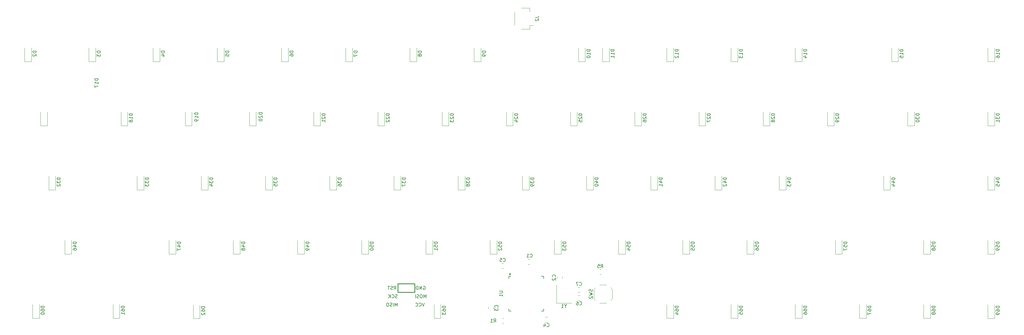
<source format=gbr>
%TF.GenerationSoftware,KiCad,Pcbnew,9.0.1*%
%TF.CreationDate,2025-04-24T13:53:35-06:00*%
%TF.ProjectId,PCBv1,50434276-312e-46b6-9963-61645f706362,rev?*%
%TF.SameCoordinates,Original*%
%TF.FileFunction,Legend,Bot*%
%TF.FilePolarity,Positive*%
%FSLAX46Y46*%
G04 Gerber Fmt 4.6, Leading zero omitted, Abs format (unit mm)*
G04 Created by KiCad (PCBNEW 9.0.1) date 2025-04-24 13:53:35*
%MOMM*%
%LPD*%
G01*
G04 APERTURE LIST*
%ADD10C,0.150000*%
%ADD11C,0.120000*%
%ADD12C,0.250000*%
G04 APERTURE END LIST*
D10*
X212322319Y-133660714D02*
X211322319Y-133660714D01*
X211322319Y-133660714D02*
X211322319Y-133898809D01*
X211322319Y-133898809D02*
X211369938Y-134041666D01*
X211369938Y-134041666D02*
X211465176Y-134136904D01*
X211465176Y-134136904D02*
X211560414Y-134184523D01*
X211560414Y-134184523D02*
X211750890Y-134232142D01*
X211750890Y-134232142D02*
X211893747Y-134232142D01*
X211893747Y-134232142D02*
X212084223Y-134184523D01*
X212084223Y-134184523D02*
X212179461Y-134136904D01*
X212179461Y-134136904D02*
X212274700Y-134041666D01*
X212274700Y-134041666D02*
X212322319Y-133898809D01*
X212322319Y-133898809D02*
X212322319Y-133660714D01*
X211322319Y-135136904D02*
X211322319Y-134660714D01*
X211322319Y-134660714D02*
X211798509Y-134613095D01*
X211798509Y-134613095D02*
X211750890Y-134660714D01*
X211750890Y-134660714D02*
X211703271Y-134755952D01*
X211703271Y-134755952D02*
X211703271Y-134994047D01*
X211703271Y-134994047D02*
X211750890Y-135089285D01*
X211750890Y-135089285D02*
X211798509Y-135136904D01*
X211798509Y-135136904D02*
X211893747Y-135184523D01*
X211893747Y-135184523D02*
X212131842Y-135184523D01*
X212131842Y-135184523D02*
X212227080Y-135136904D01*
X212227080Y-135136904D02*
X212274700Y-135089285D01*
X212274700Y-135089285D02*
X212322319Y-134994047D01*
X212322319Y-134994047D02*
X212322319Y-134755952D01*
X212322319Y-134755952D02*
X212274700Y-134660714D01*
X212274700Y-134660714D02*
X212227080Y-134613095D01*
X211417557Y-135565476D02*
X211369938Y-135613095D01*
X211369938Y-135613095D02*
X211322319Y-135708333D01*
X211322319Y-135708333D02*
X211322319Y-135946428D01*
X211322319Y-135946428D02*
X211369938Y-136041666D01*
X211369938Y-136041666D02*
X211417557Y-136089285D01*
X211417557Y-136089285D02*
X211512795Y-136136904D01*
X211512795Y-136136904D02*
X211608033Y-136136904D01*
X211608033Y-136136904D02*
X211750890Y-136089285D01*
X211750890Y-136089285D02*
X212322319Y-135517857D01*
X212322319Y-135517857D02*
X212322319Y-136136904D01*
X238516069Y-76510714D02*
X237516069Y-76510714D01*
X237516069Y-76510714D02*
X237516069Y-76748809D01*
X237516069Y-76748809D02*
X237563688Y-76891666D01*
X237563688Y-76891666D02*
X237658926Y-76986904D01*
X237658926Y-76986904D02*
X237754164Y-77034523D01*
X237754164Y-77034523D02*
X237944640Y-77082142D01*
X237944640Y-77082142D02*
X238087497Y-77082142D01*
X238087497Y-77082142D02*
X238277973Y-77034523D01*
X238277973Y-77034523D02*
X238373211Y-76986904D01*
X238373211Y-76986904D02*
X238468450Y-76891666D01*
X238468450Y-76891666D02*
X238516069Y-76748809D01*
X238516069Y-76748809D02*
X238516069Y-76510714D01*
X238516069Y-78034523D02*
X238516069Y-77463095D01*
X238516069Y-77748809D02*
X237516069Y-77748809D01*
X237516069Y-77748809D02*
X237658926Y-77653571D01*
X237658926Y-77653571D02*
X237754164Y-77558333D01*
X237754164Y-77558333D02*
X237801783Y-77463095D01*
X237516069Y-78653571D02*
X237516069Y-78748809D01*
X237516069Y-78748809D02*
X237563688Y-78844047D01*
X237563688Y-78844047D02*
X237611307Y-78891666D01*
X237611307Y-78891666D02*
X237706545Y-78939285D01*
X237706545Y-78939285D02*
X237897021Y-78986904D01*
X237897021Y-78986904D02*
X238135116Y-78986904D01*
X238135116Y-78986904D02*
X238325592Y-78939285D01*
X238325592Y-78939285D02*
X238420830Y-78891666D01*
X238420830Y-78891666D02*
X238468450Y-78844047D01*
X238468450Y-78844047D02*
X238516069Y-78748809D01*
X238516069Y-78748809D02*
X238516069Y-78653571D01*
X238516069Y-78653571D02*
X238468450Y-78558333D01*
X238468450Y-78558333D02*
X238420830Y-78510714D01*
X238420830Y-78510714D02*
X238325592Y-78463095D01*
X238325592Y-78463095D02*
X238135116Y-78415476D01*
X238135116Y-78415476D02*
X237897021Y-78415476D01*
X237897021Y-78415476D02*
X237706545Y-78463095D01*
X237706545Y-78463095D02*
X237611307Y-78510714D01*
X237611307Y-78510714D02*
X237563688Y-78558333D01*
X237563688Y-78558333D02*
X237516069Y-78653571D01*
X259947319Y-114610714D02*
X258947319Y-114610714D01*
X258947319Y-114610714D02*
X258947319Y-114848809D01*
X258947319Y-114848809D02*
X258994938Y-114991666D01*
X258994938Y-114991666D02*
X259090176Y-115086904D01*
X259090176Y-115086904D02*
X259185414Y-115134523D01*
X259185414Y-115134523D02*
X259375890Y-115182142D01*
X259375890Y-115182142D02*
X259518747Y-115182142D01*
X259518747Y-115182142D02*
X259709223Y-115134523D01*
X259709223Y-115134523D02*
X259804461Y-115086904D01*
X259804461Y-115086904D02*
X259899700Y-114991666D01*
X259899700Y-114991666D02*
X259947319Y-114848809D01*
X259947319Y-114848809D02*
X259947319Y-114610714D01*
X259280652Y-116039285D02*
X259947319Y-116039285D01*
X258899700Y-115801190D02*
X259613985Y-115563095D01*
X259613985Y-115563095D02*
X259613985Y-116182142D01*
X259947319Y-117086904D02*
X259947319Y-116515476D01*
X259947319Y-116801190D02*
X258947319Y-116801190D01*
X258947319Y-116801190D02*
X259090176Y-116705952D01*
X259090176Y-116705952D02*
X259185414Y-116610714D01*
X259185414Y-116610714D02*
X259233033Y-116515476D01*
X124216069Y-152835714D02*
X123216069Y-152835714D01*
X123216069Y-152835714D02*
X123216069Y-153073809D01*
X123216069Y-153073809D02*
X123263688Y-153216666D01*
X123263688Y-153216666D02*
X123358926Y-153311904D01*
X123358926Y-153311904D02*
X123454164Y-153359523D01*
X123454164Y-153359523D02*
X123644640Y-153407142D01*
X123644640Y-153407142D02*
X123787497Y-153407142D01*
X123787497Y-153407142D02*
X123977973Y-153359523D01*
X123977973Y-153359523D02*
X124073211Y-153311904D01*
X124073211Y-153311904D02*
X124168450Y-153216666D01*
X124168450Y-153216666D02*
X124216069Y-153073809D01*
X124216069Y-153073809D02*
X124216069Y-152835714D01*
X123216069Y-154264285D02*
X123216069Y-154073809D01*
X123216069Y-154073809D02*
X123263688Y-153978571D01*
X123263688Y-153978571D02*
X123311307Y-153930952D01*
X123311307Y-153930952D02*
X123454164Y-153835714D01*
X123454164Y-153835714D02*
X123644640Y-153788095D01*
X123644640Y-153788095D02*
X124025592Y-153788095D01*
X124025592Y-153788095D02*
X124120830Y-153835714D01*
X124120830Y-153835714D02*
X124168450Y-153883333D01*
X124168450Y-153883333D02*
X124216069Y-153978571D01*
X124216069Y-153978571D02*
X124216069Y-154169047D01*
X124216069Y-154169047D02*
X124168450Y-154264285D01*
X124168450Y-154264285D02*
X124120830Y-154311904D01*
X124120830Y-154311904D02*
X124025592Y-154359523D01*
X124025592Y-154359523D02*
X123787497Y-154359523D01*
X123787497Y-154359523D02*
X123692259Y-154311904D01*
X123692259Y-154311904D02*
X123644640Y-154264285D01*
X123644640Y-154264285D02*
X123597021Y-154169047D01*
X123597021Y-154169047D02*
X123597021Y-153978571D01*
X123597021Y-153978571D02*
X123644640Y-153883333D01*
X123644640Y-153883333D02*
X123692259Y-153835714D01*
X123692259Y-153835714D02*
X123787497Y-153788095D01*
X123311307Y-154740476D02*
X123263688Y-154788095D01*
X123263688Y-154788095D02*
X123216069Y-154883333D01*
X123216069Y-154883333D02*
X123216069Y-155121428D01*
X123216069Y-155121428D02*
X123263688Y-155216666D01*
X123263688Y-155216666D02*
X123311307Y-155264285D01*
X123311307Y-155264285D02*
X123406545Y-155311904D01*
X123406545Y-155311904D02*
X123501783Y-155311904D01*
X123501783Y-155311904D02*
X123644640Y-155264285D01*
X123644640Y-155264285D02*
X124216069Y-154692857D01*
X124216069Y-154692857D02*
X124216069Y-155311904D01*
X321859819Y-152710714D02*
X320859819Y-152710714D01*
X320859819Y-152710714D02*
X320859819Y-152948809D01*
X320859819Y-152948809D02*
X320907438Y-153091666D01*
X320907438Y-153091666D02*
X321002676Y-153186904D01*
X321002676Y-153186904D02*
X321097914Y-153234523D01*
X321097914Y-153234523D02*
X321288390Y-153282142D01*
X321288390Y-153282142D02*
X321431247Y-153282142D01*
X321431247Y-153282142D02*
X321621723Y-153234523D01*
X321621723Y-153234523D02*
X321716961Y-153186904D01*
X321716961Y-153186904D02*
X321812200Y-153091666D01*
X321812200Y-153091666D02*
X321859819Y-152948809D01*
X321859819Y-152948809D02*
X321859819Y-152710714D01*
X320859819Y-154139285D02*
X320859819Y-153948809D01*
X320859819Y-153948809D02*
X320907438Y-153853571D01*
X320907438Y-153853571D02*
X320955057Y-153805952D01*
X320955057Y-153805952D02*
X321097914Y-153710714D01*
X321097914Y-153710714D02*
X321288390Y-153663095D01*
X321288390Y-153663095D02*
X321669342Y-153663095D01*
X321669342Y-153663095D02*
X321764580Y-153710714D01*
X321764580Y-153710714D02*
X321812200Y-153758333D01*
X321812200Y-153758333D02*
X321859819Y-153853571D01*
X321859819Y-153853571D02*
X321859819Y-154044047D01*
X321859819Y-154044047D02*
X321812200Y-154139285D01*
X321812200Y-154139285D02*
X321764580Y-154186904D01*
X321764580Y-154186904D02*
X321669342Y-154234523D01*
X321669342Y-154234523D02*
X321431247Y-154234523D01*
X321431247Y-154234523D02*
X321336009Y-154186904D01*
X321336009Y-154186904D02*
X321288390Y-154139285D01*
X321288390Y-154139285D02*
X321240771Y-154044047D01*
X321240771Y-154044047D02*
X321240771Y-153853571D01*
X321240771Y-153853571D02*
X321288390Y-153758333D01*
X321288390Y-153758333D02*
X321336009Y-153710714D01*
X321336009Y-153710714D02*
X321431247Y-153663095D01*
X320859819Y-154567857D02*
X320859819Y-155234523D01*
X320859819Y-155234523D02*
X321859819Y-154805952D01*
X164697319Y-114610714D02*
X163697319Y-114610714D01*
X163697319Y-114610714D02*
X163697319Y-114848809D01*
X163697319Y-114848809D02*
X163744938Y-114991666D01*
X163744938Y-114991666D02*
X163840176Y-115086904D01*
X163840176Y-115086904D02*
X163935414Y-115134523D01*
X163935414Y-115134523D02*
X164125890Y-115182142D01*
X164125890Y-115182142D02*
X164268747Y-115182142D01*
X164268747Y-115182142D02*
X164459223Y-115134523D01*
X164459223Y-115134523D02*
X164554461Y-115086904D01*
X164554461Y-115086904D02*
X164649700Y-114991666D01*
X164649700Y-114991666D02*
X164697319Y-114848809D01*
X164697319Y-114848809D02*
X164697319Y-114610714D01*
X163697319Y-115515476D02*
X163697319Y-116134523D01*
X163697319Y-116134523D02*
X164078271Y-115801190D01*
X164078271Y-115801190D02*
X164078271Y-115944047D01*
X164078271Y-115944047D02*
X164125890Y-116039285D01*
X164125890Y-116039285D02*
X164173509Y-116086904D01*
X164173509Y-116086904D02*
X164268747Y-116134523D01*
X164268747Y-116134523D02*
X164506842Y-116134523D01*
X164506842Y-116134523D02*
X164602080Y-116086904D01*
X164602080Y-116086904D02*
X164649700Y-116039285D01*
X164649700Y-116039285D02*
X164697319Y-115944047D01*
X164697319Y-115944047D02*
X164697319Y-115658333D01*
X164697319Y-115658333D02*
X164649700Y-115563095D01*
X164649700Y-115563095D02*
X164602080Y-115515476D01*
X163697319Y-116991666D02*
X163697319Y-116801190D01*
X163697319Y-116801190D02*
X163744938Y-116705952D01*
X163744938Y-116705952D02*
X163792557Y-116658333D01*
X163792557Y-116658333D02*
X163935414Y-116563095D01*
X163935414Y-116563095D02*
X164125890Y-116515476D01*
X164125890Y-116515476D02*
X164506842Y-116515476D01*
X164506842Y-116515476D02*
X164602080Y-116563095D01*
X164602080Y-116563095D02*
X164649700Y-116610714D01*
X164649700Y-116610714D02*
X164697319Y-116705952D01*
X164697319Y-116705952D02*
X164697319Y-116896428D01*
X164697319Y-116896428D02*
X164649700Y-116991666D01*
X164649700Y-116991666D02*
X164602080Y-117039285D01*
X164602080Y-117039285D02*
X164506842Y-117086904D01*
X164506842Y-117086904D02*
X164268747Y-117086904D01*
X164268747Y-117086904D02*
X164173509Y-117039285D01*
X164173509Y-117039285D02*
X164125890Y-116991666D01*
X164125890Y-116991666D02*
X164078271Y-116896428D01*
X164078271Y-116896428D02*
X164078271Y-116705952D01*
X164078271Y-116705952D02*
X164125890Y-116610714D01*
X164125890Y-116610714D02*
X164173509Y-116563095D01*
X164173509Y-116563095D02*
X164268747Y-116515476D01*
X155172319Y-133660714D02*
X154172319Y-133660714D01*
X154172319Y-133660714D02*
X154172319Y-133898809D01*
X154172319Y-133898809D02*
X154219938Y-134041666D01*
X154219938Y-134041666D02*
X154315176Y-134136904D01*
X154315176Y-134136904D02*
X154410414Y-134184523D01*
X154410414Y-134184523D02*
X154600890Y-134232142D01*
X154600890Y-134232142D02*
X154743747Y-134232142D01*
X154743747Y-134232142D02*
X154934223Y-134184523D01*
X154934223Y-134184523D02*
X155029461Y-134136904D01*
X155029461Y-134136904D02*
X155124700Y-134041666D01*
X155124700Y-134041666D02*
X155172319Y-133898809D01*
X155172319Y-133898809D02*
X155172319Y-133660714D01*
X154505652Y-135089285D02*
X155172319Y-135089285D01*
X154124700Y-134851190D02*
X154838985Y-134613095D01*
X154838985Y-134613095D02*
X154838985Y-135232142D01*
X155172319Y-135660714D02*
X155172319Y-135851190D01*
X155172319Y-135851190D02*
X155124700Y-135946428D01*
X155124700Y-135946428D02*
X155077080Y-135994047D01*
X155077080Y-135994047D02*
X154934223Y-136089285D01*
X154934223Y-136089285D02*
X154743747Y-136136904D01*
X154743747Y-136136904D02*
X154362795Y-136136904D01*
X154362795Y-136136904D02*
X154267557Y-136089285D01*
X154267557Y-136089285D02*
X154219938Y-136041666D01*
X154219938Y-136041666D02*
X154172319Y-135946428D01*
X154172319Y-135946428D02*
X154172319Y-135755952D01*
X154172319Y-135755952D02*
X154219938Y-135660714D01*
X154219938Y-135660714D02*
X154267557Y-135613095D01*
X154267557Y-135613095D02*
X154362795Y-135565476D01*
X154362795Y-135565476D02*
X154600890Y-135565476D01*
X154600890Y-135565476D02*
X154696128Y-135613095D01*
X154696128Y-135613095D02*
X154743747Y-135660714D01*
X154743747Y-135660714D02*
X154791366Y-135755952D01*
X154791366Y-135755952D02*
X154791366Y-135946428D01*
X154791366Y-135946428D02*
X154743747Y-136041666D01*
X154743747Y-136041666D02*
X154696128Y-136089285D01*
X154696128Y-136089285D02*
X154600890Y-136136904D01*
X288522319Y-133660714D02*
X287522319Y-133660714D01*
X287522319Y-133660714D02*
X287522319Y-133898809D01*
X287522319Y-133898809D02*
X287569938Y-134041666D01*
X287569938Y-134041666D02*
X287665176Y-134136904D01*
X287665176Y-134136904D02*
X287760414Y-134184523D01*
X287760414Y-134184523D02*
X287950890Y-134232142D01*
X287950890Y-134232142D02*
X288093747Y-134232142D01*
X288093747Y-134232142D02*
X288284223Y-134184523D01*
X288284223Y-134184523D02*
X288379461Y-134136904D01*
X288379461Y-134136904D02*
X288474700Y-134041666D01*
X288474700Y-134041666D02*
X288522319Y-133898809D01*
X288522319Y-133898809D02*
X288522319Y-133660714D01*
X287522319Y-135136904D02*
X287522319Y-134660714D01*
X287522319Y-134660714D02*
X287998509Y-134613095D01*
X287998509Y-134613095D02*
X287950890Y-134660714D01*
X287950890Y-134660714D02*
X287903271Y-134755952D01*
X287903271Y-134755952D02*
X287903271Y-134994047D01*
X287903271Y-134994047D02*
X287950890Y-135089285D01*
X287950890Y-135089285D02*
X287998509Y-135136904D01*
X287998509Y-135136904D02*
X288093747Y-135184523D01*
X288093747Y-135184523D02*
X288331842Y-135184523D01*
X288331842Y-135184523D02*
X288427080Y-135136904D01*
X288427080Y-135136904D02*
X288474700Y-135089285D01*
X288474700Y-135089285D02*
X288522319Y-134994047D01*
X288522319Y-134994047D02*
X288522319Y-134755952D01*
X288522319Y-134755952D02*
X288474700Y-134660714D01*
X288474700Y-134660714D02*
X288427080Y-134613095D01*
X287522319Y-136041666D02*
X287522319Y-135851190D01*
X287522319Y-135851190D02*
X287569938Y-135755952D01*
X287569938Y-135755952D02*
X287617557Y-135708333D01*
X287617557Y-135708333D02*
X287760414Y-135613095D01*
X287760414Y-135613095D02*
X287950890Y-135565476D01*
X287950890Y-135565476D02*
X288331842Y-135565476D01*
X288331842Y-135565476D02*
X288427080Y-135613095D01*
X288427080Y-135613095D02*
X288474700Y-135660714D01*
X288474700Y-135660714D02*
X288522319Y-135755952D01*
X288522319Y-135755952D02*
X288522319Y-135946428D01*
X288522319Y-135946428D02*
X288474700Y-136041666D01*
X288474700Y-136041666D02*
X288427080Y-136089285D01*
X288427080Y-136089285D02*
X288331842Y-136136904D01*
X288331842Y-136136904D02*
X288093747Y-136136904D01*
X288093747Y-136136904D02*
X287998509Y-136089285D01*
X287998509Y-136089285D02*
X287950890Y-136041666D01*
X287950890Y-136041666D02*
X287903271Y-135946428D01*
X287903271Y-135946428D02*
X287903271Y-135755952D01*
X287903271Y-135755952D02*
X287950890Y-135660714D01*
X287950890Y-135660714D02*
X287998509Y-135613095D01*
X287998509Y-135613095D02*
X288093747Y-135565476D01*
X241720666Y-141298819D02*
X242053999Y-140822628D01*
X242292094Y-141298819D02*
X242292094Y-140298819D01*
X242292094Y-140298819D02*
X241911142Y-140298819D01*
X241911142Y-140298819D02*
X241815904Y-140346438D01*
X241815904Y-140346438D02*
X241768285Y-140394057D01*
X241768285Y-140394057D02*
X241720666Y-140489295D01*
X241720666Y-140489295D02*
X241720666Y-140632152D01*
X241720666Y-140632152D02*
X241768285Y-140727390D01*
X241768285Y-140727390D02*
X241815904Y-140775009D01*
X241815904Y-140775009D02*
X241911142Y-140822628D01*
X241911142Y-140822628D02*
X242292094Y-140822628D01*
X240815904Y-140298819D02*
X241292094Y-140298819D01*
X241292094Y-140298819D02*
X241339713Y-140775009D01*
X241339713Y-140775009D02*
X241292094Y-140727390D01*
X241292094Y-140727390D02*
X241196856Y-140679771D01*
X241196856Y-140679771D02*
X240958761Y-140679771D01*
X240958761Y-140679771D02*
X240863523Y-140727390D01*
X240863523Y-140727390D02*
X240815904Y-140775009D01*
X240815904Y-140775009D02*
X240768285Y-140870247D01*
X240768285Y-140870247D02*
X240768285Y-141108342D01*
X240768285Y-141108342D02*
X240815904Y-141203580D01*
X240815904Y-141203580D02*
X240863523Y-141251200D01*
X240863523Y-141251200D02*
X240958761Y-141298819D01*
X240958761Y-141298819D02*
X241196856Y-141298819D01*
X241196856Y-141298819D02*
X241292094Y-141251200D01*
X241292094Y-141251200D02*
X241339713Y-141203580D01*
X117072319Y-133660714D02*
X116072319Y-133660714D01*
X116072319Y-133660714D02*
X116072319Y-133898809D01*
X116072319Y-133898809D02*
X116119938Y-134041666D01*
X116119938Y-134041666D02*
X116215176Y-134136904D01*
X116215176Y-134136904D02*
X116310414Y-134184523D01*
X116310414Y-134184523D02*
X116500890Y-134232142D01*
X116500890Y-134232142D02*
X116643747Y-134232142D01*
X116643747Y-134232142D02*
X116834223Y-134184523D01*
X116834223Y-134184523D02*
X116929461Y-134136904D01*
X116929461Y-134136904D02*
X117024700Y-134041666D01*
X117024700Y-134041666D02*
X117072319Y-133898809D01*
X117072319Y-133898809D02*
X117072319Y-133660714D01*
X116405652Y-135089285D02*
X117072319Y-135089285D01*
X116024700Y-134851190D02*
X116738985Y-134613095D01*
X116738985Y-134613095D02*
X116738985Y-135232142D01*
X116072319Y-135517857D02*
X116072319Y-136184523D01*
X116072319Y-136184523D02*
X117072319Y-135755952D01*
X235392166Y-152276980D02*
X235439785Y-152324600D01*
X235439785Y-152324600D02*
X235582642Y-152372219D01*
X235582642Y-152372219D02*
X235677880Y-152372219D01*
X235677880Y-152372219D02*
X235820737Y-152324600D01*
X235820737Y-152324600D02*
X235915975Y-152229361D01*
X235915975Y-152229361D02*
X235963594Y-152134123D01*
X235963594Y-152134123D02*
X236011213Y-151943647D01*
X236011213Y-151943647D02*
X236011213Y-151800790D01*
X236011213Y-151800790D02*
X235963594Y-151610314D01*
X235963594Y-151610314D02*
X235915975Y-151515076D01*
X235915975Y-151515076D02*
X235820737Y-151419838D01*
X235820737Y-151419838D02*
X235677880Y-151372219D01*
X235677880Y-151372219D02*
X235582642Y-151372219D01*
X235582642Y-151372219D02*
X235439785Y-151419838D01*
X235439785Y-151419838D02*
X235392166Y-151467457D01*
X234535023Y-151372219D02*
X234725499Y-151372219D01*
X234725499Y-151372219D02*
X234820737Y-151419838D01*
X234820737Y-151419838D02*
X234868356Y-151467457D01*
X234868356Y-151467457D02*
X234963594Y-151610314D01*
X234963594Y-151610314D02*
X235011213Y-151800790D01*
X235011213Y-151800790D02*
X235011213Y-152181742D01*
X235011213Y-152181742D02*
X234963594Y-152276980D01*
X234963594Y-152276980D02*
X234915975Y-152324600D01*
X234915975Y-152324600D02*
X234820737Y-152372219D01*
X234820737Y-152372219D02*
X234630261Y-152372219D01*
X234630261Y-152372219D02*
X234535023Y-152324600D01*
X234535023Y-152324600D02*
X234487404Y-152276980D01*
X234487404Y-152276980D02*
X234439785Y-152181742D01*
X234439785Y-152181742D02*
X234439785Y-151943647D01*
X234439785Y-151943647D02*
X234487404Y-151848409D01*
X234487404Y-151848409D02*
X234535023Y-151800790D01*
X234535023Y-151800790D02*
X234630261Y-151753171D01*
X234630261Y-151753171D02*
X234820737Y-151753171D01*
X234820737Y-151753171D02*
X234915975Y-151800790D01*
X234915975Y-151800790D02*
X234963594Y-151848409D01*
X234963594Y-151848409D02*
X235011213Y-151943647D01*
X293284819Y-95560714D02*
X292284819Y-95560714D01*
X292284819Y-95560714D02*
X292284819Y-95798809D01*
X292284819Y-95798809D02*
X292332438Y-95941666D01*
X292332438Y-95941666D02*
X292427676Y-96036904D01*
X292427676Y-96036904D02*
X292522914Y-96084523D01*
X292522914Y-96084523D02*
X292713390Y-96132142D01*
X292713390Y-96132142D02*
X292856247Y-96132142D01*
X292856247Y-96132142D02*
X293046723Y-96084523D01*
X293046723Y-96084523D02*
X293141961Y-96036904D01*
X293141961Y-96036904D02*
X293237200Y-95941666D01*
X293237200Y-95941666D02*
X293284819Y-95798809D01*
X293284819Y-95798809D02*
X293284819Y-95560714D01*
X292380057Y-96513095D02*
X292332438Y-96560714D01*
X292332438Y-96560714D02*
X292284819Y-96655952D01*
X292284819Y-96655952D02*
X292284819Y-96894047D01*
X292284819Y-96894047D02*
X292332438Y-96989285D01*
X292332438Y-96989285D02*
X292380057Y-97036904D01*
X292380057Y-97036904D02*
X292475295Y-97084523D01*
X292475295Y-97084523D02*
X292570533Y-97084523D01*
X292570533Y-97084523D02*
X292713390Y-97036904D01*
X292713390Y-97036904D02*
X293284819Y-96465476D01*
X293284819Y-96465476D02*
X293284819Y-97084523D01*
X292713390Y-97655952D02*
X292665771Y-97560714D01*
X292665771Y-97560714D02*
X292618152Y-97513095D01*
X292618152Y-97513095D02*
X292522914Y-97465476D01*
X292522914Y-97465476D02*
X292475295Y-97465476D01*
X292475295Y-97465476D02*
X292380057Y-97513095D01*
X292380057Y-97513095D02*
X292332438Y-97560714D01*
X292332438Y-97560714D02*
X292284819Y-97655952D01*
X292284819Y-97655952D02*
X292284819Y-97846428D01*
X292284819Y-97846428D02*
X292332438Y-97941666D01*
X292332438Y-97941666D02*
X292380057Y-97989285D01*
X292380057Y-97989285D02*
X292475295Y-98036904D01*
X292475295Y-98036904D02*
X292522914Y-98036904D01*
X292522914Y-98036904D02*
X292618152Y-97989285D01*
X292618152Y-97989285D02*
X292665771Y-97941666D01*
X292665771Y-97941666D02*
X292713390Y-97846428D01*
X292713390Y-97846428D02*
X292713390Y-97655952D01*
X292713390Y-97655952D02*
X292761009Y-97560714D01*
X292761009Y-97560714D02*
X292808628Y-97513095D01*
X292808628Y-97513095D02*
X292903866Y-97465476D01*
X292903866Y-97465476D02*
X293094342Y-97465476D01*
X293094342Y-97465476D02*
X293189580Y-97513095D01*
X293189580Y-97513095D02*
X293237200Y-97560714D01*
X293237200Y-97560714D02*
X293284819Y-97655952D01*
X293284819Y-97655952D02*
X293284819Y-97846428D01*
X293284819Y-97846428D02*
X293237200Y-97941666D01*
X293237200Y-97941666D02*
X293189580Y-97989285D01*
X293189580Y-97989285D02*
X293094342Y-98036904D01*
X293094342Y-98036904D02*
X292903866Y-98036904D01*
X292903866Y-98036904D02*
X292808628Y-97989285D01*
X292808628Y-97989285D02*
X292761009Y-97941666D01*
X292761009Y-97941666D02*
X292713390Y-97846428D01*
X145647319Y-114610714D02*
X144647319Y-114610714D01*
X144647319Y-114610714D02*
X144647319Y-114848809D01*
X144647319Y-114848809D02*
X144694938Y-114991666D01*
X144694938Y-114991666D02*
X144790176Y-115086904D01*
X144790176Y-115086904D02*
X144885414Y-115134523D01*
X144885414Y-115134523D02*
X145075890Y-115182142D01*
X145075890Y-115182142D02*
X145218747Y-115182142D01*
X145218747Y-115182142D02*
X145409223Y-115134523D01*
X145409223Y-115134523D02*
X145504461Y-115086904D01*
X145504461Y-115086904D02*
X145599700Y-114991666D01*
X145599700Y-114991666D02*
X145647319Y-114848809D01*
X145647319Y-114848809D02*
X145647319Y-114610714D01*
X144647319Y-115515476D02*
X144647319Y-116134523D01*
X144647319Y-116134523D02*
X145028271Y-115801190D01*
X145028271Y-115801190D02*
X145028271Y-115944047D01*
X145028271Y-115944047D02*
X145075890Y-116039285D01*
X145075890Y-116039285D02*
X145123509Y-116086904D01*
X145123509Y-116086904D02*
X145218747Y-116134523D01*
X145218747Y-116134523D02*
X145456842Y-116134523D01*
X145456842Y-116134523D02*
X145552080Y-116086904D01*
X145552080Y-116086904D02*
X145599700Y-116039285D01*
X145599700Y-116039285D02*
X145647319Y-115944047D01*
X145647319Y-115944047D02*
X145647319Y-115658333D01*
X145647319Y-115658333D02*
X145599700Y-115563095D01*
X145599700Y-115563095D02*
X145552080Y-115515476D01*
X144647319Y-117039285D02*
X144647319Y-116563095D01*
X144647319Y-116563095D02*
X145123509Y-116515476D01*
X145123509Y-116515476D02*
X145075890Y-116563095D01*
X145075890Y-116563095D02*
X145028271Y-116658333D01*
X145028271Y-116658333D02*
X145028271Y-116896428D01*
X145028271Y-116896428D02*
X145075890Y-116991666D01*
X145075890Y-116991666D02*
X145123509Y-117039285D01*
X145123509Y-117039285D02*
X145218747Y-117086904D01*
X145218747Y-117086904D02*
X145456842Y-117086904D01*
X145456842Y-117086904D02*
X145552080Y-117039285D01*
X145552080Y-117039285D02*
X145599700Y-116991666D01*
X145599700Y-116991666D02*
X145647319Y-116896428D01*
X145647319Y-116896428D02*
X145647319Y-116658333D01*
X145647319Y-116658333D02*
X145599700Y-116563095D01*
X145599700Y-116563095D02*
X145552080Y-116515476D01*
X228211580Y-144054533D02*
X228259200Y-144006914D01*
X228259200Y-144006914D02*
X228306819Y-143864057D01*
X228306819Y-143864057D02*
X228306819Y-143768819D01*
X228306819Y-143768819D02*
X228259200Y-143625962D01*
X228259200Y-143625962D02*
X228163961Y-143530724D01*
X228163961Y-143530724D02*
X228068723Y-143483105D01*
X228068723Y-143483105D02*
X227878247Y-143435486D01*
X227878247Y-143435486D02*
X227735390Y-143435486D01*
X227735390Y-143435486D02*
X227544914Y-143483105D01*
X227544914Y-143483105D02*
X227449676Y-143530724D01*
X227449676Y-143530724D02*
X227354438Y-143625962D01*
X227354438Y-143625962D02*
X227306819Y-143768819D01*
X227306819Y-143768819D02*
X227306819Y-143864057D01*
X227306819Y-143864057D02*
X227354438Y-144006914D01*
X227354438Y-144006914D02*
X227402057Y-144054533D01*
X227402057Y-144435486D02*
X227354438Y-144483105D01*
X227354438Y-144483105D02*
X227306819Y-144578343D01*
X227306819Y-144578343D02*
X227306819Y-144816438D01*
X227306819Y-144816438D02*
X227354438Y-144911676D01*
X227354438Y-144911676D02*
X227402057Y-144959295D01*
X227402057Y-144959295D02*
X227497295Y-145006914D01*
X227497295Y-145006914D02*
X227592533Y-145006914D01*
X227592533Y-145006914D02*
X227735390Y-144959295D01*
X227735390Y-144959295D02*
X228306819Y-144387867D01*
X228306819Y-144387867D02*
X228306819Y-145006914D01*
X150409819Y-76986905D02*
X149409819Y-76986905D01*
X149409819Y-76986905D02*
X149409819Y-77225000D01*
X149409819Y-77225000D02*
X149457438Y-77367857D01*
X149457438Y-77367857D02*
X149552676Y-77463095D01*
X149552676Y-77463095D02*
X149647914Y-77510714D01*
X149647914Y-77510714D02*
X149838390Y-77558333D01*
X149838390Y-77558333D02*
X149981247Y-77558333D01*
X149981247Y-77558333D02*
X150171723Y-77510714D01*
X150171723Y-77510714D02*
X150266961Y-77463095D01*
X150266961Y-77463095D02*
X150362200Y-77367857D01*
X150362200Y-77367857D02*
X150409819Y-77225000D01*
X150409819Y-77225000D02*
X150409819Y-76986905D01*
X149409819Y-78415476D02*
X149409819Y-78225000D01*
X149409819Y-78225000D02*
X149457438Y-78129762D01*
X149457438Y-78129762D02*
X149505057Y-78082143D01*
X149505057Y-78082143D02*
X149647914Y-77986905D01*
X149647914Y-77986905D02*
X149838390Y-77939286D01*
X149838390Y-77939286D02*
X150219342Y-77939286D01*
X150219342Y-77939286D02*
X150314580Y-77986905D01*
X150314580Y-77986905D02*
X150362200Y-78034524D01*
X150362200Y-78034524D02*
X150409819Y-78129762D01*
X150409819Y-78129762D02*
X150409819Y-78320238D01*
X150409819Y-78320238D02*
X150362200Y-78415476D01*
X150362200Y-78415476D02*
X150314580Y-78463095D01*
X150314580Y-78463095D02*
X150219342Y-78510714D01*
X150219342Y-78510714D02*
X149981247Y-78510714D01*
X149981247Y-78510714D02*
X149886009Y-78463095D01*
X149886009Y-78463095D02*
X149838390Y-78415476D01*
X149838390Y-78415476D02*
X149790771Y-78320238D01*
X149790771Y-78320238D02*
X149790771Y-78129762D01*
X149790771Y-78129762D02*
X149838390Y-78034524D01*
X149838390Y-78034524D02*
X149886009Y-77986905D01*
X149886009Y-77986905D02*
X149981247Y-77939286D01*
X314716069Y-133660714D02*
X313716069Y-133660714D01*
X313716069Y-133660714D02*
X313716069Y-133898809D01*
X313716069Y-133898809D02*
X313763688Y-134041666D01*
X313763688Y-134041666D02*
X313858926Y-134136904D01*
X313858926Y-134136904D02*
X313954164Y-134184523D01*
X313954164Y-134184523D02*
X314144640Y-134232142D01*
X314144640Y-134232142D02*
X314287497Y-134232142D01*
X314287497Y-134232142D02*
X314477973Y-134184523D01*
X314477973Y-134184523D02*
X314573211Y-134136904D01*
X314573211Y-134136904D02*
X314668450Y-134041666D01*
X314668450Y-134041666D02*
X314716069Y-133898809D01*
X314716069Y-133898809D02*
X314716069Y-133660714D01*
X313716069Y-135136904D02*
X313716069Y-134660714D01*
X313716069Y-134660714D02*
X314192259Y-134613095D01*
X314192259Y-134613095D02*
X314144640Y-134660714D01*
X314144640Y-134660714D02*
X314097021Y-134755952D01*
X314097021Y-134755952D02*
X314097021Y-134994047D01*
X314097021Y-134994047D02*
X314144640Y-135089285D01*
X314144640Y-135089285D02*
X314192259Y-135136904D01*
X314192259Y-135136904D02*
X314287497Y-135184523D01*
X314287497Y-135184523D02*
X314525592Y-135184523D01*
X314525592Y-135184523D02*
X314620830Y-135136904D01*
X314620830Y-135136904D02*
X314668450Y-135089285D01*
X314668450Y-135089285D02*
X314716069Y-134994047D01*
X314716069Y-134994047D02*
X314716069Y-134755952D01*
X314716069Y-134755952D02*
X314668450Y-134660714D01*
X314668450Y-134660714D02*
X314620830Y-134613095D01*
X313716069Y-135517857D02*
X313716069Y-136184523D01*
X313716069Y-136184523D02*
X314716069Y-135755952D01*
X222255819Y-66976666D02*
X222970104Y-66976666D01*
X222970104Y-66976666D02*
X223112961Y-66929047D01*
X223112961Y-66929047D02*
X223208200Y-66833809D01*
X223208200Y-66833809D02*
X223255819Y-66690952D01*
X223255819Y-66690952D02*
X223255819Y-66595714D01*
X222351057Y-67405238D02*
X222303438Y-67452857D01*
X222303438Y-67452857D02*
X222255819Y-67548095D01*
X222255819Y-67548095D02*
X222255819Y-67786190D01*
X222255819Y-67786190D02*
X222303438Y-67881428D01*
X222303438Y-67881428D02*
X222351057Y-67929047D01*
X222351057Y-67929047D02*
X222446295Y-67976666D01*
X222446295Y-67976666D02*
X222541533Y-67976666D01*
X222541533Y-67976666D02*
X222684390Y-67929047D01*
X222684390Y-67929047D02*
X223255819Y-67357619D01*
X223255819Y-67357619D02*
X223255819Y-67976666D01*
X178984819Y-95560714D02*
X177984819Y-95560714D01*
X177984819Y-95560714D02*
X177984819Y-95798809D01*
X177984819Y-95798809D02*
X178032438Y-95941666D01*
X178032438Y-95941666D02*
X178127676Y-96036904D01*
X178127676Y-96036904D02*
X178222914Y-96084523D01*
X178222914Y-96084523D02*
X178413390Y-96132142D01*
X178413390Y-96132142D02*
X178556247Y-96132142D01*
X178556247Y-96132142D02*
X178746723Y-96084523D01*
X178746723Y-96084523D02*
X178841961Y-96036904D01*
X178841961Y-96036904D02*
X178937200Y-95941666D01*
X178937200Y-95941666D02*
X178984819Y-95798809D01*
X178984819Y-95798809D02*
X178984819Y-95560714D01*
X178080057Y-96513095D02*
X178032438Y-96560714D01*
X178032438Y-96560714D02*
X177984819Y-96655952D01*
X177984819Y-96655952D02*
X177984819Y-96894047D01*
X177984819Y-96894047D02*
X178032438Y-96989285D01*
X178032438Y-96989285D02*
X178080057Y-97036904D01*
X178080057Y-97036904D02*
X178175295Y-97084523D01*
X178175295Y-97084523D02*
X178270533Y-97084523D01*
X178270533Y-97084523D02*
X178413390Y-97036904D01*
X178413390Y-97036904D02*
X178984819Y-96465476D01*
X178984819Y-96465476D02*
X178984819Y-97084523D01*
X178080057Y-97465476D02*
X178032438Y-97513095D01*
X178032438Y-97513095D02*
X177984819Y-97608333D01*
X177984819Y-97608333D02*
X177984819Y-97846428D01*
X177984819Y-97846428D02*
X178032438Y-97941666D01*
X178032438Y-97941666D02*
X178080057Y-97989285D01*
X178080057Y-97989285D02*
X178175295Y-98036904D01*
X178175295Y-98036904D02*
X178270533Y-98036904D01*
X178270533Y-98036904D02*
X178413390Y-97989285D01*
X178413390Y-97989285D02*
X178984819Y-97417857D01*
X178984819Y-97417857D02*
X178984819Y-98036904D01*
X329003569Y-114610714D02*
X328003569Y-114610714D01*
X328003569Y-114610714D02*
X328003569Y-114848809D01*
X328003569Y-114848809D02*
X328051188Y-114991666D01*
X328051188Y-114991666D02*
X328146426Y-115086904D01*
X328146426Y-115086904D02*
X328241664Y-115134523D01*
X328241664Y-115134523D02*
X328432140Y-115182142D01*
X328432140Y-115182142D02*
X328574997Y-115182142D01*
X328574997Y-115182142D02*
X328765473Y-115134523D01*
X328765473Y-115134523D02*
X328860711Y-115086904D01*
X328860711Y-115086904D02*
X328955950Y-114991666D01*
X328955950Y-114991666D02*
X329003569Y-114848809D01*
X329003569Y-114848809D02*
X329003569Y-114610714D01*
X328336902Y-116039285D02*
X329003569Y-116039285D01*
X327955950Y-115801190D02*
X328670235Y-115563095D01*
X328670235Y-115563095D02*
X328670235Y-116182142D01*
X328336902Y-116991666D02*
X329003569Y-116991666D01*
X327955950Y-116753571D02*
X328670235Y-116515476D01*
X328670235Y-116515476D02*
X328670235Y-117134523D01*
X298047319Y-114610714D02*
X297047319Y-114610714D01*
X297047319Y-114610714D02*
X297047319Y-114848809D01*
X297047319Y-114848809D02*
X297094938Y-114991666D01*
X297094938Y-114991666D02*
X297190176Y-115086904D01*
X297190176Y-115086904D02*
X297285414Y-115134523D01*
X297285414Y-115134523D02*
X297475890Y-115182142D01*
X297475890Y-115182142D02*
X297618747Y-115182142D01*
X297618747Y-115182142D02*
X297809223Y-115134523D01*
X297809223Y-115134523D02*
X297904461Y-115086904D01*
X297904461Y-115086904D02*
X297999700Y-114991666D01*
X297999700Y-114991666D02*
X298047319Y-114848809D01*
X298047319Y-114848809D02*
X298047319Y-114610714D01*
X297380652Y-116039285D02*
X298047319Y-116039285D01*
X296999700Y-115801190D02*
X297713985Y-115563095D01*
X297713985Y-115563095D02*
X297713985Y-116182142D01*
X297047319Y-116467857D02*
X297047319Y-117086904D01*
X297047319Y-117086904D02*
X297428271Y-116753571D01*
X297428271Y-116753571D02*
X297428271Y-116896428D01*
X297428271Y-116896428D02*
X297475890Y-116991666D01*
X297475890Y-116991666D02*
X297523509Y-117039285D01*
X297523509Y-117039285D02*
X297618747Y-117086904D01*
X297618747Y-117086904D02*
X297856842Y-117086904D01*
X297856842Y-117086904D02*
X297952080Y-117039285D01*
X297952080Y-117039285D02*
X297999700Y-116991666D01*
X297999700Y-116991666D02*
X298047319Y-116896428D01*
X298047319Y-116896428D02*
X298047319Y-116610714D01*
X298047319Y-116610714D02*
X297999700Y-116515476D01*
X297999700Y-116515476D02*
X297952080Y-116467857D01*
X93259819Y-76986905D02*
X92259819Y-76986905D01*
X92259819Y-76986905D02*
X92259819Y-77225000D01*
X92259819Y-77225000D02*
X92307438Y-77367857D01*
X92307438Y-77367857D02*
X92402676Y-77463095D01*
X92402676Y-77463095D02*
X92497914Y-77510714D01*
X92497914Y-77510714D02*
X92688390Y-77558333D01*
X92688390Y-77558333D02*
X92831247Y-77558333D01*
X92831247Y-77558333D02*
X93021723Y-77510714D01*
X93021723Y-77510714D02*
X93116961Y-77463095D01*
X93116961Y-77463095D02*
X93212200Y-77367857D01*
X93212200Y-77367857D02*
X93259819Y-77225000D01*
X93259819Y-77225000D02*
X93259819Y-76986905D01*
X92259819Y-77891667D02*
X92259819Y-78510714D01*
X92259819Y-78510714D02*
X92640771Y-78177381D01*
X92640771Y-78177381D02*
X92640771Y-78320238D01*
X92640771Y-78320238D02*
X92688390Y-78415476D01*
X92688390Y-78415476D02*
X92736009Y-78463095D01*
X92736009Y-78463095D02*
X92831247Y-78510714D01*
X92831247Y-78510714D02*
X93069342Y-78510714D01*
X93069342Y-78510714D02*
X93164580Y-78463095D01*
X93164580Y-78463095D02*
X93212200Y-78415476D01*
X93212200Y-78415476D02*
X93259819Y-78320238D01*
X93259819Y-78320238D02*
X93259819Y-78034524D01*
X93259819Y-78034524D02*
X93212200Y-77939286D01*
X93212200Y-77939286D02*
X93164580Y-77891667D01*
X359959819Y-76510714D02*
X358959819Y-76510714D01*
X358959819Y-76510714D02*
X358959819Y-76748809D01*
X358959819Y-76748809D02*
X359007438Y-76891666D01*
X359007438Y-76891666D02*
X359102676Y-76986904D01*
X359102676Y-76986904D02*
X359197914Y-77034523D01*
X359197914Y-77034523D02*
X359388390Y-77082142D01*
X359388390Y-77082142D02*
X359531247Y-77082142D01*
X359531247Y-77082142D02*
X359721723Y-77034523D01*
X359721723Y-77034523D02*
X359816961Y-76986904D01*
X359816961Y-76986904D02*
X359912200Y-76891666D01*
X359912200Y-76891666D02*
X359959819Y-76748809D01*
X359959819Y-76748809D02*
X359959819Y-76510714D01*
X359959819Y-78034523D02*
X359959819Y-77463095D01*
X359959819Y-77748809D02*
X358959819Y-77748809D01*
X358959819Y-77748809D02*
X359102676Y-77653571D01*
X359102676Y-77653571D02*
X359197914Y-77558333D01*
X359197914Y-77558333D02*
X359245533Y-77463095D01*
X358959819Y-78891666D02*
X358959819Y-78701190D01*
X358959819Y-78701190D02*
X359007438Y-78605952D01*
X359007438Y-78605952D02*
X359055057Y-78558333D01*
X359055057Y-78558333D02*
X359197914Y-78463095D01*
X359197914Y-78463095D02*
X359388390Y-78415476D01*
X359388390Y-78415476D02*
X359769342Y-78415476D01*
X359769342Y-78415476D02*
X359864580Y-78463095D01*
X359864580Y-78463095D02*
X359912200Y-78510714D01*
X359912200Y-78510714D02*
X359959819Y-78605952D01*
X359959819Y-78605952D02*
X359959819Y-78796428D01*
X359959819Y-78796428D02*
X359912200Y-78891666D01*
X359912200Y-78891666D02*
X359864580Y-78939285D01*
X359864580Y-78939285D02*
X359769342Y-78986904D01*
X359769342Y-78986904D02*
X359531247Y-78986904D01*
X359531247Y-78986904D02*
X359436009Y-78939285D01*
X359436009Y-78939285D02*
X359388390Y-78891666D01*
X359388390Y-78891666D02*
X359340771Y-78796428D01*
X359340771Y-78796428D02*
X359340771Y-78605952D01*
X359340771Y-78605952D02*
X359388390Y-78510714D01*
X359388390Y-78510714D02*
X359436009Y-78463095D01*
X359436009Y-78463095D02*
X359531247Y-78415476D01*
X312334819Y-95560714D02*
X311334819Y-95560714D01*
X311334819Y-95560714D02*
X311334819Y-95798809D01*
X311334819Y-95798809D02*
X311382438Y-95941666D01*
X311382438Y-95941666D02*
X311477676Y-96036904D01*
X311477676Y-96036904D02*
X311572914Y-96084523D01*
X311572914Y-96084523D02*
X311763390Y-96132142D01*
X311763390Y-96132142D02*
X311906247Y-96132142D01*
X311906247Y-96132142D02*
X312096723Y-96084523D01*
X312096723Y-96084523D02*
X312191961Y-96036904D01*
X312191961Y-96036904D02*
X312287200Y-95941666D01*
X312287200Y-95941666D02*
X312334819Y-95798809D01*
X312334819Y-95798809D02*
X312334819Y-95560714D01*
X311430057Y-96513095D02*
X311382438Y-96560714D01*
X311382438Y-96560714D02*
X311334819Y-96655952D01*
X311334819Y-96655952D02*
X311334819Y-96894047D01*
X311334819Y-96894047D02*
X311382438Y-96989285D01*
X311382438Y-96989285D02*
X311430057Y-97036904D01*
X311430057Y-97036904D02*
X311525295Y-97084523D01*
X311525295Y-97084523D02*
X311620533Y-97084523D01*
X311620533Y-97084523D02*
X311763390Y-97036904D01*
X311763390Y-97036904D02*
X312334819Y-96465476D01*
X312334819Y-96465476D02*
X312334819Y-97084523D01*
X312334819Y-97560714D02*
X312334819Y-97751190D01*
X312334819Y-97751190D02*
X312287200Y-97846428D01*
X312287200Y-97846428D02*
X312239580Y-97894047D01*
X312239580Y-97894047D02*
X312096723Y-97989285D01*
X312096723Y-97989285D02*
X311906247Y-98036904D01*
X311906247Y-98036904D02*
X311525295Y-98036904D01*
X311525295Y-98036904D02*
X311430057Y-97989285D01*
X311430057Y-97989285D02*
X311382438Y-97941666D01*
X311382438Y-97941666D02*
X311334819Y-97846428D01*
X311334819Y-97846428D02*
X311334819Y-97655952D01*
X311334819Y-97655952D02*
X311382438Y-97560714D01*
X311382438Y-97560714D02*
X311430057Y-97513095D01*
X311430057Y-97513095D02*
X311525295Y-97465476D01*
X311525295Y-97465476D02*
X311763390Y-97465476D01*
X311763390Y-97465476D02*
X311858628Y-97513095D01*
X311858628Y-97513095D02*
X311906247Y-97560714D01*
X311906247Y-97560714D02*
X311953866Y-97655952D01*
X311953866Y-97655952D02*
X311953866Y-97846428D01*
X311953866Y-97846428D02*
X311906247Y-97941666D01*
X311906247Y-97941666D02*
X311858628Y-97989285D01*
X311858628Y-97989285D02*
X311763390Y-98036904D01*
X107547319Y-114610714D02*
X106547319Y-114610714D01*
X106547319Y-114610714D02*
X106547319Y-114848809D01*
X106547319Y-114848809D02*
X106594938Y-114991666D01*
X106594938Y-114991666D02*
X106690176Y-115086904D01*
X106690176Y-115086904D02*
X106785414Y-115134523D01*
X106785414Y-115134523D02*
X106975890Y-115182142D01*
X106975890Y-115182142D02*
X107118747Y-115182142D01*
X107118747Y-115182142D02*
X107309223Y-115134523D01*
X107309223Y-115134523D02*
X107404461Y-115086904D01*
X107404461Y-115086904D02*
X107499700Y-114991666D01*
X107499700Y-114991666D02*
X107547319Y-114848809D01*
X107547319Y-114848809D02*
X107547319Y-114610714D01*
X106547319Y-115515476D02*
X106547319Y-116134523D01*
X106547319Y-116134523D02*
X106928271Y-115801190D01*
X106928271Y-115801190D02*
X106928271Y-115944047D01*
X106928271Y-115944047D02*
X106975890Y-116039285D01*
X106975890Y-116039285D02*
X107023509Y-116086904D01*
X107023509Y-116086904D02*
X107118747Y-116134523D01*
X107118747Y-116134523D02*
X107356842Y-116134523D01*
X107356842Y-116134523D02*
X107452080Y-116086904D01*
X107452080Y-116086904D02*
X107499700Y-116039285D01*
X107499700Y-116039285D02*
X107547319Y-115944047D01*
X107547319Y-115944047D02*
X107547319Y-115658333D01*
X107547319Y-115658333D02*
X107499700Y-115563095D01*
X107499700Y-115563095D02*
X107452080Y-115515476D01*
X106547319Y-116467857D02*
X106547319Y-117086904D01*
X106547319Y-117086904D02*
X106928271Y-116753571D01*
X106928271Y-116753571D02*
X106928271Y-116896428D01*
X106928271Y-116896428D02*
X106975890Y-116991666D01*
X106975890Y-116991666D02*
X107023509Y-117039285D01*
X107023509Y-117039285D02*
X107118747Y-117086904D01*
X107118747Y-117086904D02*
X107356842Y-117086904D01*
X107356842Y-117086904D02*
X107452080Y-117039285D01*
X107452080Y-117039285D02*
X107499700Y-116991666D01*
X107499700Y-116991666D02*
X107547319Y-116896428D01*
X107547319Y-116896428D02*
X107547319Y-116610714D01*
X107547319Y-116610714D02*
X107499700Y-116515476D01*
X107499700Y-116515476D02*
X107452080Y-116467857D01*
X359959819Y-114610714D02*
X358959819Y-114610714D01*
X358959819Y-114610714D02*
X358959819Y-114848809D01*
X358959819Y-114848809D02*
X359007438Y-114991666D01*
X359007438Y-114991666D02*
X359102676Y-115086904D01*
X359102676Y-115086904D02*
X359197914Y-115134523D01*
X359197914Y-115134523D02*
X359388390Y-115182142D01*
X359388390Y-115182142D02*
X359531247Y-115182142D01*
X359531247Y-115182142D02*
X359721723Y-115134523D01*
X359721723Y-115134523D02*
X359816961Y-115086904D01*
X359816961Y-115086904D02*
X359912200Y-114991666D01*
X359912200Y-114991666D02*
X359959819Y-114848809D01*
X359959819Y-114848809D02*
X359959819Y-114610714D01*
X359293152Y-116039285D02*
X359959819Y-116039285D01*
X358912200Y-115801190D02*
X359626485Y-115563095D01*
X359626485Y-115563095D02*
X359626485Y-116182142D01*
X358959819Y-117039285D02*
X358959819Y-116563095D01*
X358959819Y-116563095D02*
X359436009Y-116515476D01*
X359436009Y-116515476D02*
X359388390Y-116563095D01*
X359388390Y-116563095D02*
X359340771Y-116658333D01*
X359340771Y-116658333D02*
X359340771Y-116896428D01*
X359340771Y-116896428D02*
X359388390Y-116991666D01*
X359388390Y-116991666D02*
X359436009Y-117039285D01*
X359436009Y-117039285D02*
X359531247Y-117086904D01*
X359531247Y-117086904D02*
X359769342Y-117086904D01*
X359769342Y-117086904D02*
X359864580Y-117039285D01*
X359864580Y-117039285D02*
X359912200Y-116991666D01*
X359912200Y-116991666D02*
X359959819Y-116896428D01*
X359959819Y-116896428D02*
X359959819Y-116658333D01*
X359959819Y-116658333D02*
X359912200Y-116563095D01*
X359912200Y-116563095D02*
X359864580Y-116515476D01*
X359959819Y-95560714D02*
X358959819Y-95560714D01*
X358959819Y-95560714D02*
X358959819Y-95798809D01*
X358959819Y-95798809D02*
X359007438Y-95941666D01*
X359007438Y-95941666D02*
X359102676Y-96036904D01*
X359102676Y-96036904D02*
X359197914Y-96084523D01*
X359197914Y-96084523D02*
X359388390Y-96132142D01*
X359388390Y-96132142D02*
X359531247Y-96132142D01*
X359531247Y-96132142D02*
X359721723Y-96084523D01*
X359721723Y-96084523D02*
X359816961Y-96036904D01*
X359816961Y-96036904D02*
X359912200Y-95941666D01*
X359912200Y-95941666D02*
X359959819Y-95798809D01*
X359959819Y-95798809D02*
X359959819Y-95560714D01*
X358959819Y-96465476D02*
X358959819Y-97084523D01*
X358959819Y-97084523D02*
X359340771Y-96751190D01*
X359340771Y-96751190D02*
X359340771Y-96894047D01*
X359340771Y-96894047D02*
X359388390Y-96989285D01*
X359388390Y-96989285D02*
X359436009Y-97036904D01*
X359436009Y-97036904D02*
X359531247Y-97084523D01*
X359531247Y-97084523D02*
X359769342Y-97084523D01*
X359769342Y-97084523D02*
X359864580Y-97036904D01*
X359864580Y-97036904D02*
X359912200Y-96989285D01*
X359912200Y-96989285D02*
X359959819Y-96894047D01*
X359959819Y-96894047D02*
X359959819Y-96608333D01*
X359959819Y-96608333D02*
X359912200Y-96513095D01*
X359912200Y-96513095D02*
X359864580Y-96465476D01*
X359959819Y-98036904D02*
X359959819Y-97465476D01*
X359959819Y-97751190D02*
X358959819Y-97751190D01*
X358959819Y-97751190D02*
X359102676Y-97655952D01*
X359102676Y-97655952D02*
X359197914Y-97560714D01*
X359197914Y-97560714D02*
X359245533Y-97465476D01*
X340909819Y-152710714D02*
X339909819Y-152710714D01*
X339909819Y-152710714D02*
X339909819Y-152948809D01*
X339909819Y-152948809D02*
X339957438Y-153091666D01*
X339957438Y-153091666D02*
X340052676Y-153186904D01*
X340052676Y-153186904D02*
X340147914Y-153234523D01*
X340147914Y-153234523D02*
X340338390Y-153282142D01*
X340338390Y-153282142D02*
X340481247Y-153282142D01*
X340481247Y-153282142D02*
X340671723Y-153234523D01*
X340671723Y-153234523D02*
X340766961Y-153186904D01*
X340766961Y-153186904D02*
X340862200Y-153091666D01*
X340862200Y-153091666D02*
X340909819Y-152948809D01*
X340909819Y-152948809D02*
X340909819Y-152710714D01*
X339909819Y-154139285D02*
X339909819Y-153948809D01*
X339909819Y-153948809D02*
X339957438Y-153853571D01*
X339957438Y-153853571D02*
X340005057Y-153805952D01*
X340005057Y-153805952D02*
X340147914Y-153710714D01*
X340147914Y-153710714D02*
X340338390Y-153663095D01*
X340338390Y-153663095D02*
X340719342Y-153663095D01*
X340719342Y-153663095D02*
X340814580Y-153710714D01*
X340814580Y-153710714D02*
X340862200Y-153758333D01*
X340862200Y-153758333D02*
X340909819Y-153853571D01*
X340909819Y-153853571D02*
X340909819Y-154044047D01*
X340909819Y-154044047D02*
X340862200Y-154139285D01*
X340862200Y-154139285D02*
X340814580Y-154186904D01*
X340814580Y-154186904D02*
X340719342Y-154234523D01*
X340719342Y-154234523D02*
X340481247Y-154234523D01*
X340481247Y-154234523D02*
X340386009Y-154186904D01*
X340386009Y-154186904D02*
X340338390Y-154139285D01*
X340338390Y-154139285D02*
X340290771Y-154044047D01*
X340290771Y-154044047D02*
X340290771Y-153853571D01*
X340290771Y-153853571D02*
X340338390Y-153758333D01*
X340338390Y-153758333D02*
X340386009Y-153710714D01*
X340386009Y-153710714D02*
X340481247Y-153663095D01*
X340338390Y-154805952D02*
X340290771Y-154710714D01*
X340290771Y-154710714D02*
X340243152Y-154663095D01*
X340243152Y-154663095D02*
X340147914Y-154615476D01*
X340147914Y-154615476D02*
X340100295Y-154615476D01*
X340100295Y-154615476D02*
X340005057Y-154663095D01*
X340005057Y-154663095D02*
X339957438Y-154710714D01*
X339957438Y-154710714D02*
X339909819Y-154805952D01*
X339909819Y-154805952D02*
X339909819Y-154996428D01*
X339909819Y-154996428D02*
X339957438Y-155091666D01*
X339957438Y-155091666D02*
X340005057Y-155139285D01*
X340005057Y-155139285D02*
X340100295Y-155186904D01*
X340100295Y-155186904D02*
X340147914Y-155186904D01*
X340147914Y-155186904D02*
X340243152Y-155139285D01*
X340243152Y-155139285D02*
X340290771Y-155091666D01*
X340290771Y-155091666D02*
X340338390Y-154996428D01*
X340338390Y-154996428D02*
X340338390Y-154805952D01*
X340338390Y-154805952D02*
X340386009Y-154710714D01*
X340386009Y-154710714D02*
X340433628Y-154663095D01*
X340433628Y-154663095D02*
X340528866Y-154615476D01*
X340528866Y-154615476D02*
X340719342Y-154615476D01*
X340719342Y-154615476D02*
X340814580Y-154663095D01*
X340814580Y-154663095D02*
X340862200Y-154710714D01*
X340862200Y-154710714D02*
X340909819Y-154805952D01*
X340909819Y-154805952D02*
X340909819Y-154996428D01*
X340909819Y-154996428D02*
X340862200Y-155091666D01*
X340862200Y-155091666D02*
X340814580Y-155139285D01*
X340814580Y-155139285D02*
X340719342Y-155186904D01*
X340719342Y-155186904D02*
X340528866Y-155186904D01*
X340528866Y-155186904D02*
X340433628Y-155139285D01*
X340433628Y-155139285D02*
X340386009Y-155091666D01*
X340386009Y-155091666D02*
X340338390Y-154996428D01*
X336147319Y-95560714D02*
X335147319Y-95560714D01*
X335147319Y-95560714D02*
X335147319Y-95798809D01*
X335147319Y-95798809D02*
X335194938Y-95941666D01*
X335194938Y-95941666D02*
X335290176Y-96036904D01*
X335290176Y-96036904D02*
X335385414Y-96084523D01*
X335385414Y-96084523D02*
X335575890Y-96132142D01*
X335575890Y-96132142D02*
X335718747Y-96132142D01*
X335718747Y-96132142D02*
X335909223Y-96084523D01*
X335909223Y-96084523D02*
X336004461Y-96036904D01*
X336004461Y-96036904D02*
X336099700Y-95941666D01*
X336099700Y-95941666D02*
X336147319Y-95798809D01*
X336147319Y-95798809D02*
X336147319Y-95560714D01*
X335147319Y-96465476D02*
X335147319Y-97084523D01*
X335147319Y-97084523D02*
X335528271Y-96751190D01*
X335528271Y-96751190D02*
X335528271Y-96894047D01*
X335528271Y-96894047D02*
X335575890Y-96989285D01*
X335575890Y-96989285D02*
X335623509Y-97036904D01*
X335623509Y-97036904D02*
X335718747Y-97084523D01*
X335718747Y-97084523D02*
X335956842Y-97084523D01*
X335956842Y-97084523D02*
X336052080Y-97036904D01*
X336052080Y-97036904D02*
X336099700Y-96989285D01*
X336099700Y-96989285D02*
X336147319Y-96894047D01*
X336147319Y-96894047D02*
X336147319Y-96608333D01*
X336147319Y-96608333D02*
X336099700Y-96513095D01*
X336099700Y-96513095D02*
X336052080Y-96465476D01*
X335147319Y-97703571D02*
X335147319Y-97798809D01*
X335147319Y-97798809D02*
X335194938Y-97894047D01*
X335194938Y-97894047D02*
X335242557Y-97941666D01*
X335242557Y-97941666D02*
X335337795Y-97989285D01*
X335337795Y-97989285D02*
X335528271Y-98036904D01*
X335528271Y-98036904D02*
X335766366Y-98036904D01*
X335766366Y-98036904D02*
X335956842Y-97989285D01*
X335956842Y-97989285D02*
X336052080Y-97941666D01*
X336052080Y-97941666D02*
X336099700Y-97894047D01*
X336099700Y-97894047D02*
X336147319Y-97798809D01*
X336147319Y-97798809D02*
X336147319Y-97703571D01*
X336147319Y-97703571D02*
X336099700Y-97608333D01*
X336099700Y-97608333D02*
X336052080Y-97560714D01*
X336052080Y-97560714D02*
X335956842Y-97513095D01*
X335956842Y-97513095D02*
X335766366Y-97465476D01*
X335766366Y-97465476D02*
X335528271Y-97465476D01*
X335528271Y-97465476D02*
X335337795Y-97513095D01*
X335337795Y-97513095D02*
X335242557Y-97560714D01*
X335242557Y-97560714D02*
X335194938Y-97608333D01*
X335194938Y-97608333D02*
X335147319Y-97703571D01*
X86116069Y-133660714D02*
X85116069Y-133660714D01*
X85116069Y-133660714D02*
X85116069Y-133898809D01*
X85116069Y-133898809D02*
X85163688Y-134041666D01*
X85163688Y-134041666D02*
X85258926Y-134136904D01*
X85258926Y-134136904D02*
X85354164Y-134184523D01*
X85354164Y-134184523D02*
X85544640Y-134232142D01*
X85544640Y-134232142D02*
X85687497Y-134232142D01*
X85687497Y-134232142D02*
X85877973Y-134184523D01*
X85877973Y-134184523D02*
X85973211Y-134136904D01*
X85973211Y-134136904D02*
X86068450Y-134041666D01*
X86068450Y-134041666D02*
X86116069Y-133898809D01*
X86116069Y-133898809D02*
X86116069Y-133660714D01*
X85449402Y-135089285D02*
X86116069Y-135089285D01*
X85068450Y-134851190D02*
X85782735Y-134613095D01*
X85782735Y-134613095D02*
X85782735Y-135232142D01*
X85116069Y-136041666D02*
X85116069Y-135851190D01*
X85116069Y-135851190D02*
X85163688Y-135755952D01*
X85163688Y-135755952D02*
X85211307Y-135708333D01*
X85211307Y-135708333D02*
X85354164Y-135613095D01*
X85354164Y-135613095D02*
X85544640Y-135565476D01*
X85544640Y-135565476D02*
X85925592Y-135565476D01*
X85925592Y-135565476D02*
X86020830Y-135613095D01*
X86020830Y-135613095D02*
X86068450Y-135660714D01*
X86068450Y-135660714D02*
X86116069Y-135755952D01*
X86116069Y-135755952D02*
X86116069Y-135946428D01*
X86116069Y-135946428D02*
X86068450Y-136041666D01*
X86068450Y-136041666D02*
X86020830Y-136089285D01*
X86020830Y-136089285D02*
X85925592Y-136136904D01*
X85925592Y-136136904D02*
X85687497Y-136136904D01*
X85687497Y-136136904D02*
X85592259Y-136089285D01*
X85592259Y-136089285D02*
X85544640Y-136041666D01*
X85544640Y-136041666D02*
X85497021Y-135946428D01*
X85497021Y-135946428D02*
X85497021Y-135755952D01*
X85497021Y-135755952D02*
X85544640Y-135660714D01*
X85544640Y-135660714D02*
X85592259Y-135613095D01*
X85592259Y-135613095D02*
X85687497Y-135565476D01*
X131359819Y-76986905D02*
X130359819Y-76986905D01*
X130359819Y-76986905D02*
X130359819Y-77225000D01*
X130359819Y-77225000D02*
X130407438Y-77367857D01*
X130407438Y-77367857D02*
X130502676Y-77463095D01*
X130502676Y-77463095D02*
X130597914Y-77510714D01*
X130597914Y-77510714D02*
X130788390Y-77558333D01*
X130788390Y-77558333D02*
X130931247Y-77558333D01*
X130931247Y-77558333D02*
X131121723Y-77510714D01*
X131121723Y-77510714D02*
X131216961Y-77463095D01*
X131216961Y-77463095D02*
X131312200Y-77367857D01*
X131312200Y-77367857D02*
X131359819Y-77225000D01*
X131359819Y-77225000D02*
X131359819Y-76986905D01*
X130359819Y-78463095D02*
X130359819Y-77986905D01*
X130359819Y-77986905D02*
X130836009Y-77939286D01*
X130836009Y-77939286D02*
X130788390Y-77986905D01*
X130788390Y-77986905D02*
X130740771Y-78082143D01*
X130740771Y-78082143D02*
X130740771Y-78320238D01*
X130740771Y-78320238D02*
X130788390Y-78415476D01*
X130788390Y-78415476D02*
X130836009Y-78463095D01*
X130836009Y-78463095D02*
X130931247Y-78510714D01*
X130931247Y-78510714D02*
X131169342Y-78510714D01*
X131169342Y-78510714D02*
X131264580Y-78463095D01*
X131264580Y-78463095D02*
X131312200Y-78415476D01*
X131312200Y-78415476D02*
X131359819Y-78320238D01*
X131359819Y-78320238D02*
X131359819Y-78082143D01*
X131359819Y-78082143D02*
X131312200Y-77986905D01*
X131312200Y-77986905D02*
X131264580Y-77939286D01*
X202797319Y-114610714D02*
X201797319Y-114610714D01*
X201797319Y-114610714D02*
X201797319Y-114848809D01*
X201797319Y-114848809D02*
X201844938Y-114991666D01*
X201844938Y-114991666D02*
X201940176Y-115086904D01*
X201940176Y-115086904D02*
X202035414Y-115134523D01*
X202035414Y-115134523D02*
X202225890Y-115182142D01*
X202225890Y-115182142D02*
X202368747Y-115182142D01*
X202368747Y-115182142D02*
X202559223Y-115134523D01*
X202559223Y-115134523D02*
X202654461Y-115086904D01*
X202654461Y-115086904D02*
X202749700Y-114991666D01*
X202749700Y-114991666D02*
X202797319Y-114848809D01*
X202797319Y-114848809D02*
X202797319Y-114610714D01*
X201797319Y-115515476D02*
X201797319Y-116134523D01*
X201797319Y-116134523D02*
X202178271Y-115801190D01*
X202178271Y-115801190D02*
X202178271Y-115944047D01*
X202178271Y-115944047D02*
X202225890Y-116039285D01*
X202225890Y-116039285D02*
X202273509Y-116086904D01*
X202273509Y-116086904D02*
X202368747Y-116134523D01*
X202368747Y-116134523D02*
X202606842Y-116134523D01*
X202606842Y-116134523D02*
X202702080Y-116086904D01*
X202702080Y-116086904D02*
X202749700Y-116039285D01*
X202749700Y-116039285D02*
X202797319Y-115944047D01*
X202797319Y-115944047D02*
X202797319Y-115658333D01*
X202797319Y-115658333D02*
X202749700Y-115563095D01*
X202749700Y-115563095D02*
X202702080Y-115515476D01*
X202225890Y-116705952D02*
X202178271Y-116610714D01*
X202178271Y-116610714D02*
X202130652Y-116563095D01*
X202130652Y-116563095D02*
X202035414Y-116515476D01*
X202035414Y-116515476D02*
X201987795Y-116515476D01*
X201987795Y-116515476D02*
X201892557Y-116563095D01*
X201892557Y-116563095D02*
X201844938Y-116610714D01*
X201844938Y-116610714D02*
X201797319Y-116705952D01*
X201797319Y-116705952D02*
X201797319Y-116896428D01*
X201797319Y-116896428D02*
X201844938Y-116991666D01*
X201844938Y-116991666D02*
X201892557Y-117039285D01*
X201892557Y-117039285D02*
X201987795Y-117086904D01*
X201987795Y-117086904D02*
X202035414Y-117086904D01*
X202035414Y-117086904D02*
X202130652Y-117039285D01*
X202130652Y-117039285D02*
X202178271Y-116991666D01*
X202178271Y-116991666D02*
X202225890Y-116896428D01*
X202225890Y-116896428D02*
X202225890Y-116705952D01*
X202225890Y-116705952D02*
X202273509Y-116610714D01*
X202273509Y-116610714D02*
X202321128Y-116563095D01*
X202321128Y-116563095D02*
X202416366Y-116515476D01*
X202416366Y-116515476D02*
X202606842Y-116515476D01*
X202606842Y-116515476D02*
X202702080Y-116563095D01*
X202702080Y-116563095D02*
X202749700Y-116610714D01*
X202749700Y-116610714D02*
X202797319Y-116705952D01*
X202797319Y-116705952D02*
X202797319Y-116896428D01*
X202797319Y-116896428D02*
X202749700Y-116991666D01*
X202749700Y-116991666D02*
X202702080Y-117039285D01*
X202702080Y-117039285D02*
X202606842Y-117086904D01*
X202606842Y-117086904D02*
X202416366Y-117086904D01*
X202416366Y-117086904D02*
X202321128Y-117039285D01*
X202321128Y-117039285D02*
X202273509Y-116991666D01*
X202273509Y-116991666D02*
X202225890Y-116896428D01*
X126597319Y-114610714D02*
X125597319Y-114610714D01*
X125597319Y-114610714D02*
X125597319Y-114848809D01*
X125597319Y-114848809D02*
X125644938Y-114991666D01*
X125644938Y-114991666D02*
X125740176Y-115086904D01*
X125740176Y-115086904D02*
X125835414Y-115134523D01*
X125835414Y-115134523D02*
X126025890Y-115182142D01*
X126025890Y-115182142D02*
X126168747Y-115182142D01*
X126168747Y-115182142D02*
X126359223Y-115134523D01*
X126359223Y-115134523D02*
X126454461Y-115086904D01*
X126454461Y-115086904D02*
X126549700Y-114991666D01*
X126549700Y-114991666D02*
X126597319Y-114848809D01*
X126597319Y-114848809D02*
X126597319Y-114610714D01*
X125597319Y-115515476D02*
X125597319Y-116134523D01*
X125597319Y-116134523D02*
X125978271Y-115801190D01*
X125978271Y-115801190D02*
X125978271Y-115944047D01*
X125978271Y-115944047D02*
X126025890Y-116039285D01*
X126025890Y-116039285D02*
X126073509Y-116086904D01*
X126073509Y-116086904D02*
X126168747Y-116134523D01*
X126168747Y-116134523D02*
X126406842Y-116134523D01*
X126406842Y-116134523D02*
X126502080Y-116086904D01*
X126502080Y-116086904D02*
X126549700Y-116039285D01*
X126549700Y-116039285D02*
X126597319Y-115944047D01*
X126597319Y-115944047D02*
X126597319Y-115658333D01*
X126597319Y-115658333D02*
X126549700Y-115563095D01*
X126549700Y-115563095D02*
X126502080Y-115515476D01*
X125930652Y-116991666D02*
X126597319Y-116991666D01*
X125549700Y-116753571D02*
X126263985Y-116515476D01*
X126263985Y-116515476D02*
X126263985Y-117134523D01*
X235366766Y-146536580D02*
X235414385Y-146584200D01*
X235414385Y-146584200D02*
X235557242Y-146631819D01*
X235557242Y-146631819D02*
X235652480Y-146631819D01*
X235652480Y-146631819D02*
X235795337Y-146584200D01*
X235795337Y-146584200D02*
X235890575Y-146488961D01*
X235890575Y-146488961D02*
X235938194Y-146393723D01*
X235938194Y-146393723D02*
X235985813Y-146203247D01*
X235985813Y-146203247D02*
X235985813Y-146060390D01*
X235985813Y-146060390D02*
X235938194Y-145869914D01*
X235938194Y-145869914D02*
X235890575Y-145774676D01*
X235890575Y-145774676D02*
X235795337Y-145679438D01*
X235795337Y-145679438D02*
X235652480Y-145631819D01*
X235652480Y-145631819D02*
X235557242Y-145631819D01*
X235557242Y-145631819D02*
X235414385Y-145679438D01*
X235414385Y-145679438D02*
X235366766Y-145727057D01*
X235033432Y-145631819D02*
X234366766Y-145631819D01*
X234366766Y-145631819D02*
X234795337Y-146631819D01*
X278997319Y-114610714D02*
X277997319Y-114610714D01*
X277997319Y-114610714D02*
X277997319Y-114848809D01*
X277997319Y-114848809D02*
X278044938Y-114991666D01*
X278044938Y-114991666D02*
X278140176Y-115086904D01*
X278140176Y-115086904D02*
X278235414Y-115134523D01*
X278235414Y-115134523D02*
X278425890Y-115182142D01*
X278425890Y-115182142D02*
X278568747Y-115182142D01*
X278568747Y-115182142D02*
X278759223Y-115134523D01*
X278759223Y-115134523D02*
X278854461Y-115086904D01*
X278854461Y-115086904D02*
X278949700Y-114991666D01*
X278949700Y-114991666D02*
X278997319Y-114848809D01*
X278997319Y-114848809D02*
X278997319Y-114610714D01*
X278330652Y-116039285D02*
X278997319Y-116039285D01*
X277949700Y-115801190D02*
X278663985Y-115563095D01*
X278663985Y-115563095D02*
X278663985Y-116182142D01*
X278092557Y-116515476D02*
X278044938Y-116563095D01*
X278044938Y-116563095D02*
X277997319Y-116658333D01*
X277997319Y-116658333D02*
X277997319Y-116896428D01*
X277997319Y-116896428D02*
X278044938Y-116991666D01*
X278044938Y-116991666D02*
X278092557Y-117039285D01*
X278092557Y-117039285D02*
X278187795Y-117086904D01*
X278187795Y-117086904D02*
X278283033Y-117086904D01*
X278283033Y-117086904D02*
X278425890Y-117039285D01*
X278425890Y-117039285D02*
X278997319Y-116467857D01*
X278997319Y-116467857D02*
X278997319Y-117086904D01*
X359959819Y-152773214D02*
X358959819Y-152773214D01*
X358959819Y-152773214D02*
X358959819Y-153011309D01*
X358959819Y-153011309D02*
X359007438Y-153154166D01*
X359007438Y-153154166D02*
X359102676Y-153249404D01*
X359102676Y-153249404D02*
X359197914Y-153297023D01*
X359197914Y-153297023D02*
X359388390Y-153344642D01*
X359388390Y-153344642D02*
X359531247Y-153344642D01*
X359531247Y-153344642D02*
X359721723Y-153297023D01*
X359721723Y-153297023D02*
X359816961Y-153249404D01*
X359816961Y-153249404D02*
X359912200Y-153154166D01*
X359912200Y-153154166D02*
X359959819Y-153011309D01*
X359959819Y-153011309D02*
X359959819Y-152773214D01*
X358959819Y-154201785D02*
X358959819Y-154011309D01*
X358959819Y-154011309D02*
X359007438Y-153916071D01*
X359007438Y-153916071D02*
X359055057Y-153868452D01*
X359055057Y-153868452D02*
X359197914Y-153773214D01*
X359197914Y-153773214D02*
X359388390Y-153725595D01*
X359388390Y-153725595D02*
X359769342Y-153725595D01*
X359769342Y-153725595D02*
X359864580Y-153773214D01*
X359864580Y-153773214D02*
X359912200Y-153820833D01*
X359912200Y-153820833D02*
X359959819Y-153916071D01*
X359959819Y-153916071D02*
X359959819Y-154106547D01*
X359959819Y-154106547D02*
X359912200Y-154201785D01*
X359912200Y-154201785D02*
X359864580Y-154249404D01*
X359864580Y-154249404D02*
X359769342Y-154297023D01*
X359769342Y-154297023D02*
X359531247Y-154297023D01*
X359531247Y-154297023D02*
X359436009Y-154249404D01*
X359436009Y-154249404D02*
X359388390Y-154201785D01*
X359388390Y-154201785D02*
X359340771Y-154106547D01*
X359340771Y-154106547D02*
X359340771Y-153916071D01*
X359340771Y-153916071D02*
X359388390Y-153820833D01*
X359388390Y-153820833D02*
X359436009Y-153773214D01*
X359436009Y-153773214D02*
X359531247Y-153725595D01*
X359959819Y-154773214D02*
X359959819Y-154963690D01*
X359959819Y-154963690D02*
X359912200Y-155058928D01*
X359912200Y-155058928D02*
X359864580Y-155106547D01*
X359864580Y-155106547D02*
X359721723Y-155201785D01*
X359721723Y-155201785D02*
X359531247Y-155249404D01*
X359531247Y-155249404D02*
X359150295Y-155249404D01*
X359150295Y-155249404D02*
X359055057Y-155201785D01*
X359055057Y-155201785D02*
X359007438Y-155154166D01*
X359007438Y-155154166D02*
X358959819Y-155058928D01*
X358959819Y-155058928D02*
X358959819Y-154868452D01*
X358959819Y-154868452D02*
X359007438Y-154773214D01*
X359007438Y-154773214D02*
X359055057Y-154725595D01*
X359055057Y-154725595D02*
X359150295Y-154677976D01*
X359150295Y-154677976D02*
X359388390Y-154677976D01*
X359388390Y-154677976D02*
X359483628Y-154725595D01*
X359483628Y-154725595D02*
X359531247Y-154773214D01*
X359531247Y-154773214D02*
X359578866Y-154868452D01*
X359578866Y-154868452D02*
X359578866Y-155058928D01*
X359578866Y-155058928D02*
X359531247Y-155154166D01*
X359531247Y-155154166D02*
X359483628Y-155201785D01*
X359483628Y-155201785D02*
X359388390Y-155249404D01*
X239178200Y-147764667D02*
X239225819Y-147907524D01*
X239225819Y-147907524D02*
X239225819Y-148145619D01*
X239225819Y-148145619D02*
X239178200Y-148240857D01*
X239178200Y-148240857D02*
X239130580Y-148288476D01*
X239130580Y-148288476D02*
X239035342Y-148336095D01*
X239035342Y-148336095D02*
X238940104Y-148336095D01*
X238940104Y-148336095D02*
X238844866Y-148288476D01*
X238844866Y-148288476D02*
X238797247Y-148240857D01*
X238797247Y-148240857D02*
X238749628Y-148145619D01*
X238749628Y-148145619D02*
X238702009Y-147955143D01*
X238702009Y-147955143D02*
X238654390Y-147859905D01*
X238654390Y-147859905D02*
X238606771Y-147812286D01*
X238606771Y-147812286D02*
X238511533Y-147764667D01*
X238511533Y-147764667D02*
X238416295Y-147764667D01*
X238416295Y-147764667D02*
X238321057Y-147812286D01*
X238321057Y-147812286D02*
X238273438Y-147859905D01*
X238273438Y-147859905D02*
X238225819Y-147955143D01*
X238225819Y-147955143D02*
X238225819Y-148193238D01*
X238225819Y-148193238D02*
X238273438Y-148336095D01*
X238225819Y-148669429D02*
X239225819Y-148907524D01*
X239225819Y-148907524D02*
X238511533Y-149098000D01*
X238511533Y-149098000D02*
X239225819Y-149288476D01*
X239225819Y-149288476D02*
X238225819Y-149526572D01*
X238321057Y-149859905D02*
X238273438Y-149907524D01*
X238273438Y-149907524D02*
X238225819Y-150002762D01*
X238225819Y-150002762D02*
X238225819Y-150240857D01*
X238225819Y-150240857D02*
X238273438Y-150336095D01*
X238273438Y-150336095D02*
X238321057Y-150383714D01*
X238321057Y-150383714D02*
X238416295Y-150431333D01*
X238416295Y-150431333D02*
X238511533Y-150431333D01*
X238511533Y-150431333D02*
X238654390Y-150383714D01*
X238654390Y-150383714D02*
X239225819Y-149812286D01*
X239225819Y-149812286D02*
X239225819Y-150431333D01*
X269472319Y-133660714D02*
X268472319Y-133660714D01*
X268472319Y-133660714D02*
X268472319Y-133898809D01*
X268472319Y-133898809D02*
X268519938Y-134041666D01*
X268519938Y-134041666D02*
X268615176Y-134136904D01*
X268615176Y-134136904D02*
X268710414Y-134184523D01*
X268710414Y-134184523D02*
X268900890Y-134232142D01*
X268900890Y-134232142D02*
X269043747Y-134232142D01*
X269043747Y-134232142D02*
X269234223Y-134184523D01*
X269234223Y-134184523D02*
X269329461Y-134136904D01*
X269329461Y-134136904D02*
X269424700Y-134041666D01*
X269424700Y-134041666D02*
X269472319Y-133898809D01*
X269472319Y-133898809D02*
X269472319Y-133660714D01*
X268472319Y-135136904D02*
X268472319Y-134660714D01*
X268472319Y-134660714D02*
X268948509Y-134613095D01*
X268948509Y-134613095D02*
X268900890Y-134660714D01*
X268900890Y-134660714D02*
X268853271Y-134755952D01*
X268853271Y-134755952D02*
X268853271Y-134994047D01*
X268853271Y-134994047D02*
X268900890Y-135089285D01*
X268900890Y-135089285D02*
X268948509Y-135136904D01*
X268948509Y-135136904D02*
X269043747Y-135184523D01*
X269043747Y-135184523D02*
X269281842Y-135184523D01*
X269281842Y-135184523D02*
X269377080Y-135136904D01*
X269377080Y-135136904D02*
X269424700Y-135089285D01*
X269424700Y-135089285D02*
X269472319Y-134994047D01*
X269472319Y-134994047D02*
X269472319Y-134755952D01*
X269472319Y-134755952D02*
X269424700Y-134660714D01*
X269424700Y-134660714D02*
X269377080Y-134613095D01*
X268472319Y-136089285D02*
X268472319Y-135613095D01*
X268472319Y-135613095D02*
X268948509Y-135565476D01*
X268948509Y-135565476D02*
X268900890Y-135613095D01*
X268900890Y-135613095D02*
X268853271Y-135708333D01*
X268853271Y-135708333D02*
X268853271Y-135946428D01*
X268853271Y-135946428D02*
X268900890Y-136041666D01*
X268900890Y-136041666D02*
X268948509Y-136089285D01*
X268948509Y-136089285D02*
X269043747Y-136136904D01*
X269043747Y-136136904D02*
X269281842Y-136136904D01*
X269281842Y-136136904D02*
X269377080Y-136089285D01*
X269377080Y-136089285D02*
X269424700Y-136041666D01*
X269424700Y-136041666D02*
X269472319Y-135946428D01*
X269472319Y-135946428D02*
X269472319Y-135708333D01*
X269472319Y-135708333D02*
X269424700Y-135613095D01*
X269424700Y-135613095D02*
X269377080Y-135565476D01*
X217084819Y-95560714D02*
X216084819Y-95560714D01*
X216084819Y-95560714D02*
X216084819Y-95798809D01*
X216084819Y-95798809D02*
X216132438Y-95941666D01*
X216132438Y-95941666D02*
X216227676Y-96036904D01*
X216227676Y-96036904D02*
X216322914Y-96084523D01*
X216322914Y-96084523D02*
X216513390Y-96132142D01*
X216513390Y-96132142D02*
X216656247Y-96132142D01*
X216656247Y-96132142D02*
X216846723Y-96084523D01*
X216846723Y-96084523D02*
X216941961Y-96036904D01*
X216941961Y-96036904D02*
X217037200Y-95941666D01*
X217037200Y-95941666D02*
X217084819Y-95798809D01*
X217084819Y-95798809D02*
X217084819Y-95560714D01*
X216180057Y-96513095D02*
X216132438Y-96560714D01*
X216132438Y-96560714D02*
X216084819Y-96655952D01*
X216084819Y-96655952D02*
X216084819Y-96894047D01*
X216084819Y-96894047D02*
X216132438Y-96989285D01*
X216132438Y-96989285D02*
X216180057Y-97036904D01*
X216180057Y-97036904D02*
X216275295Y-97084523D01*
X216275295Y-97084523D02*
X216370533Y-97084523D01*
X216370533Y-97084523D02*
X216513390Y-97036904D01*
X216513390Y-97036904D02*
X217084819Y-96465476D01*
X217084819Y-96465476D02*
X217084819Y-97084523D01*
X216418152Y-97941666D02*
X217084819Y-97941666D01*
X216037200Y-97703571D02*
X216751485Y-97465476D01*
X216751485Y-97465476D02*
X216751485Y-98084523D01*
X198034819Y-95560714D02*
X197034819Y-95560714D01*
X197034819Y-95560714D02*
X197034819Y-95798809D01*
X197034819Y-95798809D02*
X197082438Y-95941666D01*
X197082438Y-95941666D02*
X197177676Y-96036904D01*
X197177676Y-96036904D02*
X197272914Y-96084523D01*
X197272914Y-96084523D02*
X197463390Y-96132142D01*
X197463390Y-96132142D02*
X197606247Y-96132142D01*
X197606247Y-96132142D02*
X197796723Y-96084523D01*
X197796723Y-96084523D02*
X197891961Y-96036904D01*
X197891961Y-96036904D02*
X197987200Y-95941666D01*
X197987200Y-95941666D02*
X198034819Y-95798809D01*
X198034819Y-95798809D02*
X198034819Y-95560714D01*
X197130057Y-96513095D02*
X197082438Y-96560714D01*
X197082438Y-96560714D02*
X197034819Y-96655952D01*
X197034819Y-96655952D02*
X197034819Y-96894047D01*
X197034819Y-96894047D02*
X197082438Y-96989285D01*
X197082438Y-96989285D02*
X197130057Y-97036904D01*
X197130057Y-97036904D02*
X197225295Y-97084523D01*
X197225295Y-97084523D02*
X197320533Y-97084523D01*
X197320533Y-97084523D02*
X197463390Y-97036904D01*
X197463390Y-97036904D02*
X198034819Y-96465476D01*
X198034819Y-96465476D02*
X198034819Y-97084523D01*
X197034819Y-97417857D02*
X197034819Y-98036904D01*
X197034819Y-98036904D02*
X197415771Y-97703571D01*
X197415771Y-97703571D02*
X197415771Y-97846428D01*
X197415771Y-97846428D02*
X197463390Y-97941666D01*
X197463390Y-97941666D02*
X197511009Y-97989285D01*
X197511009Y-97989285D02*
X197606247Y-98036904D01*
X197606247Y-98036904D02*
X197844342Y-98036904D01*
X197844342Y-98036904D02*
X197939580Y-97989285D01*
X197939580Y-97989285D02*
X197987200Y-97941666D01*
X197987200Y-97941666D02*
X198034819Y-97846428D01*
X198034819Y-97846428D02*
X198034819Y-97560714D01*
X198034819Y-97560714D02*
X197987200Y-97465476D01*
X197987200Y-97465476D02*
X197939580Y-97417857D01*
X195653569Y-152710714D02*
X194653569Y-152710714D01*
X194653569Y-152710714D02*
X194653569Y-152948809D01*
X194653569Y-152948809D02*
X194701188Y-153091666D01*
X194701188Y-153091666D02*
X194796426Y-153186904D01*
X194796426Y-153186904D02*
X194891664Y-153234523D01*
X194891664Y-153234523D02*
X195082140Y-153282142D01*
X195082140Y-153282142D02*
X195224997Y-153282142D01*
X195224997Y-153282142D02*
X195415473Y-153234523D01*
X195415473Y-153234523D02*
X195510711Y-153186904D01*
X195510711Y-153186904D02*
X195605950Y-153091666D01*
X195605950Y-153091666D02*
X195653569Y-152948809D01*
X195653569Y-152948809D02*
X195653569Y-152710714D01*
X194653569Y-154139285D02*
X194653569Y-153948809D01*
X194653569Y-153948809D02*
X194701188Y-153853571D01*
X194701188Y-153853571D02*
X194748807Y-153805952D01*
X194748807Y-153805952D02*
X194891664Y-153710714D01*
X194891664Y-153710714D02*
X195082140Y-153663095D01*
X195082140Y-153663095D02*
X195463092Y-153663095D01*
X195463092Y-153663095D02*
X195558330Y-153710714D01*
X195558330Y-153710714D02*
X195605950Y-153758333D01*
X195605950Y-153758333D02*
X195653569Y-153853571D01*
X195653569Y-153853571D02*
X195653569Y-154044047D01*
X195653569Y-154044047D02*
X195605950Y-154139285D01*
X195605950Y-154139285D02*
X195558330Y-154186904D01*
X195558330Y-154186904D02*
X195463092Y-154234523D01*
X195463092Y-154234523D02*
X195224997Y-154234523D01*
X195224997Y-154234523D02*
X195129759Y-154186904D01*
X195129759Y-154186904D02*
X195082140Y-154139285D01*
X195082140Y-154139285D02*
X195034521Y-154044047D01*
X195034521Y-154044047D02*
X195034521Y-153853571D01*
X195034521Y-153853571D02*
X195082140Y-153758333D01*
X195082140Y-153758333D02*
X195129759Y-153710714D01*
X195129759Y-153710714D02*
X195224997Y-153663095D01*
X194653569Y-154567857D02*
X194653569Y-155186904D01*
X194653569Y-155186904D02*
X195034521Y-154853571D01*
X195034521Y-154853571D02*
X195034521Y-154996428D01*
X195034521Y-154996428D02*
X195082140Y-155091666D01*
X195082140Y-155091666D02*
X195129759Y-155139285D01*
X195129759Y-155139285D02*
X195224997Y-155186904D01*
X195224997Y-155186904D02*
X195463092Y-155186904D01*
X195463092Y-155186904D02*
X195558330Y-155139285D01*
X195558330Y-155139285D02*
X195605950Y-155091666D01*
X195605950Y-155091666D02*
X195653569Y-154996428D01*
X195653569Y-154996428D02*
X195653569Y-154710714D01*
X195653569Y-154710714D02*
X195605950Y-154615476D01*
X195605950Y-154615476D02*
X195558330Y-154567857D01*
X181302938Y-150231345D02*
X181160081Y-150278964D01*
X181160081Y-150278964D02*
X180921986Y-150278964D01*
X180921986Y-150278964D02*
X180826748Y-150231345D01*
X180826748Y-150231345D02*
X180779129Y-150183725D01*
X180779129Y-150183725D02*
X180731510Y-150088487D01*
X180731510Y-150088487D02*
X180731510Y-149993249D01*
X180731510Y-149993249D02*
X180779129Y-149898011D01*
X180779129Y-149898011D02*
X180826748Y-149850392D01*
X180826748Y-149850392D02*
X180921986Y-149802773D01*
X180921986Y-149802773D02*
X181112462Y-149755154D01*
X181112462Y-149755154D02*
X181207700Y-149707535D01*
X181207700Y-149707535D02*
X181255319Y-149659916D01*
X181255319Y-149659916D02*
X181302938Y-149564678D01*
X181302938Y-149564678D02*
X181302938Y-149469440D01*
X181302938Y-149469440D02*
X181255319Y-149374202D01*
X181255319Y-149374202D02*
X181207700Y-149326583D01*
X181207700Y-149326583D02*
X181112462Y-149278964D01*
X181112462Y-149278964D02*
X180874367Y-149278964D01*
X180874367Y-149278964D02*
X180731510Y-149326583D01*
X179731510Y-150183725D02*
X179779129Y-150231345D01*
X179779129Y-150231345D02*
X179921986Y-150278964D01*
X179921986Y-150278964D02*
X180017224Y-150278964D01*
X180017224Y-150278964D02*
X180160081Y-150231345D01*
X180160081Y-150231345D02*
X180255319Y-150136106D01*
X180255319Y-150136106D02*
X180302938Y-150040868D01*
X180302938Y-150040868D02*
X180350557Y-149850392D01*
X180350557Y-149850392D02*
X180350557Y-149707535D01*
X180350557Y-149707535D02*
X180302938Y-149517059D01*
X180302938Y-149517059D02*
X180255319Y-149421821D01*
X180255319Y-149421821D02*
X180160081Y-149326583D01*
X180160081Y-149326583D02*
X180017224Y-149278964D01*
X180017224Y-149278964D02*
X179921986Y-149278964D01*
X179921986Y-149278964D02*
X179779129Y-149326583D01*
X179779129Y-149326583D02*
X179731510Y-149374202D01*
X179302938Y-150278964D02*
X179302938Y-149278964D01*
X178731510Y-150278964D02*
X179160081Y-149707535D01*
X178731510Y-149278964D02*
X179302938Y-149850392D01*
X180314844Y-147778964D02*
X180648177Y-147302773D01*
X180886272Y-147778964D02*
X180886272Y-146778964D01*
X180886272Y-146778964D02*
X180505320Y-146778964D01*
X180505320Y-146778964D02*
X180410082Y-146826583D01*
X180410082Y-146826583D02*
X180362463Y-146874202D01*
X180362463Y-146874202D02*
X180314844Y-146969440D01*
X180314844Y-146969440D02*
X180314844Y-147112297D01*
X180314844Y-147112297D02*
X180362463Y-147207535D01*
X180362463Y-147207535D02*
X180410082Y-147255154D01*
X180410082Y-147255154D02*
X180505320Y-147302773D01*
X180505320Y-147302773D02*
X180886272Y-147302773D01*
X179933891Y-147731345D02*
X179791034Y-147778964D01*
X179791034Y-147778964D02*
X179552939Y-147778964D01*
X179552939Y-147778964D02*
X179457701Y-147731345D01*
X179457701Y-147731345D02*
X179410082Y-147683725D01*
X179410082Y-147683725D02*
X179362463Y-147588487D01*
X179362463Y-147588487D02*
X179362463Y-147493249D01*
X179362463Y-147493249D02*
X179410082Y-147398011D01*
X179410082Y-147398011D02*
X179457701Y-147350392D01*
X179457701Y-147350392D02*
X179552939Y-147302773D01*
X179552939Y-147302773D02*
X179743415Y-147255154D01*
X179743415Y-147255154D02*
X179838653Y-147207535D01*
X179838653Y-147207535D02*
X179886272Y-147159916D01*
X179886272Y-147159916D02*
X179933891Y-147064678D01*
X179933891Y-147064678D02*
X179933891Y-146969440D01*
X179933891Y-146969440D02*
X179886272Y-146874202D01*
X179886272Y-146874202D02*
X179838653Y-146826583D01*
X179838653Y-146826583D02*
X179743415Y-146778964D01*
X179743415Y-146778964D02*
X179505320Y-146778964D01*
X179505320Y-146778964D02*
X179362463Y-146826583D01*
X179076748Y-146778964D02*
X178505320Y-146778964D01*
X178791034Y-147778964D02*
X178791034Y-146778964D01*
X189029129Y-146826583D02*
X189124367Y-146778964D01*
X189124367Y-146778964D02*
X189267224Y-146778964D01*
X189267224Y-146778964D02*
X189410081Y-146826583D01*
X189410081Y-146826583D02*
X189505319Y-146921821D01*
X189505319Y-146921821D02*
X189552938Y-147017059D01*
X189552938Y-147017059D02*
X189600557Y-147207535D01*
X189600557Y-147207535D02*
X189600557Y-147350392D01*
X189600557Y-147350392D02*
X189552938Y-147540868D01*
X189552938Y-147540868D02*
X189505319Y-147636106D01*
X189505319Y-147636106D02*
X189410081Y-147731345D01*
X189410081Y-147731345D02*
X189267224Y-147778964D01*
X189267224Y-147778964D02*
X189171986Y-147778964D01*
X189171986Y-147778964D02*
X189029129Y-147731345D01*
X189029129Y-147731345D02*
X188981510Y-147683725D01*
X188981510Y-147683725D02*
X188981510Y-147350392D01*
X188981510Y-147350392D02*
X189171986Y-147350392D01*
X188552938Y-147778964D02*
X188552938Y-146778964D01*
X188552938Y-146778964D02*
X187981510Y-147778964D01*
X187981510Y-147778964D02*
X187981510Y-146778964D01*
X187505319Y-147778964D02*
X187505319Y-146778964D01*
X187505319Y-146778964D02*
X187267224Y-146778964D01*
X187267224Y-146778964D02*
X187124367Y-146826583D01*
X187124367Y-146826583D02*
X187029129Y-146921821D01*
X187029129Y-146921821D02*
X186981510Y-147017059D01*
X186981510Y-147017059D02*
X186933891Y-147207535D01*
X186933891Y-147207535D02*
X186933891Y-147350392D01*
X186933891Y-147350392D02*
X186981510Y-147540868D01*
X186981510Y-147540868D02*
X187029129Y-147636106D01*
X187029129Y-147636106D02*
X187124367Y-147731345D01*
X187124367Y-147731345D02*
X187267224Y-147778964D01*
X187267224Y-147778964D02*
X187505319Y-147778964D01*
X189350557Y-151778964D02*
X189017224Y-152778964D01*
X189017224Y-152778964D02*
X188683891Y-151778964D01*
X187779129Y-152683725D02*
X187826748Y-152731345D01*
X187826748Y-152731345D02*
X187969605Y-152778964D01*
X187969605Y-152778964D02*
X188064843Y-152778964D01*
X188064843Y-152778964D02*
X188207700Y-152731345D01*
X188207700Y-152731345D02*
X188302938Y-152636106D01*
X188302938Y-152636106D02*
X188350557Y-152540868D01*
X188350557Y-152540868D02*
X188398176Y-152350392D01*
X188398176Y-152350392D02*
X188398176Y-152207535D01*
X188398176Y-152207535D02*
X188350557Y-152017059D01*
X188350557Y-152017059D02*
X188302938Y-151921821D01*
X188302938Y-151921821D02*
X188207700Y-151826583D01*
X188207700Y-151826583D02*
X188064843Y-151778964D01*
X188064843Y-151778964D02*
X187969605Y-151778964D01*
X187969605Y-151778964D02*
X187826748Y-151826583D01*
X187826748Y-151826583D02*
X187779129Y-151874202D01*
X186779129Y-152683725D02*
X186826748Y-152731345D01*
X186826748Y-152731345D02*
X186969605Y-152778964D01*
X186969605Y-152778964D02*
X187064843Y-152778964D01*
X187064843Y-152778964D02*
X187207700Y-152731345D01*
X187207700Y-152731345D02*
X187302938Y-152636106D01*
X187302938Y-152636106D02*
X187350557Y-152540868D01*
X187350557Y-152540868D02*
X187398176Y-152350392D01*
X187398176Y-152350392D02*
X187398176Y-152207535D01*
X187398176Y-152207535D02*
X187350557Y-152017059D01*
X187350557Y-152017059D02*
X187302938Y-151921821D01*
X187302938Y-151921821D02*
X187207700Y-151826583D01*
X187207700Y-151826583D02*
X187064843Y-151778964D01*
X187064843Y-151778964D02*
X186969605Y-151778964D01*
X186969605Y-151778964D02*
X186826748Y-151826583D01*
X186826748Y-151826583D02*
X186779129Y-151874202D01*
X181338652Y-152778964D02*
X181338652Y-151778964D01*
X181338652Y-151778964D02*
X181005319Y-152493249D01*
X181005319Y-152493249D02*
X180671986Y-151778964D01*
X180671986Y-151778964D02*
X180671986Y-152778964D01*
X180195795Y-152778964D02*
X180195795Y-151778964D01*
X179767224Y-152731345D02*
X179624367Y-152778964D01*
X179624367Y-152778964D02*
X179386272Y-152778964D01*
X179386272Y-152778964D02*
X179291034Y-152731345D01*
X179291034Y-152731345D02*
X179243415Y-152683725D01*
X179243415Y-152683725D02*
X179195796Y-152588487D01*
X179195796Y-152588487D02*
X179195796Y-152493249D01*
X179195796Y-152493249D02*
X179243415Y-152398011D01*
X179243415Y-152398011D02*
X179291034Y-152350392D01*
X179291034Y-152350392D02*
X179386272Y-152302773D01*
X179386272Y-152302773D02*
X179576748Y-152255154D01*
X179576748Y-152255154D02*
X179671986Y-152207535D01*
X179671986Y-152207535D02*
X179719605Y-152159916D01*
X179719605Y-152159916D02*
X179767224Y-152064678D01*
X179767224Y-152064678D02*
X179767224Y-151969440D01*
X179767224Y-151969440D02*
X179719605Y-151874202D01*
X179719605Y-151874202D02*
X179671986Y-151826583D01*
X179671986Y-151826583D02*
X179576748Y-151778964D01*
X179576748Y-151778964D02*
X179338653Y-151778964D01*
X179338653Y-151778964D02*
X179195796Y-151826583D01*
X178576748Y-151778964D02*
X178386272Y-151778964D01*
X178386272Y-151778964D02*
X178291034Y-151826583D01*
X178291034Y-151826583D02*
X178195796Y-151921821D01*
X178195796Y-151921821D02*
X178148177Y-152112297D01*
X178148177Y-152112297D02*
X178148177Y-152445630D01*
X178148177Y-152445630D02*
X178195796Y-152636106D01*
X178195796Y-152636106D02*
X178291034Y-152731345D01*
X178291034Y-152731345D02*
X178386272Y-152778964D01*
X178386272Y-152778964D02*
X178576748Y-152778964D01*
X178576748Y-152778964D02*
X178671986Y-152731345D01*
X178671986Y-152731345D02*
X178767224Y-152636106D01*
X178767224Y-152636106D02*
X178814843Y-152445630D01*
X178814843Y-152445630D02*
X178814843Y-152112297D01*
X178814843Y-152112297D02*
X178767224Y-151921821D01*
X178767224Y-151921821D02*
X178671986Y-151826583D01*
X178671986Y-151826583D02*
X178576748Y-151778964D01*
X189838652Y-150278964D02*
X189838652Y-149278964D01*
X189838652Y-149278964D02*
X189505319Y-149993249D01*
X189505319Y-149993249D02*
X189171986Y-149278964D01*
X189171986Y-149278964D02*
X189171986Y-150278964D01*
X188505319Y-149278964D02*
X188314843Y-149278964D01*
X188314843Y-149278964D02*
X188219605Y-149326583D01*
X188219605Y-149326583D02*
X188124367Y-149421821D01*
X188124367Y-149421821D02*
X188076748Y-149612297D01*
X188076748Y-149612297D02*
X188076748Y-149945630D01*
X188076748Y-149945630D02*
X188124367Y-150136106D01*
X188124367Y-150136106D02*
X188219605Y-150231345D01*
X188219605Y-150231345D02*
X188314843Y-150278964D01*
X188314843Y-150278964D02*
X188505319Y-150278964D01*
X188505319Y-150278964D02*
X188600557Y-150231345D01*
X188600557Y-150231345D02*
X188695795Y-150136106D01*
X188695795Y-150136106D02*
X188743414Y-149945630D01*
X188743414Y-149945630D02*
X188743414Y-149612297D01*
X188743414Y-149612297D02*
X188695795Y-149421821D01*
X188695795Y-149421821D02*
X188600557Y-149326583D01*
X188600557Y-149326583D02*
X188505319Y-149278964D01*
X187695795Y-150231345D02*
X187552938Y-150278964D01*
X187552938Y-150278964D02*
X187314843Y-150278964D01*
X187314843Y-150278964D02*
X187219605Y-150231345D01*
X187219605Y-150231345D02*
X187171986Y-150183725D01*
X187171986Y-150183725D02*
X187124367Y-150088487D01*
X187124367Y-150088487D02*
X187124367Y-149993249D01*
X187124367Y-149993249D02*
X187171986Y-149898011D01*
X187171986Y-149898011D02*
X187219605Y-149850392D01*
X187219605Y-149850392D02*
X187314843Y-149802773D01*
X187314843Y-149802773D02*
X187505319Y-149755154D01*
X187505319Y-149755154D02*
X187600557Y-149707535D01*
X187600557Y-149707535D02*
X187648176Y-149659916D01*
X187648176Y-149659916D02*
X187695795Y-149564678D01*
X187695795Y-149564678D02*
X187695795Y-149469440D01*
X187695795Y-149469440D02*
X187648176Y-149374202D01*
X187648176Y-149374202D02*
X187600557Y-149326583D01*
X187600557Y-149326583D02*
X187505319Y-149278964D01*
X187505319Y-149278964D02*
X187267224Y-149278964D01*
X187267224Y-149278964D02*
X187124367Y-149326583D01*
X186695795Y-150278964D02*
X186695795Y-149278964D01*
X264709819Y-152710714D02*
X263709819Y-152710714D01*
X263709819Y-152710714D02*
X263709819Y-152948809D01*
X263709819Y-152948809D02*
X263757438Y-153091666D01*
X263757438Y-153091666D02*
X263852676Y-153186904D01*
X263852676Y-153186904D02*
X263947914Y-153234523D01*
X263947914Y-153234523D02*
X264138390Y-153282142D01*
X264138390Y-153282142D02*
X264281247Y-153282142D01*
X264281247Y-153282142D02*
X264471723Y-153234523D01*
X264471723Y-153234523D02*
X264566961Y-153186904D01*
X264566961Y-153186904D02*
X264662200Y-153091666D01*
X264662200Y-153091666D02*
X264709819Y-152948809D01*
X264709819Y-152948809D02*
X264709819Y-152710714D01*
X263709819Y-154139285D02*
X263709819Y-153948809D01*
X263709819Y-153948809D02*
X263757438Y-153853571D01*
X263757438Y-153853571D02*
X263805057Y-153805952D01*
X263805057Y-153805952D02*
X263947914Y-153710714D01*
X263947914Y-153710714D02*
X264138390Y-153663095D01*
X264138390Y-153663095D02*
X264519342Y-153663095D01*
X264519342Y-153663095D02*
X264614580Y-153710714D01*
X264614580Y-153710714D02*
X264662200Y-153758333D01*
X264662200Y-153758333D02*
X264709819Y-153853571D01*
X264709819Y-153853571D02*
X264709819Y-154044047D01*
X264709819Y-154044047D02*
X264662200Y-154139285D01*
X264662200Y-154139285D02*
X264614580Y-154186904D01*
X264614580Y-154186904D02*
X264519342Y-154234523D01*
X264519342Y-154234523D02*
X264281247Y-154234523D01*
X264281247Y-154234523D02*
X264186009Y-154186904D01*
X264186009Y-154186904D02*
X264138390Y-154139285D01*
X264138390Y-154139285D02*
X264090771Y-154044047D01*
X264090771Y-154044047D02*
X264090771Y-153853571D01*
X264090771Y-153853571D02*
X264138390Y-153758333D01*
X264138390Y-153758333D02*
X264186009Y-153710714D01*
X264186009Y-153710714D02*
X264281247Y-153663095D01*
X264043152Y-155091666D02*
X264709819Y-155091666D01*
X263662200Y-154853571D02*
X264376485Y-154615476D01*
X264376485Y-154615476D02*
X264376485Y-155234523D01*
X240897319Y-114610714D02*
X239897319Y-114610714D01*
X239897319Y-114610714D02*
X239897319Y-114848809D01*
X239897319Y-114848809D02*
X239944938Y-114991666D01*
X239944938Y-114991666D02*
X240040176Y-115086904D01*
X240040176Y-115086904D02*
X240135414Y-115134523D01*
X240135414Y-115134523D02*
X240325890Y-115182142D01*
X240325890Y-115182142D02*
X240468747Y-115182142D01*
X240468747Y-115182142D02*
X240659223Y-115134523D01*
X240659223Y-115134523D02*
X240754461Y-115086904D01*
X240754461Y-115086904D02*
X240849700Y-114991666D01*
X240849700Y-114991666D02*
X240897319Y-114848809D01*
X240897319Y-114848809D02*
X240897319Y-114610714D01*
X240230652Y-116039285D02*
X240897319Y-116039285D01*
X239849700Y-115801190D02*
X240563985Y-115563095D01*
X240563985Y-115563095D02*
X240563985Y-116182142D01*
X239897319Y-116753571D02*
X239897319Y-116848809D01*
X239897319Y-116848809D02*
X239944938Y-116944047D01*
X239944938Y-116944047D02*
X239992557Y-116991666D01*
X239992557Y-116991666D02*
X240087795Y-117039285D01*
X240087795Y-117039285D02*
X240278271Y-117086904D01*
X240278271Y-117086904D02*
X240516366Y-117086904D01*
X240516366Y-117086904D02*
X240706842Y-117039285D01*
X240706842Y-117039285D02*
X240802080Y-116991666D01*
X240802080Y-116991666D02*
X240849700Y-116944047D01*
X240849700Y-116944047D02*
X240897319Y-116848809D01*
X240897319Y-116848809D02*
X240897319Y-116753571D01*
X240897319Y-116753571D02*
X240849700Y-116658333D01*
X240849700Y-116658333D02*
X240802080Y-116610714D01*
X240802080Y-116610714D02*
X240706842Y-116563095D01*
X240706842Y-116563095D02*
X240516366Y-116515476D01*
X240516366Y-116515476D02*
X240278271Y-116515476D01*
X240278271Y-116515476D02*
X240087795Y-116563095D01*
X240087795Y-116563095D02*
X239992557Y-116610714D01*
X239992557Y-116610714D02*
X239944938Y-116658333D01*
X239944938Y-116658333D02*
X239897319Y-116753571D01*
X283759819Y-76510714D02*
X282759819Y-76510714D01*
X282759819Y-76510714D02*
X282759819Y-76748809D01*
X282759819Y-76748809D02*
X282807438Y-76891666D01*
X282807438Y-76891666D02*
X282902676Y-76986904D01*
X282902676Y-76986904D02*
X282997914Y-77034523D01*
X282997914Y-77034523D02*
X283188390Y-77082142D01*
X283188390Y-77082142D02*
X283331247Y-77082142D01*
X283331247Y-77082142D02*
X283521723Y-77034523D01*
X283521723Y-77034523D02*
X283616961Y-76986904D01*
X283616961Y-76986904D02*
X283712200Y-76891666D01*
X283712200Y-76891666D02*
X283759819Y-76748809D01*
X283759819Y-76748809D02*
X283759819Y-76510714D01*
X283759819Y-78034523D02*
X283759819Y-77463095D01*
X283759819Y-77748809D02*
X282759819Y-77748809D01*
X282759819Y-77748809D02*
X282902676Y-77653571D01*
X282902676Y-77653571D02*
X282997914Y-77558333D01*
X282997914Y-77558333D02*
X283045533Y-77463095D01*
X282759819Y-78367857D02*
X282759819Y-78986904D01*
X282759819Y-78986904D02*
X283140771Y-78653571D01*
X283140771Y-78653571D02*
X283140771Y-78796428D01*
X283140771Y-78796428D02*
X283188390Y-78891666D01*
X283188390Y-78891666D02*
X283236009Y-78939285D01*
X283236009Y-78939285D02*
X283331247Y-78986904D01*
X283331247Y-78986904D02*
X283569342Y-78986904D01*
X283569342Y-78986904D02*
X283664580Y-78939285D01*
X283664580Y-78939285D02*
X283712200Y-78891666D01*
X283712200Y-78891666D02*
X283759819Y-78796428D01*
X283759819Y-78796428D02*
X283759819Y-78510714D01*
X283759819Y-78510714D02*
X283712200Y-78415476D01*
X283712200Y-78415476D02*
X283664580Y-78367857D01*
X340909819Y-133660714D02*
X339909819Y-133660714D01*
X339909819Y-133660714D02*
X339909819Y-133898809D01*
X339909819Y-133898809D02*
X339957438Y-134041666D01*
X339957438Y-134041666D02*
X340052676Y-134136904D01*
X340052676Y-134136904D02*
X340147914Y-134184523D01*
X340147914Y-134184523D02*
X340338390Y-134232142D01*
X340338390Y-134232142D02*
X340481247Y-134232142D01*
X340481247Y-134232142D02*
X340671723Y-134184523D01*
X340671723Y-134184523D02*
X340766961Y-134136904D01*
X340766961Y-134136904D02*
X340862200Y-134041666D01*
X340862200Y-134041666D02*
X340909819Y-133898809D01*
X340909819Y-133898809D02*
X340909819Y-133660714D01*
X339909819Y-135136904D02*
X339909819Y-134660714D01*
X339909819Y-134660714D02*
X340386009Y-134613095D01*
X340386009Y-134613095D02*
X340338390Y-134660714D01*
X340338390Y-134660714D02*
X340290771Y-134755952D01*
X340290771Y-134755952D02*
X340290771Y-134994047D01*
X340290771Y-134994047D02*
X340338390Y-135089285D01*
X340338390Y-135089285D02*
X340386009Y-135136904D01*
X340386009Y-135136904D02*
X340481247Y-135184523D01*
X340481247Y-135184523D02*
X340719342Y-135184523D01*
X340719342Y-135184523D02*
X340814580Y-135136904D01*
X340814580Y-135136904D02*
X340862200Y-135089285D01*
X340862200Y-135089285D02*
X340909819Y-134994047D01*
X340909819Y-134994047D02*
X340909819Y-134755952D01*
X340909819Y-134755952D02*
X340862200Y-134660714D01*
X340862200Y-134660714D02*
X340814580Y-134613095D01*
X340338390Y-135755952D02*
X340290771Y-135660714D01*
X340290771Y-135660714D02*
X340243152Y-135613095D01*
X340243152Y-135613095D02*
X340147914Y-135565476D01*
X340147914Y-135565476D02*
X340100295Y-135565476D01*
X340100295Y-135565476D02*
X340005057Y-135613095D01*
X340005057Y-135613095D02*
X339957438Y-135660714D01*
X339957438Y-135660714D02*
X339909819Y-135755952D01*
X339909819Y-135755952D02*
X339909819Y-135946428D01*
X339909819Y-135946428D02*
X339957438Y-136041666D01*
X339957438Y-136041666D02*
X340005057Y-136089285D01*
X340005057Y-136089285D02*
X340100295Y-136136904D01*
X340100295Y-136136904D02*
X340147914Y-136136904D01*
X340147914Y-136136904D02*
X340243152Y-136089285D01*
X340243152Y-136089285D02*
X340290771Y-136041666D01*
X340290771Y-136041666D02*
X340338390Y-135946428D01*
X340338390Y-135946428D02*
X340338390Y-135755952D01*
X340338390Y-135755952D02*
X340386009Y-135660714D01*
X340386009Y-135660714D02*
X340433628Y-135613095D01*
X340433628Y-135613095D02*
X340528866Y-135565476D01*
X340528866Y-135565476D02*
X340719342Y-135565476D01*
X340719342Y-135565476D02*
X340814580Y-135613095D01*
X340814580Y-135613095D02*
X340862200Y-135660714D01*
X340862200Y-135660714D02*
X340909819Y-135755952D01*
X340909819Y-135755952D02*
X340909819Y-135946428D01*
X340909819Y-135946428D02*
X340862200Y-136041666D01*
X340862200Y-136041666D02*
X340814580Y-136089285D01*
X340814580Y-136089285D02*
X340719342Y-136136904D01*
X340719342Y-136136904D02*
X340528866Y-136136904D01*
X340528866Y-136136904D02*
X340433628Y-136089285D01*
X340433628Y-136089285D02*
X340386009Y-136041666D01*
X340386009Y-136041666D02*
X340338390Y-135946428D01*
X76591069Y-152710714D02*
X75591069Y-152710714D01*
X75591069Y-152710714D02*
X75591069Y-152948809D01*
X75591069Y-152948809D02*
X75638688Y-153091666D01*
X75638688Y-153091666D02*
X75733926Y-153186904D01*
X75733926Y-153186904D02*
X75829164Y-153234523D01*
X75829164Y-153234523D02*
X76019640Y-153282142D01*
X76019640Y-153282142D02*
X76162497Y-153282142D01*
X76162497Y-153282142D02*
X76352973Y-153234523D01*
X76352973Y-153234523D02*
X76448211Y-153186904D01*
X76448211Y-153186904D02*
X76543450Y-153091666D01*
X76543450Y-153091666D02*
X76591069Y-152948809D01*
X76591069Y-152948809D02*
X76591069Y-152710714D01*
X75591069Y-154139285D02*
X75591069Y-153948809D01*
X75591069Y-153948809D02*
X75638688Y-153853571D01*
X75638688Y-153853571D02*
X75686307Y-153805952D01*
X75686307Y-153805952D02*
X75829164Y-153710714D01*
X75829164Y-153710714D02*
X76019640Y-153663095D01*
X76019640Y-153663095D02*
X76400592Y-153663095D01*
X76400592Y-153663095D02*
X76495830Y-153710714D01*
X76495830Y-153710714D02*
X76543450Y-153758333D01*
X76543450Y-153758333D02*
X76591069Y-153853571D01*
X76591069Y-153853571D02*
X76591069Y-154044047D01*
X76591069Y-154044047D02*
X76543450Y-154139285D01*
X76543450Y-154139285D02*
X76495830Y-154186904D01*
X76495830Y-154186904D02*
X76400592Y-154234523D01*
X76400592Y-154234523D02*
X76162497Y-154234523D01*
X76162497Y-154234523D02*
X76067259Y-154186904D01*
X76067259Y-154186904D02*
X76019640Y-154139285D01*
X76019640Y-154139285D02*
X75972021Y-154044047D01*
X75972021Y-154044047D02*
X75972021Y-153853571D01*
X75972021Y-153853571D02*
X76019640Y-153758333D01*
X76019640Y-153758333D02*
X76067259Y-153710714D01*
X76067259Y-153710714D02*
X76162497Y-153663095D01*
X75591069Y-154853571D02*
X75591069Y-154948809D01*
X75591069Y-154948809D02*
X75638688Y-155044047D01*
X75638688Y-155044047D02*
X75686307Y-155091666D01*
X75686307Y-155091666D02*
X75781545Y-155139285D01*
X75781545Y-155139285D02*
X75972021Y-155186904D01*
X75972021Y-155186904D02*
X76210116Y-155186904D01*
X76210116Y-155186904D02*
X76400592Y-155139285D01*
X76400592Y-155139285D02*
X76495830Y-155091666D01*
X76495830Y-155091666D02*
X76543450Y-155044047D01*
X76543450Y-155044047D02*
X76591069Y-154948809D01*
X76591069Y-154948809D02*
X76591069Y-154853571D01*
X76591069Y-154853571D02*
X76543450Y-154758333D01*
X76543450Y-154758333D02*
X76495830Y-154710714D01*
X76495830Y-154710714D02*
X76400592Y-154663095D01*
X76400592Y-154663095D02*
X76210116Y-154615476D01*
X76210116Y-154615476D02*
X75972021Y-154615476D01*
X75972021Y-154615476D02*
X75781545Y-154663095D01*
X75781545Y-154663095D02*
X75686307Y-154710714D01*
X75686307Y-154710714D02*
X75638688Y-154758333D01*
X75638688Y-154758333D02*
X75591069Y-154853571D01*
X100403569Y-152710714D02*
X99403569Y-152710714D01*
X99403569Y-152710714D02*
X99403569Y-152948809D01*
X99403569Y-152948809D02*
X99451188Y-153091666D01*
X99451188Y-153091666D02*
X99546426Y-153186904D01*
X99546426Y-153186904D02*
X99641664Y-153234523D01*
X99641664Y-153234523D02*
X99832140Y-153282142D01*
X99832140Y-153282142D02*
X99974997Y-153282142D01*
X99974997Y-153282142D02*
X100165473Y-153234523D01*
X100165473Y-153234523D02*
X100260711Y-153186904D01*
X100260711Y-153186904D02*
X100355950Y-153091666D01*
X100355950Y-153091666D02*
X100403569Y-152948809D01*
X100403569Y-152948809D02*
X100403569Y-152710714D01*
X99403569Y-154139285D02*
X99403569Y-153948809D01*
X99403569Y-153948809D02*
X99451188Y-153853571D01*
X99451188Y-153853571D02*
X99498807Y-153805952D01*
X99498807Y-153805952D02*
X99641664Y-153710714D01*
X99641664Y-153710714D02*
X99832140Y-153663095D01*
X99832140Y-153663095D02*
X100213092Y-153663095D01*
X100213092Y-153663095D02*
X100308330Y-153710714D01*
X100308330Y-153710714D02*
X100355950Y-153758333D01*
X100355950Y-153758333D02*
X100403569Y-153853571D01*
X100403569Y-153853571D02*
X100403569Y-154044047D01*
X100403569Y-154044047D02*
X100355950Y-154139285D01*
X100355950Y-154139285D02*
X100308330Y-154186904D01*
X100308330Y-154186904D02*
X100213092Y-154234523D01*
X100213092Y-154234523D02*
X99974997Y-154234523D01*
X99974997Y-154234523D02*
X99879759Y-154186904D01*
X99879759Y-154186904D02*
X99832140Y-154139285D01*
X99832140Y-154139285D02*
X99784521Y-154044047D01*
X99784521Y-154044047D02*
X99784521Y-153853571D01*
X99784521Y-153853571D02*
X99832140Y-153758333D01*
X99832140Y-153758333D02*
X99879759Y-153710714D01*
X99879759Y-153710714D02*
X99974997Y-153663095D01*
X100403569Y-155186904D02*
X100403569Y-154615476D01*
X100403569Y-154901190D02*
X99403569Y-154901190D01*
X99403569Y-154901190D02*
X99546426Y-154805952D01*
X99546426Y-154805952D02*
X99641664Y-154710714D01*
X99641664Y-154710714D02*
X99689283Y-154615476D01*
X102784819Y-95560714D02*
X101784819Y-95560714D01*
X101784819Y-95560714D02*
X101784819Y-95798809D01*
X101784819Y-95798809D02*
X101832438Y-95941666D01*
X101832438Y-95941666D02*
X101927676Y-96036904D01*
X101927676Y-96036904D02*
X102022914Y-96084523D01*
X102022914Y-96084523D02*
X102213390Y-96132142D01*
X102213390Y-96132142D02*
X102356247Y-96132142D01*
X102356247Y-96132142D02*
X102546723Y-96084523D01*
X102546723Y-96084523D02*
X102641961Y-96036904D01*
X102641961Y-96036904D02*
X102737200Y-95941666D01*
X102737200Y-95941666D02*
X102784819Y-95798809D01*
X102784819Y-95798809D02*
X102784819Y-95560714D01*
X102784819Y-97084523D02*
X102784819Y-96513095D01*
X102784819Y-96798809D02*
X101784819Y-96798809D01*
X101784819Y-96798809D02*
X101927676Y-96703571D01*
X101927676Y-96703571D02*
X102022914Y-96608333D01*
X102022914Y-96608333D02*
X102070533Y-96513095D01*
X102213390Y-97655952D02*
X102165771Y-97560714D01*
X102165771Y-97560714D02*
X102118152Y-97513095D01*
X102118152Y-97513095D02*
X102022914Y-97465476D01*
X102022914Y-97465476D02*
X101975295Y-97465476D01*
X101975295Y-97465476D02*
X101880057Y-97513095D01*
X101880057Y-97513095D02*
X101832438Y-97560714D01*
X101832438Y-97560714D02*
X101784819Y-97655952D01*
X101784819Y-97655952D02*
X101784819Y-97846428D01*
X101784819Y-97846428D02*
X101832438Y-97941666D01*
X101832438Y-97941666D02*
X101880057Y-97989285D01*
X101880057Y-97989285D02*
X101975295Y-98036904D01*
X101975295Y-98036904D02*
X102022914Y-98036904D01*
X102022914Y-98036904D02*
X102118152Y-97989285D01*
X102118152Y-97989285D02*
X102165771Y-97941666D01*
X102165771Y-97941666D02*
X102213390Y-97846428D01*
X102213390Y-97846428D02*
X102213390Y-97655952D01*
X102213390Y-97655952D02*
X102261009Y-97560714D01*
X102261009Y-97560714D02*
X102308628Y-97513095D01*
X102308628Y-97513095D02*
X102403866Y-97465476D01*
X102403866Y-97465476D02*
X102594342Y-97465476D01*
X102594342Y-97465476D02*
X102689580Y-97513095D01*
X102689580Y-97513095D02*
X102737200Y-97560714D01*
X102737200Y-97560714D02*
X102784819Y-97655952D01*
X102784819Y-97655952D02*
X102784819Y-97846428D01*
X102784819Y-97846428D02*
X102737200Y-97941666D01*
X102737200Y-97941666D02*
X102689580Y-97989285D01*
X102689580Y-97989285D02*
X102594342Y-98036904D01*
X102594342Y-98036904D02*
X102403866Y-98036904D01*
X102403866Y-98036904D02*
X102308628Y-97989285D01*
X102308628Y-97989285D02*
X102261009Y-97941666D01*
X102261009Y-97941666D02*
X102213390Y-97846428D01*
X212721666Y-139392080D02*
X212769285Y-139439700D01*
X212769285Y-139439700D02*
X212912142Y-139487319D01*
X212912142Y-139487319D02*
X213007380Y-139487319D01*
X213007380Y-139487319D02*
X213150237Y-139439700D01*
X213150237Y-139439700D02*
X213245475Y-139344461D01*
X213245475Y-139344461D02*
X213293094Y-139249223D01*
X213293094Y-139249223D02*
X213340713Y-139058747D01*
X213340713Y-139058747D02*
X213340713Y-138915890D01*
X213340713Y-138915890D02*
X213293094Y-138725414D01*
X213293094Y-138725414D02*
X213245475Y-138630176D01*
X213245475Y-138630176D02*
X213150237Y-138534938D01*
X213150237Y-138534938D02*
X213007380Y-138487319D01*
X213007380Y-138487319D02*
X212912142Y-138487319D01*
X212912142Y-138487319D02*
X212769285Y-138534938D01*
X212769285Y-138534938D02*
X212721666Y-138582557D01*
X211816904Y-138487319D02*
X212293094Y-138487319D01*
X212293094Y-138487319D02*
X212340713Y-138963509D01*
X212340713Y-138963509D02*
X212293094Y-138915890D01*
X212293094Y-138915890D02*
X212197856Y-138868271D01*
X212197856Y-138868271D02*
X211959761Y-138868271D01*
X211959761Y-138868271D02*
X211864523Y-138915890D01*
X211864523Y-138915890D02*
X211816904Y-138963509D01*
X211816904Y-138963509D02*
X211769285Y-139058747D01*
X211769285Y-139058747D02*
X211769285Y-139296842D01*
X211769285Y-139296842D02*
X211816904Y-139392080D01*
X211816904Y-139392080D02*
X211864523Y-139439700D01*
X211864523Y-139439700D02*
X211959761Y-139487319D01*
X211959761Y-139487319D02*
X212197856Y-139487319D01*
X212197856Y-139487319D02*
X212293094Y-139439700D01*
X212293094Y-139439700D02*
X212340713Y-139392080D01*
X225718666Y-158757580D02*
X225766285Y-158805200D01*
X225766285Y-158805200D02*
X225909142Y-158852819D01*
X225909142Y-158852819D02*
X226004380Y-158852819D01*
X226004380Y-158852819D02*
X226147237Y-158805200D01*
X226147237Y-158805200D02*
X226242475Y-158709961D01*
X226242475Y-158709961D02*
X226290094Y-158614723D01*
X226290094Y-158614723D02*
X226337713Y-158424247D01*
X226337713Y-158424247D02*
X226337713Y-158281390D01*
X226337713Y-158281390D02*
X226290094Y-158090914D01*
X226290094Y-158090914D02*
X226242475Y-157995676D01*
X226242475Y-157995676D02*
X226147237Y-157900438D01*
X226147237Y-157900438D02*
X226004380Y-157852819D01*
X226004380Y-157852819D02*
X225909142Y-157852819D01*
X225909142Y-157852819D02*
X225766285Y-157900438D01*
X225766285Y-157900438D02*
X225718666Y-157948057D01*
X224861523Y-158186152D02*
X224861523Y-158852819D01*
X225099618Y-157805200D02*
X225337713Y-158519485D01*
X225337713Y-158519485D02*
X224718666Y-158519485D01*
X221847319Y-114610714D02*
X220847319Y-114610714D01*
X220847319Y-114610714D02*
X220847319Y-114848809D01*
X220847319Y-114848809D02*
X220894938Y-114991666D01*
X220894938Y-114991666D02*
X220990176Y-115086904D01*
X220990176Y-115086904D02*
X221085414Y-115134523D01*
X221085414Y-115134523D02*
X221275890Y-115182142D01*
X221275890Y-115182142D02*
X221418747Y-115182142D01*
X221418747Y-115182142D02*
X221609223Y-115134523D01*
X221609223Y-115134523D02*
X221704461Y-115086904D01*
X221704461Y-115086904D02*
X221799700Y-114991666D01*
X221799700Y-114991666D02*
X221847319Y-114848809D01*
X221847319Y-114848809D02*
X221847319Y-114610714D01*
X220847319Y-115515476D02*
X220847319Y-116134523D01*
X220847319Y-116134523D02*
X221228271Y-115801190D01*
X221228271Y-115801190D02*
X221228271Y-115944047D01*
X221228271Y-115944047D02*
X221275890Y-116039285D01*
X221275890Y-116039285D02*
X221323509Y-116086904D01*
X221323509Y-116086904D02*
X221418747Y-116134523D01*
X221418747Y-116134523D02*
X221656842Y-116134523D01*
X221656842Y-116134523D02*
X221752080Y-116086904D01*
X221752080Y-116086904D02*
X221799700Y-116039285D01*
X221799700Y-116039285D02*
X221847319Y-115944047D01*
X221847319Y-115944047D02*
X221847319Y-115658333D01*
X221847319Y-115658333D02*
X221799700Y-115563095D01*
X221799700Y-115563095D02*
X221752080Y-115515476D01*
X221847319Y-116610714D02*
X221847319Y-116801190D01*
X221847319Y-116801190D02*
X221799700Y-116896428D01*
X221799700Y-116896428D02*
X221752080Y-116944047D01*
X221752080Y-116944047D02*
X221609223Y-117039285D01*
X221609223Y-117039285D02*
X221418747Y-117086904D01*
X221418747Y-117086904D02*
X221037795Y-117086904D01*
X221037795Y-117086904D02*
X220942557Y-117039285D01*
X220942557Y-117039285D02*
X220894938Y-116991666D01*
X220894938Y-116991666D02*
X220847319Y-116896428D01*
X220847319Y-116896428D02*
X220847319Y-116705952D01*
X220847319Y-116705952D02*
X220894938Y-116610714D01*
X220894938Y-116610714D02*
X220942557Y-116563095D01*
X220942557Y-116563095D02*
X221037795Y-116515476D01*
X221037795Y-116515476D02*
X221275890Y-116515476D01*
X221275890Y-116515476D02*
X221371128Y-116563095D01*
X221371128Y-116563095D02*
X221418747Y-116610714D01*
X221418747Y-116610714D02*
X221466366Y-116705952D01*
X221466366Y-116705952D02*
X221466366Y-116896428D01*
X221466366Y-116896428D02*
X221418747Y-116991666D01*
X221418747Y-116991666D02*
X221371128Y-117039285D01*
X221371128Y-117039285D02*
X221275890Y-117086904D01*
X245659819Y-76510714D02*
X244659819Y-76510714D01*
X244659819Y-76510714D02*
X244659819Y-76748809D01*
X244659819Y-76748809D02*
X244707438Y-76891666D01*
X244707438Y-76891666D02*
X244802676Y-76986904D01*
X244802676Y-76986904D02*
X244897914Y-77034523D01*
X244897914Y-77034523D02*
X245088390Y-77082142D01*
X245088390Y-77082142D02*
X245231247Y-77082142D01*
X245231247Y-77082142D02*
X245421723Y-77034523D01*
X245421723Y-77034523D02*
X245516961Y-76986904D01*
X245516961Y-76986904D02*
X245612200Y-76891666D01*
X245612200Y-76891666D02*
X245659819Y-76748809D01*
X245659819Y-76748809D02*
X245659819Y-76510714D01*
X245659819Y-78034523D02*
X245659819Y-77463095D01*
X245659819Y-77748809D02*
X244659819Y-77748809D01*
X244659819Y-77748809D02*
X244802676Y-77653571D01*
X244802676Y-77653571D02*
X244897914Y-77558333D01*
X244897914Y-77558333D02*
X244945533Y-77463095D01*
X245659819Y-78986904D02*
X245659819Y-78415476D01*
X245659819Y-78701190D02*
X244659819Y-78701190D01*
X244659819Y-78701190D02*
X244802676Y-78605952D01*
X244802676Y-78605952D02*
X244897914Y-78510714D01*
X244897914Y-78510714D02*
X244945533Y-78415476D01*
X211132080Y-153083333D02*
X211179700Y-153035714D01*
X211179700Y-153035714D02*
X211227319Y-152892857D01*
X211227319Y-152892857D02*
X211227319Y-152797619D01*
X211227319Y-152797619D02*
X211179700Y-152654762D01*
X211179700Y-152654762D02*
X211084461Y-152559524D01*
X211084461Y-152559524D02*
X210989223Y-152511905D01*
X210989223Y-152511905D02*
X210798747Y-152464286D01*
X210798747Y-152464286D02*
X210655890Y-152464286D01*
X210655890Y-152464286D02*
X210465414Y-152511905D01*
X210465414Y-152511905D02*
X210370176Y-152559524D01*
X210370176Y-152559524D02*
X210274938Y-152654762D01*
X210274938Y-152654762D02*
X210227319Y-152797619D01*
X210227319Y-152797619D02*
X210227319Y-152892857D01*
X210227319Y-152892857D02*
X210274938Y-153035714D01*
X210274938Y-153035714D02*
X210322557Y-153083333D01*
X210227319Y-153416667D02*
X210227319Y-154035714D01*
X210227319Y-154035714D02*
X210608271Y-153702381D01*
X210608271Y-153702381D02*
X210608271Y-153845238D01*
X210608271Y-153845238D02*
X210655890Y-153940476D01*
X210655890Y-153940476D02*
X210703509Y-153988095D01*
X210703509Y-153988095D02*
X210798747Y-154035714D01*
X210798747Y-154035714D02*
X211036842Y-154035714D01*
X211036842Y-154035714D02*
X211132080Y-153988095D01*
X211132080Y-153988095D02*
X211179700Y-153940476D01*
X211179700Y-153940476D02*
X211227319Y-153845238D01*
X211227319Y-153845238D02*
X211227319Y-153559524D01*
X211227319Y-153559524D02*
X211179700Y-153464286D01*
X211179700Y-153464286D02*
X211132080Y-153416667D01*
X250422319Y-133660714D02*
X249422319Y-133660714D01*
X249422319Y-133660714D02*
X249422319Y-133898809D01*
X249422319Y-133898809D02*
X249469938Y-134041666D01*
X249469938Y-134041666D02*
X249565176Y-134136904D01*
X249565176Y-134136904D02*
X249660414Y-134184523D01*
X249660414Y-134184523D02*
X249850890Y-134232142D01*
X249850890Y-134232142D02*
X249993747Y-134232142D01*
X249993747Y-134232142D02*
X250184223Y-134184523D01*
X250184223Y-134184523D02*
X250279461Y-134136904D01*
X250279461Y-134136904D02*
X250374700Y-134041666D01*
X250374700Y-134041666D02*
X250422319Y-133898809D01*
X250422319Y-133898809D02*
X250422319Y-133660714D01*
X249422319Y-135136904D02*
X249422319Y-134660714D01*
X249422319Y-134660714D02*
X249898509Y-134613095D01*
X249898509Y-134613095D02*
X249850890Y-134660714D01*
X249850890Y-134660714D02*
X249803271Y-134755952D01*
X249803271Y-134755952D02*
X249803271Y-134994047D01*
X249803271Y-134994047D02*
X249850890Y-135089285D01*
X249850890Y-135089285D02*
X249898509Y-135136904D01*
X249898509Y-135136904D02*
X249993747Y-135184523D01*
X249993747Y-135184523D02*
X250231842Y-135184523D01*
X250231842Y-135184523D02*
X250327080Y-135136904D01*
X250327080Y-135136904D02*
X250374700Y-135089285D01*
X250374700Y-135089285D02*
X250422319Y-134994047D01*
X250422319Y-134994047D02*
X250422319Y-134755952D01*
X250422319Y-134755952D02*
X250374700Y-134660714D01*
X250374700Y-134660714D02*
X250327080Y-134613095D01*
X249755652Y-136041666D02*
X250422319Y-136041666D01*
X249374700Y-135803571D02*
X250088985Y-135565476D01*
X250088985Y-135565476D02*
X250088985Y-136184523D01*
X302809819Y-76510714D02*
X301809819Y-76510714D01*
X301809819Y-76510714D02*
X301809819Y-76748809D01*
X301809819Y-76748809D02*
X301857438Y-76891666D01*
X301857438Y-76891666D02*
X301952676Y-76986904D01*
X301952676Y-76986904D02*
X302047914Y-77034523D01*
X302047914Y-77034523D02*
X302238390Y-77082142D01*
X302238390Y-77082142D02*
X302381247Y-77082142D01*
X302381247Y-77082142D02*
X302571723Y-77034523D01*
X302571723Y-77034523D02*
X302666961Y-76986904D01*
X302666961Y-76986904D02*
X302762200Y-76891666D01*
X302762200Y-76891666D02*
X302809819Y-76748809D01*
X302809819Y-76748809D02*
X302809819Y-76510714D01*
X302809819Y-78034523D02*
X302809819Y-77463095D01*
X302809819Y-77748809D02*
X301809819Y-77748809D01*
X301809819Y-77748809D02*
X301952676Y-77653571D01*
X301952676Y-77653571D02*
X302047914Y-77558333D01*
X302047914Y-77558333D02*
X302095533Y-77463095D01*
X302143152Y-78891666D02*
X302809819Y-78891666D01*
X301762200Y-78653571D02*
X302476485Y-78415476D01*
X302476485Y-78415476D02*
X302476485Y-79034523D01*
X193272319Y-133660714D02*
X192272319Y-133660714D01*
X192272319Y-133660714D02*
X192272319Y-133898809D01*
X192272319Y-133898809D02*
X192319938Y-134041666D01*
X192319938Y-134041666D02*
X192415176Y-134136904D01*
X192415176Y-134136904D02*
X192510414Y-134184523D01*
X192510414Y-134184523D02*
X192700890Y-134232142D01*
X192700890Y-134232142D02*
X192843747Y-134232142D01*
X192843747Y-134232142D02*
X193034223Y-134184523D01*
X193034223Y-134184523D02*
X193129461Y-134136904D01*
X193129461Y-134136904D02*
X193224700Y-134041666D01*
X193224700Y-134041666D02*
X193272319Y-133898809D01*
X193272319Y-133898809D02*
X193272319Y-133660714D01*
X192272319Y-135136904D02*
X192272319Y-134660714D01*
X192272319Y-134660714D02*
X192748509Y-134613095D01*
X192748509Y-134613095D02*
X192700890Y-134660714D01*
X192700890Y-134660714D02*
X192653271Y-134755952D01*
X192653271Y-134755952D02*
X192653271Y-134994047D01*
X192653271Y-134994047D02*
X192700890Y-135089285D01*
X192700890Y-135089285D02*
X192748509Y-135136904D01*
X192748509Y-135136904D02*
X192843747Y-135184523D01*
X192843747Y-135184523D02*
X193081842Y-135184523D01*
X193081842Y-135184523D02*
X193177080Y-135136904D01*
X193177080Y-135136904D02*
X193224700Y-135089285D01*
X193224700Y-135089285D02*
X193272319Y-134994047D01*
X193272319Y-134994047D02*
X193272319Y-134755952D01*
X193272319Y-134755952D02*
X193224700Y-134660714D01*
X193224700Y-134660714D02*
X193177080Y-134613095D01*
X193272319Y-136136904D02*
X193272319Y-135565476D01*
X193272319Y-135851190D02*
X192272319Y-135851190D01*
X192272319Y-135851190D02*
X192415176Y-135755952D01*
X192415176Y-135755952D02*
X192510414Y-135660714D01*
X192510414Y-135660714D02*
X192558033Y-135565476D01*
X136122319Y-133660714D02*
X135122319Y-133660714D01*
X135122319Y-133660714D02*
X135122319Y-133898809D01*
X135122319Y-133898809D02*
X135169938Y-134041666D01*
X135169938Y-134041666D02*
X135265176Y-134136904D01*
X135265176Y-134136904D02*
X135360414Y-134184523D01*
X135360414Y-134184523D02*
X135550890Y-134232142D01*
X135550890Y-134232142D02*
X135693747Y-134232142D01*
X135693747Y-134232142D02*
X135884223Y-134184523D01*
X135884223Y-134184523D02*
X135979461Y-134136904D01*
X135979461Y-134136904D02*
X136074700Y-134041666D01*
X136074700Y-134041666D02*
X136122319Y-133898809D01*
X136122319Y-133898809D02*
X136122319Y-133660714D01*
X135455652Y-135089285D02*
X136122319Y-135089285D01*
X135074700Y-134851190D02*
X135788985Y-134613095D01*
X135788985Y-134613095D02*
X135788985Y-135232142D01*
X135550890Y-135755952D02*
X135503271Y-135660714D01*
X135503271Y-135660714D02*
X135455652Y-135613095D01*
X135455652Y-135613095D02*
X135360414Y-135565476D01*
X135360414Y-135565476D02*
X135312795Y-135565476D01*
X135312795Y-135565476D02*
X135217557Y-135613095D01*
X135217557Y-135613095D02*
X135169938Y-135660714D01*
X135169938Y-135660714D02*
X135122319Y-135755952D01*
X135122319Y-135755952D02*
X135122319Y-135946428D01*
X135122319Y-135946428D02*
X135169938Y-136041666D01*
X135169938Y-136041666D02*
X135217557Y-136089285D01*
X135217557Y-136089285D02*
X135312795Y-136136904D01*
X135312795Y-136136904D02*
X135360414Y-136136904D01*
X135360414Y-136136904D02*
X135455652Y-136089285D01*
X135455652Y-136089285D02*
X135503271Y-136041666D01*
X135503271Y-136041666D02*
X135550890Y-135946428D01*
X135550890Y-135946428D02*
X135550890Y-135755952D01*
X135550890Y-135755952D02*
X135598509Y-135660714D01*
X135598509Y-135660714D02*
X135646128Y-135613095D01*
X135646128Y-135613095D02*
X135741366Y-135565476D01*
X135741366Y-135565476D02*
X135931842Y-135565476D01*
X135931842Y-135565476D02*
X136027080Y-135613095D01*
X136027080Y-135613095D02*
X136074700Y-135660714D01*
X136074700Y-135660714D02*
X136122319Y-135755952D01*
X136122319Y-135755952D02*
X136122319Y-135946428D01*
X136122319Y-135946428D02*
X136074700Y-136041666D01*
X136074700Y-136041666D02*
X136027080Y-136089285D01*
X136027080Y-136089285D02*
X135931842Y-136136904D01*
X135931842Y-136136904D02*
X135741366Y-136136904D01*
X135741366Y-136136904D02*
X135646128Y-136089285D01*
X135646128Y-136089285D02*
X135598509Y-136041666D01*
X135598509Y-136041666D02*
X135550890Y-135946428D01*
X302809819Y-152710714D02*
X301809819Y-152710714D01*
X301809819Y-152710714D02*
X301809819Y-152948809D01*
X301809819Y-152948809D02*
X301857438Y-153091666D01*
X301857438Y-153091666D02*
X301952676Y-153186904D01*
X301952676Y-153186904D02*
X302047914Y-153234523D01*
X302047914Y-153234523D02*
X302238390Y-153282142D01*
X302238390Y-153282142D02*
X302381247Y-153282142D01*
X302381247Y-153282142D02*
X302571723Y-153234523D01*
X302571723Y-153234523D02*
X302666961Y-153186904D01*
X302666961Y-153186904D02*
X302762200Y-153091666D01*
X302762200Y-153091666D02*
X302809819Y-152948809D01*
X302809819Y-152948809D02*
X302809819Y-152710714D01*
X301809819Y-154139285D02*
X301809819Y-153948809D01*
X301809819Y-153948809D02*
X301857438Y-153853571D01*
X301857438Y-153853571D02*
X301905057Y-153805952D01*
X301905057Y-153805952D02*
X302047914Y-153710714D01*
X302047914Y-153710714D02*
X302238390Y-153663095D01*
X302238390Y-153663095D02*
X302619342Y-153663095D01*
X302619342Y-153663095D02*
X302714580Y-153710714D01*
X302714580Y-153710714D02*
X302762200Y-153758333D01*
X302762200Y-153758333D02*
X302809819Y-153853571D01*
X302809819Y-153853571D02*
X302809819Y-154044047D01*
X302809819Y-154044047D02*
X302762200Y-154139285D01*
X302762200Y-154139285D02*
X302714580Y-154186904D01*
X302714580Y-154186904D02*
X302619342Y-154234523D01*
X302619342Y-154234523D02*
X302381247Y-154234523D01*
X302381247Y-154234523D02*
X302286009Y-154186904D01*
X302286009Y-154186904D02*
X302238390Y-154139285D01*
X302238390Y-154139285D02*
X302190771Y-154044047D01*
X302190771Y-154044047D02*
X302190771Y-153853571D01*
X302190771Y-153853571D02*
X302238390Y-153758333D01*
X302238390Y-153758333D02*
X302286009Y-153710714D01*
X302286009Y-153710714D02*
X302381247Y-153663095D01*
X301809819Y-155091666D02*
X301809819Y-154901190D01*
X301809819Y-154901190D02*
X301857438Y-154805952D01*
X301857438Y-154805952D02*
X301905057Y-154758333D01*
X301905057Y-154758333D02*
X302047914Y-154663095D01*
X302047914Y-154663095D02*
X302238390Y-154615476D01*
X302238390Y-154615476D02*
X302619342Y-154615476D01*
X302619342Y-154615476D02*
X302714580Y-154663095D01*
X302714580Y-154663095D02*
X302762200Y-154710714D01*
X302762200Y-154710714D02*
X302809819Y-154805952D01*
X302809819Y-154805952D02*
X302809819Y-154996428D01*
X302809819Y-154996428D02*
X302762200Y-155091666D01*
X302762200Y-155091666D02*
X302714580Y-155139285D01*
X302714580Y-155139285D02*
X302619342Y-155186904D01*
X302619342Y-155186904D02*
X302381247Y-155186904D01*
X302381247Y-155186904D02*
X302286009Y-155139285D01*
X302286009Y-155139285D02*
X302238390Y-155091666D01*
X302238390Y-155091666D02*
X302190771Y-154996428D01*
X302190771Y-154996428D02*
X302190771Y-154805952D01*
X302190771Y-154805952D02*
X302238390Y-154710714D01*
X302238390Y-154710714D02*
X302286009Y-154663095D01*
X302286009Y-154663095D02*
X302381247Y-154615476D01*
X122216069Y-95321964D02*
X121216069Y-95321964D01*
X121216069Y-95321964D02*
X121216069Y-95560059D01*
X121216069Y-95560059D02*
X121263688Y-95702916D01*
X121263688Y-95702916D02*
X121358926Y-95798154D01*
X121358926Y-95798154D02*
X121454164Y-95845773D01*
X121454164Y-95845773D02*
X121644640Y-95893392D01*
X121644640Y-95893392D02*
X121787497Y-95893392D01*
X121787497Y-95893392D02*
X121977973Y-95845773D01*
X121977973Y-95845773D02*
X122073211Y-95798154D01*
X122073211Y-95798154D02*
X122168450Y-95702916D01*
X122168450Y-95702916D02*
X122216069Y-95560059D01*
X122216069Y-95560059D02*
X122216069Y-95321964D01*
X122216069Y-96845773D02*
X122216069Y-96274345D01*
X122216069Y-96560059D02*
X121216069Y-96560059D01*
X121216069Y-96560059D02*
X121358926Y-96464821D01*
X121358926Y-96464821D02*
X121454164Y-96369583D01*
X121454164Y-96369583D02*
X121501783Y-96274345D01*
X122216069Y-97321964D02*
X122216069Y-97512440D01*
X122216069Y-97512440D02*
X122168450Y-97607678D01*
X122168450Y-97607678D02*
X122120830Y-97655297D01*
X122120830Y-97655297D02*
X121977973Y-97750535D01*
X121977973Y-97750535D02*
X121787497Y-97798154D01*
X121787497Y-97798154D02*
X121406545Y-97798154D01*
X121406545Y-97798154D02*
X121311307Y-97750535D01*
X121311307Y-97750535D02*
X121263688Y-97702916D01*
X121263688Y-97702916D02*
X121216069Y-97607678D01*
X121216069Y-97607678D02*
X121216069Y-97417202D01*
X121216069Y-97417202D02*
X121263688Y-97321964D01*
X121263688Y-97321964D02*
X121311307Y-97274345D01*
X121311307Y-97274345D02*
X121406545Y-97226726D01*
X121406545Y-97226726D02*
X121644640Y-97226726D01*
X121644640Y-97226726D02*
X121739878Y-97274345D01*
X121739878Y-97274345D02*
X121787497Y-97321964D01*
X121787497Y-97321964D02*
X121835116Y-97417202D01*
X121835116Y-97417202D02*
X121835116Y-97607678D01*
X121835116Y-97607678D02*
X121787497Y-97702916D01*
X121787497Y-97702916D02*
X121739878Y-97750535D01*
X121739878Y-97750535D02*
X121644640Y-97798154D01*
X141266069Y-95259464D02*
X140266069Y-95259464D01*
X140266069Y-95259464D02*
X140266069Y-95497559D01*
X140266069Y-95497559D02*
X140313688Y-95640416D01*
X140313688Y-95640416D02*
X140408926Y-95735654D01*
X140408926Y-95735654D02*
X140504164Y-95783273D01*
X140504164Y-95783273D02*
X140694640Y-95830892D01*
X140694640Y-95830892D02*
X140837497Y-95830892D01*
X140837497Y-95830892D02*
X141027973Y-95783273D01*
X141027973Y-95783273D02*
X141123211Y-95735654D01*
X141123211Y-95735654D02*
X141218450Y-95640416D01*
X141218450Y-95640416D02*
X141266069Y-95497559D01*
X141266069Y-95497559D02*
X141266069Y-95259464D01*
X140361307Y-96211845D02*
X140313688Y-96259464D01*
X140313688Y-96259464D02*
X140266069Y-96354702D01*
X140266069Y-96354702D02*
X140266069Y-96592797D01*
X140266069Y-96592797D02*
X140313688Y-96688035D01*
X140313688Y-96688035D02*
X140361307Y-96735654D01*
X140361307Y-96735654D02*
X140456545Y-96783273D01*
X140456545Y-96783273D02*
X140551783Y-96783273D01*
X140551783Y-96783273D02*
X140694640Y-96735654D01*
X140694640Y-96735654D02*
X141266069Y-96164226D01*
X141266069Y-96164226D02*
X141266069Y-96783273D01*
X140266069Y-97402321D02*
X140266069Y-97497559D01*
X140266069Y-97497559D02*
X140313688Y-97592797D01*
X140313688Y-97592797D02*
X140361307Y-97640416D01*
X140361307Y-97640416D02*
X140456545Y-97688035D01*
X140456545Y-97688035D02*
X140647021Y-97735654D01*
X140647021Y-97735654D02*
X140885116Y-97735654D01*
X140885116Y-97735654D02*
X141075592Y-97688035D01*
X141075592Y-97688035D02*
X141170830Y-97640416D01*
X141170830Y-97640416D02*
X141218450Y-97592797D01*
X141218450Y-97592797D02*
X141266069Y-97497559D01*
X141266069Y-97497559D02*
X141266069Y-97402321D01*
X141266069Y-97402321D02*
X141218450Y-97307083D01*
X141218450Y-97307083D02*
X141170830Y-97259464D01*
X141170830Y-97259464D02*
X141075592Y-97211845D01*
X141075592Y-97211845D02*
X140885116Y-97164226D01*
X140885116Y-97164226D02*
X140647021Y-97164226D01*
X140647021Y-97164226D02*
X140456545Y-97211845D01*
X140456545Y-97211845D02*
X140361307Y-97259464D01*
X140361307Y-97259464D02*
X140313688Y-97307083D01*
X140313688Y-97307083D02*
X140266069Y-97402321D01*
X283759819Y-152710714D02*
X282759819Y-152710714D01*
X282759819Y-152710714D02*
X282759819Y-152948809D01*
X282759819Y-152948809D02*
X282807438Y-153091666D01*
X282807438Y-153091666D02*
X282902676Y-153186904D01*
X282902676Y-153186904D02*
X282997914Y-153234523D01*
X282997914Y-153234523D02*
X283188390Y-153282142D01*
X283188390Y-153282142D02*
X283331247Y-153282142D01*
X283331247Y-153282142D02*
X283521723Y-153234523D01*
X283521723Y-153234523D02*
X283616961Y-153186904D01*
X283616961Y-153186904D02*
X283712200Y-153091666D01*
X283712200Y-153091666D02*
X283759819Y-152948809D01*
X283759819Y-152948809D02*
X283759819Y-152710714D01*
X282759819Y-154139285D02*
X282759819Y-153948809D01*
X282759819Y-153948809D02*
X282807438Y-153853571D01*
X282807438Y-153853571D02*
X282855057Y-153805952D01*
X282855057Y-153805952D02*
X282997914Y-153710714D01*
X282997914Y-153710714D02*
X283188390Y-153663095D01*
X283188390Y-153663095D02*
X283569342Y-153663095D01*
X283569342Y-153663095D02*
X283664580Y-153710714D01*
X283664580Y-153710714D02*
X283712200Y-153758333D01*
X283712200Y-153758333D02*
X283759819Y-153853571D01*
X283759819Y-153853571D02*
X283759819Y-154044047D01*
X283759819Y-154044047D02*
X283712200Y-154139285D01*
X283712200Y-154139285D02*
X283664580Y-154186904D01*
X283664580Y-154186904D02*
X283569342Y-154234523D01*
X283569342Y-154234523D02*
X283331247Y-154234523D01*
X283331247Y-154234523D02*
X283236009Y-154186904D01*
X283236009Y-154186904D02*
X283188390Y-154139285D01*
X283188390Y-154139285D02*
X283140771Y-154044047D01*
X283140771Y-154044047D02*
X283140771Y-153853571D01*
X283140771Y-153853571D02*
X283188390Y-153758333D01*
X283188390Y-153758333D02*
X283236009Y-153710714D01*
X283236009Y-153710714D02*
X283331247Y-153663095D01*
X282759819Y-155139285D02*
X282759819Y-154663095D01*
X282759819Y-154663095D02*
X283236009Y-154615476D01*
X283236009Y-154615476D02*
X283188390Y-154663095D01*
X283188390Y-154663095D02*
X283140771Y-154758333D01*
X283140771Y-154758333D02*
X283140771Y-154996428D01*
X283140771Y-154996428D02*
X283188390Y-155091666D01*
X283188390Y-155091666D02*
X283236009Y-155139285D01*
X283236009Y-155139285D02*
X283331247Y-155186904D01*
X283331247Y-155186904D02*
X283569342Y-155186904D01*
X283569342Y-155186904D02*
X283664580Y-155139285D01*
X283664580Y-155139285D02*
X283712200Y-155091666D01*
X283712200Y-155091666D02*
X283759819Y-154996428D01*
X283759819Y-154996428D02*
X283759819Y-154758333D01*
X283759819Y-154758333D02*
X283712200Y-154663095D01*
X283712200Y-154663095D02*
X283664580Y-154615476D01*
X81353569Y-114610714D02*
X80353569Y-114610714D01*
X80353569Y-114610714D02*
X80353569Y-114848809D01*
X80353569Y-114848809D02*
X80401188Y-114991666D01*
X80401188Y-114991666D02*
X80496426Y-115086904D01*
X80496426Y-115086904D02*
X80591664Y-115134523D01*
X80591664Y-115134523D02*
X80782140Y-115182142D01*
X80782140Y-115182142D02*
X80924997Y-115182142D01*
X80924997Y-115182142D02*
X81115473Y-115134523D01*
X81115473Y-115134523D02*
X81210711Y-115086904D01*
X81210711Y-115086904D02*
X81305950Y-114991666D01*
X81305950Y-114991666D02*
X81353569Y-114848809D01*
X81353569Y-114848809D02*
X81353569Y-114610714D01*
X80353569Y-115515476D02*
X80353569Y-116134523D01*
X80353569Y-116134523D02*
X80734521Y-115801190D01*
X80734521Y-115801190D02*
X80734521Y-115944047D01*
X80734521Y-115944047D02*
X80782140Y-116039285D01*
X80782140Y-116039285D02*
X80829759Y-116086904D01*
X80829759Y-116086904D02*
X80924997Y-116134523D01*
X80924997Y-116134523D02*
X81163092Y-116134523D01*
X81163092Y-116134523D02*
X81258330Y-116086904D01*
X81258330Y-116086904D02*
X81305950Y-116039285D01*
X81305950Y-116039285D02*
X81353569Y-115944047D01*
X81353569Y-115944047D02*
X81353569Y-115658333D01*
X81353569Y-115658333D02*
X81305950Y-115563095D01*
X81305950Y-115563095D02*
X81258330Y-115515476D01*
X80448807Y-116515476D02*
X80401188Y-116563095D01*
X80401188Y-116563095D02*
X80353569Y-116658333D01*
X80353569Y-116658333D02*
X80353569Y-116896428D01*
X80353569Y-116896428D02*
X80401188Y-116991666D01*
X80401188Y-116991666D02*
X80448807Y-117039285D01*
X80448807Y-117039285D02*
X80544045Y-117086904D01*
X80544045Y-117086904D02*
X80639283Y-117086904D01*
X80639283Y-117086904D02*
X80782140Y-117039285D01*
X80782140Y-117039285D02*
X81353569Y-116467857D01*
X81353569Y-116467857D02*
X81353569Y-117086904D01*
X169459819Y-76986905D02*
X168459819Y-76986905D01*
X168459819Y-76986905D02*
X168459819Y-77225000D01*
X168459819Y-77225000D02*
X168507438Y-77367857D01*
X168507438Y-77367857D02*
X168602676Y-77463095D01*
X168602676Y-77463095D02*
X168697914Y-77510714D01*
X168697914Y-77510714D02*
X168888390Y-77558333D01*
X168888390Y-77558333D02*
X169031247Y-77558333D01*
X169031247Y-77558333D02*
X169221723Y-77510714D01*
X169221723Y-77510714D02*
X169316961Y-77463095D01*
X169316961Y-77463095D02*
X169412200Y-77367857D01*
X169412200Y-77367857D02*
X169459819Y-77225000D01*
X169459819Y-77225000D02*
X169459819Y-76986905D01*
X168459819Y-77891667D02*
X168459819Y-78558333D01*
X168459819Y-78558333D02*
X169459819Y-78129762D01*
X331384819Y-76510714D02*
X330384819Y-76510714D01*
X330384819Y-76510714D02*
X330384819Y-76748809D01*
X330384819Y-76748809D02*
X330432438Y-76891666D01*
X330432438Y-76891666D02*
X330527676Y-76986904D01*
X330527676Y-76986904D02*
X330622914Y-77034523D01*
X330622914Y-77034523D02*
X330813390Y-77082142D01*
X330813390Y-77082142D02*
X330956247Y-77082142D01*
X330956247Y-77082142D02*
X331146723Y-77034523D01*
X331146723Y-77034523D02*
X331241961Y-76986904D01*
X331241961Y-76986904D02*
X331337200Y-76891666D01*
X331337200Y-76891666D02*
X331384819Y-76748809D01*
X331384819Y-76748809D02*
X331384819Y-76510714D01*
X331384819Y-78034523D02*
X331384819Y-77463095D01*
X331384819Y-77748809D02*
X330384819Y-77748809D01*
X330384819Y-77748809D02*
X330527676Y-77653571D01*
X330527676Y-77653571D02*
X330622914Y-77558333D01*
X330622914Y-77558333D02*
X330670533Y-77463095D01*
X330384819Y-78939285D02*
X330384819Y-78463095D01*
X330384819Y-78463095D02*
X330861009Y-78415476D01*
X330861009Y-78415476D02*
X330813390Y-78463095D01*
X330813390Y-78463095D02*
X330765771Y-78558333D01*
X330765771Y-78558333D02*
X330765771Y-78796428D01*
X330765771Y-78796428D02*
X330813390Y-78891666D01*
X330813390Y-78891666D02*
X330861009Y-78939285D01*
X330861009Y-78939285D02*
X330956247Y-78986904D01*
X330956247Y-78986904D02*
X331194342Y-78986904D01*
X331194342Y-78986904D02*
X331289580Y-78939285D01*
X331289580Y-78939285D02*
X331337200Y-78891666D01*
X331337200Y-78891666D02*
X331384819Y-78796428D01*
X331384819Y-78796428D02*
X331384819Y-78558333D01*
X331384819Y-78558333D02*
X331337200Y-78463095D01*
X331337200Y-78463095D02*
X331289580Y-78415476D01*
X211591069Y-148250595D02*
X212400592Y-148250595D01*
X212400592Y-148250595D02*
X212495830Y-148298214D01*
X212495830Y-148298214D02*
X212543450Y-148345833D01*
X212543450Y-148345833D02*
X212591069Y-148441071D01*
X212591069Y-148441071D02*
X212591069Y-148631547D01*
X212591069Y-148631547D02*
X212543450Y-148726785D01*
X212543450Y-148726785D02*
X212495830Y-148774404D01*
X212495830Y-148774404D02*
X212400592Y-148822023D01*
X212400592Y-148822023D02*
X211591069Y-148822023D01*
X212591069Y-149822023D02*
X212591069Y-149250595D01*
X212591069Y-149536309D02*
X211591069Y-149536309D01*
X211591069Y-149536309D02*
X211733926Y-149441071D01*
X211733926Y-149441071D02*
X211829164Y-149345833D01*
X211829164Y-149345833D02*
X211876783Y-149250595D01*
X264709819Y-76510714D02*
X263709819Y-76510714D01*
X263709819Y-76510714D02*
X263709819Y-76748809D01*
X263709819Y-76748809D02*
X263757438Y-76891666D01*
X263757438Y-76891666D02*
X263852676Y-76986904D01*
X263852676Y-76986904D02*
X263947914Y-77034523D01*
X263947914Y-77034523D02*
X264138390Y-77082142D01*
X264138390Y-77082142D02*
X264281247Y-77082142D01*
X264281247Y-77082142D02*
X264471723Y-77034523D01*
X264471723Y-77034523D02*
X264566961Y-76986904D01*
X264566961Y-76986904D02*
X264662200Y-76891666D01*
X264662200Y-76891666D02*
X264709819Y-76748809D01*
X264709819Y-76748809D02*
X264709819Y-76510714D01*
X264709819Y-78034523D02*
X264709819Y-77463095D01*
X264709819Y-77748809D02*
X263709819Y-77748809D01*
X263709819Y-77748809D02*
X263852676Y-77653571D01*
X263852676Y-77653571D02*
X263947914Y-77558333D01*
X263947914Y-77558333D02*
X263995533Y-77463095D01*
X263805057Y-78415476D02*
X263757438Y-78463095D01*
X263757438Y-78463095D02*
X263709819Y-78558333D01*
X263709819Y-78558333D02*
X263709819Y-78796428D01*
X263709819Y-78796428D02*
X263757438Y-78891666D01*
X263757438Y-78891666D02*
X263805057Y-78939285D01*
X263805057Y-78939285D02*
X263900295Y-78986904D01*
X263900295Y-78986904D02*
X263995533Y-78986904D01*
X263995533Y-78986904D02*
X264138390Y-78939285D01*
X264138390Y-78939285D02*
X264709819Y-78367857D01*
X264709819Y-78367857D02*
X264709819Y-78986904D01*
X188509819Y-76986905D02*
X187509819Y-76986905D01*
X187509819Y-76986905D02*
X187509819Y-77225000D01*
X187509819Y-77225000D02*
X187557438Y-77367857D01*
X187557438Y-77367857D02*
X187652676Y-77463095D01*
X187652676Y-77463095D02*
X187747914Y-77510714D01*
X187747914Y-77510714D02*
X187938390Y-77558333D01*
X187938390Y-77558333D02*
X188081247Y-77558333D01*
X188081247Y-77558333D02*
X188271723Y-77510714D01*
X188271723Y-77510714D02*
X188366961Y-77463095D01*
X188366961Y-77463095D02*
X188462200Y-77367857D01*
X188462200Y-77367857D02*
X188509819Y-77225000D01*
X188509819Y-77225000D02*
X188509819Y-76986905D01*
X187938390Y-78129762D02*
X187890771Y-78034524D01*
X187890771Y-78034524D02*
X187843152Y-77986905D01*
X187843152Y-77986905D02*
X187747914Y-77939286D01*
X187747914Y-77939286D02*
X187700295Y-77939286D01*
X187700295Y-77939286D02*
X187605057Y-77986905D01*
X187605057Y-77986905D02*
X187557438Y-78034524D01*
X187557438Y-78034524D02*
X187509819Y-78129762D01*
X187509819Y-78129762D02*
X187509819Y-78320238D01*
X187509819Y-78320238D02*
X187557438Y-78415476D01*
X187557438Y-78415476D02*
X187605057Y-78463095D01*
X187605057Y-78463095D02*
X187700295Y-78510714D01*
X187700295Y-78510714D02*
X187747914Y-78510714D01*
X187747914Y-78510714D02*
X187843152Y-78463095D01*
X187843152Y-78463095D02*
X187890771Y-78415476D01*
X187890771Y-78415476D02*
X187938390Y-78320238D01*
X187938390Y-78320238D02*
X187938390Y-78129762D01*
X187938390Y-78129762D02*
X187986009Y-78034524D01*
X187986009Y-78034524D02*
X188033628Y-77986905D01*
X188033628Y-77986905D02*
X188128866Y-77939286D01*
X188128866Y-77939286D02*
X188319342Y-77939286D01*
X188319342Y-77939286D02*
X188414580Y-77986905D01*
X188414580Y-77986905D02*
X188462200Y-78034524D01*
X188462200Y-78034524D02*
X188509819Y-78129762D01*
X188509819Y-78129762D02*
X188509819Y-78320238D01*
X188509819Y-78320238D02*
X188462200Y-78415476D01*
X188462200Y-78415476D02*
X188414580Y-78463095D01*
X188414580Y-78463095D02*
X188319342Y-78510714D01*
X188319342Y-78510714D02*
X188128866Y-78510714D01*
X188128866Y-78510714D02*
X188033628Y-78463095D01*
X188033628Y-78463095D02*
X187986009Y-78415476D01*
X187986009Y-78415476D02*
X187938390Y-78320238D01*
X92578569Y-85179464D02*
X91578569Y-85179464D01*
X91578569Y-85179464D02*
X91578569Y-85417559D01*
X91578569Y-85417559D02*
X91626188Y-85560416D01*
X91626188Y-85560416D02*
X91721426Y-85655654D01*
X91721426Y-85655654D02*
X91816664Y-85703273D01*
X91816664Y-85703273D02*
X92007140Y-85750892D01*
X92007140Y-85750892D02*
X92149997Y-85750892D01*
X92149997Y-85750892D02*
X92340473Y-85703273D01*
X92340473Y-85703273D02*
X92435711Y-85655654D01*
X92435711Y-85655654D02*
X92530950Y-85560416D01*
X92530950Y-85560416D02*
X92578569Y-85417559D01*
X92578569Y-85417559D02*
X92578569Y-85179464D01*
X92578569Y-86703273D02*
X92578569Y-86131845D01*
X92578569Y-86417559D02*
X91578569Y-86417559D01*
X91578569Y-86417559D02*
X91721426Y-86322321D01*
X91721426Y-86322321D02*
X91816664Y-86227083D01*
X91816664Y-86227083D02*
X91864283Y-86131845D01*
X91578569Y-87036607D02*
X91578569Y-87703273D01*
X91578569Y-87703273D02*
X92578569Y-87274702D01*
X274234819Y-95560714D02*
X273234819Y-95560714D01*
X273234819Y-95560714D02*
X273234819Y-95798809D01*
X273234819Y-95798809D02*
X273282438Y-95941666D01*
X273282438Y-95941666D02*
X273377676Y-96036904D01*
X273377676Y-96036904D02*
X273472914Y-96084523D01*
X273472914Y-96084523D02*
X273663390Y-96132142D01*
X273663390Y-96132142D02*
X273806247Y-96132142D01*
X273806247Y-96132142D02*
X273996723Y-96084523D01*
X273996723Y-96084523D02*
X274091961Y-96036904D01*
X274091961Y-96036904D02*
X274187200Y-95941666D01*
X274187200Y-95941666D02*
X274234819Y-95798809D01*
X274234819Y-95798809D02*
X274234819Y-95560714D01*
X273330057Y-96513095D02*
X273282438Y-96560714D01*
X273282438Y-96560714D02*
X273234819Y-96655952D01*
X273234819Y-96655952D02*
X273234819Y-96894047D01*
X273234819Y-96894047D02*
X273282438Y-96989285D01*
X273282438Y-96989285D02*
X273330057Y-97036904D01*
X273330057Y-97036904D02*
X273425295Y-97084523D01*
X273425295Y-97084523D02*
X273520533Y-97084523D01*
X273520533Y-97084523D02*
X273663390Y-97036904D01*
X273663390Y-97036904D02*
X274234819Y-96465476D01*
X274234819Y-96465476D02*
X274234819Y-97084523D01*
X273234819Y-97417857D02*
X273234819Y-98084523D01*
X273234819Y-98084523D02*
X274234819Y-97655952D01*
X183747319Y-114610714D02*
X182747319Y-114610714D01*
X182747319Y-114610714D02*
X182747319Y-114848809D01*
X182747319Y-114848809D02*
X182794938Y-114991666D01*
X182794938Y-114991666D02*
X182890176Y-115086904D01*
X182890176Y-115086904D02*
X182985414Y-115134523D01*
X182985414Y-115134523D02*
X183175890Y-115182142D01*
X183175890Y-115182142D02*
X183318747Y-115182142D01*
X183318747Y-115182142D02*
X183509223Y-115134523D01*
X183509223Y-115134523D02*
X183604461Y-115086904D01*
X183604461Y-115086904D02*
X183699700Y-114991666D01*
X183699700Y-114991666D02*
X183747319Y-114848809D01*
X183747319Y-114848809D02*
X183747319Y-114610714D01*
X182747319Y-115515476D02*
X182747319Y-116134523D01*
X182747319Y-116134523D02*
X183128271Y-115801190D01*
X183128271Y-115801190D02*
X183128271Y-115944047D01*
X183128271Y-115944047D02*
X183175890Y-116039285D01*
X183175890Y-116039285D02*
X183223509Y-116086904D01*
X183223509Y-116086904D02*
X183318747Y-116134523D01*
X183318747Y-116134523D02*
X183556842Y-116134523D01*
X183556842Y-116134523D02*
X183652080Y-116086904D01*
X183652080Y-116086904D02*
X183699700Y-116039285D01*
X183699700Y-116039285D02*
X183747319Y-115944047D01*
X183747319Y-115944047D02*
X183747319Y-115658333D01*
X183747319Y-115658333D02*
X183699700Y-115563095D01*
X183699700Y-115563095D02*
X183652080Y-115515476D01*
X182747319Y-116467857D02*
X182747319Y-117134523D01*
X182747319Y-117134523D02*
X183747319Y-116705952D01*
X255184819Y-95560714D02*
X254184819Y-95560714D01*
X254184819Y-95560714D02*
X254184819Y-95798809D01*
X254184819Y-95798809D02*
X254232438Y-95941666D01*
X254232438Y-95941666D02*
X254327676Y-96036904D01*
X254327676Y-96036904D02*
X254422914Y-96084523D01*
X254422914Y-96084523D02*
X254613390Y-96132142D01*
X254613390Y-96132142D02*
X254756247Y-96132142D01*
X254756247Y-96132142D02*
X254946723Y-96084523D01*
X254946723Y-96084523D02*
X255041961Y-96036904D01*
X255041961Y-96036904D02*
X255137200Y-95941666D01*
X255137200Y-95941666D02*
X255184819Y-95798809D01*
X255184819Y-95798809D02*
X255184819Y-95560714D01*
X254280057Y-96513095D02*
X254232438Y-96560714D01*
X254232438Y-96560714D02*
X254184819Y-96655952D01*
X254184819Y-96655952D02*
X254184819Y-96894047D01*
X254184819Y-96894047D02*
X254232438Y-96989285D01*
X254232438Y-96989285D02*
X254280057Y-97036904D01*
X254280057Y-97036904D02*
X254375295Y-97084523D01*
X254375295Y-97084523D02*
X254470533Y-97084523D01*
X254470533Y-97084523D02*
X254613390Y-97036904D01*
X254613390Y-97036904D02*
X255184819Y-96465476D01*
X255184819Y-96465476D02*
X255184819Y-97084523D01*
X254184819Y-97941666D02*
X254184819Y-97751190D01*
X254184819Y-97751190D02*
X254232438Y-97655952D01*
X254232438Y-97655952D02*
X254280057Y-97608333D01*
X254280057Y-97608333D02*
X254422914Y-97513095D01*
X254422914Y-97513095D02*
X254613390Y-97465476D01*
X254613390Y-97465476D02*
X254994342Y-97465476D01*
X254994342Y-97465476D02*
X255089580Y-97513095D01*
X255089580Y-97513095D02*
X255137200Y-97560714D01*
X255137200Y-97560714D02*
X255184819Y-97655952D01*
X255184819Y-97655952D02*
X255184819Y-97846428D01*
X255184819Y-97846428D02*
X255137200Y-97941666D01*
X255137200Y-97941666D02*
X255089580Y-97989285D01*
X255089580Y-97989285D02*
X254994342Y-98036904D01*
X254994342Y-98036904D02*
X254756247Y-98036904D01*
X254756247Y-98036904D02*
X254661009Y-97989285D01*
X254661009Y-97989285D02*
X254613390Y-97941666D01*
X254613390Y-97941666D02*
X254565771Y-97846428D01*
X254565771Y-97846428D02*
X254565771Y-97655952D01*
X254565771Y-97655952D02*
X254613390Y-97560714D01*
X254613390Y-97560714D02*
X254661009Y-97513095D01*
X254661009Y-97513095D02*
X254756247Y-97465476D01*
X359959819Y-133660714D02*
X358959819Y-133660714D01*
X358959819Y-133660714D02*
X358959819Y-133898809D01*
X358959819Y-133898809D02*
X359007438Y-134041666D01*
X359007438Y-134041666D02*
X359102676Y-134136904D01*
X359102676Y-134136904D02*
X359197914Y-134184523D01*
X359197914Y-134184523D02*
X359388390Y-134232142D01*
X359388390Y-134232142D02*
X359531247Y-134232142D01*
X359531247Y-134232142D02*
X359721723Y-134184523D01*
X359721723Y-134184523D02*
X359816961Y-134136904D01*
X359816961Y-134136904D02*
X359912200Y-134041666D01*
X359912200Y-134041666D02*
X359959819Y-133898809D01*
X359959819Y-133898809D02*
X359959819Y-133660714D01*
X358959819Y-135136904D02*
X358959819Y-134660714D01*
X358959819Y-134660714D02*
X359436009Y-134613095D01*
X359436009Y-134613095D02*
X359388390Y-134660714D01*
X359388390Y-134660714D02*
X359340771Y-134755952D01*
X359340771Y-134755952D02*
X359340771Y-134994047D01*
X359340771Y-134994047D02*
X359388390Y-135089285D01*
X359388390Y-135089285D02*
X359436009Y-135136904D01*
X359436009Y-135136904D02*
X359531247Y-135184523D01*
X359531247Y-135184523D02*
X359769342Y-135184523D01*
X359769342Y-135184523D02*
X359864580Y-135136904D01*
X359864580Y-135136904D02*
X359912200Y-135089285D01*
X359912200Y-135089285D02*
X359959819Y-134994047D01*
X359959819Y-134994047D02*
X359959819Y-134755952D01*
X359959819Y-134755952D02*
X359912200Y-134660714D01*
X359912200Y-134660714D02*
X359864580Y-134613095D01*
X359959819Y-135660714D02*
X359959819Y-135851190D01*
X359959819Y-135851190D02*
X359912200Y-135946428D01*
X359912200Y-135946428D02*
X359864580Y-135994047D01*
X359864580Y-135994047D02*
X359721723Y-136089285D01*
X359721723Y-136089285D02*
X359531247Y-136136904D01*
X359531247Y-136136904D02*
X359150295Y-136136904D01*
X359150295Y-136136904D02*
X359055057Y-136089285D01*
X359055057Y-136089285D02*
X359007438Y-136041666D01*
X359007438Y-136041666D02*
X358959819Y-135946428D01*
X358959819Y-135946428D02*
X358959819Y-135755952D01*
X358959819Y-135755952D02*
X359007438Y-135660714D01*
X359007438Y-135660714D02*
X359055057Y-135613095D01*
X359055057Y-135613095D02*
X359150295Y-135565476D01*
X359150295Y-135565476D02*
X359388390Y-135565476D01*
X359388390Y-135565476D02*
X359483628Y-135613095D01*
X359483628Y-135613095D02*
X359531247Y-135660714D01*
X359531247Y-135660714D02*
X359578866Y-135755952D01*
X359578866Y-135755952D02*
X359578866Y-135946428D01*
X359578866Y-135946428D02*
X359531247Y-136041666D01*
X359531247Y-136041666D02*
X359483628Y-136089285D01*
X359483628Y-136089285D02*
X359388390Y-136136904D01*
X209951916Y-157503819D02*
X210285249Y-157027628D01*
X210523344Y-157503819D02*
X210523344Y-156503819D01*
X210523344Y-156503819D02*
X210142392Y-156503819D01*
X210142392Y-156503819D02*
X210047154Y-156551438D01*
X210047154Y-156551438D02*
X209999535Y-156599057D01*
X209999535Y-156599057D02*
X209951916Y-156694295D01*
X209951916Y-156694295D02*
X209951916Y-156837152D01*
X209951916Y-156837152D02*
X209999535Y-156932390D01*
X209999535Y-156932390D02*
X210047154Y-156980009D01*
X210047154Y-156980009D02*
X210142392Y-157027628D01*
X210142392Y-157027628D02*
X210523344Y-157027628D01*
X208999535Y-157503819D02*
X209570963Y-157503819D01*
X209285249Y-157503819D02*
X209285249Y-156503819D01*
X209285249Y-156503819D02*
X209380487Y-156646676D01*
X209380487Y-156646676D02*
X209475725Y-156741914D01*
X209475725Y-156741914D02*
X209570963Y-156789533D01*
X74209819Y-76986905D02*
X73209819Y-76986905D01*
X73209819Y-76986905D02*
X73209819Y-77225000D01*
X73209819Y-77225000D02*
X73257438Y-77367857D01*
X73257438Y-77367857D02*
X73352676Y-77463095D01*
X73352676Y-77463095D02*
X73447914Y-77510714D01*
X73447914Y-77510714D02*
X73638390Y-77558333D01*
X73638390Y-77558333D02*
X73781247Y-77558333D01*
X73781247Y-77558333D02*
X73971723Y-77510714D01*
X73971723Y-77510714D02*
X74066961Y-77463095D01*
X74066961Y-77463095D02*
X74162200Y-77367857D01*
X74162200Y-77367857D02*
X74209819Y-77225000D01*
X74209819Y-77225000D02*
X74209819Y-76986905D01*
X73305057Y-77939286D02*
X73257438Y-77986905D01*
X73257438Y-77986905D02*
X73209819Y-78082143D01*
X73209819Y-78082143D02*
X73209819Y-78320238D01*
X73209819Y-78320238D02*
X73257438Y-78415476D01*
X73257438Y-78415476D02*
X73305057Y-78463095D01*
X73305057Y-78463095D02*
X73400295Y-78510714D01*
X73400295Y-78510714D02*
X73495533Y-78510714D01*
X73495533Y-78510714D02*
X73638390Y-78463095D01*
X73638390Y-78463095D02*
X74209819Y-77891667D01*
X74209819Y-77891667D02*
X74209819Y-78510714D01*
X207559819Y-76986905D02*
X206559819Y-76986905D01*
X206559819Y-76986905D02*
X206559819Y-77225000D01*
X206559819Y-77225000D02*
X206607438Y-77367857D01*
X206607438Y-77367857D02*
X206702676Y-77463095D01*
X206702676Y-77463095D02*
X206797914Y-77510714D01*
X206797914Y-77510714D02*
X206988390Y-77558333D01*
X206988390Y-77558333D02*
X207131247Y-77558333D01*
X207131247Y-77558333D02*
X207321723Y-77510714D01*
X207321723Y-77510714D02*
X207416961Y-77463095D01*
X207416961Y-77463095D02*
X207512200Y-77367857D01*
X207512200Y-77367857D02*
X207559819Y-77225000D01*
X207559819Y-77225000D02*
X207559819Y-76986905D01*
X207559819Y-78034524D02*
X207559819Y-78225000D01*
X207559819Y-78225000D02*
X207512200Y-78320238D01*
X207512200Y-78320238D02*
X207464580Y-78367857D01*
X207464580Y-78367857D02*
X207321723Y-78463095D01*
X207321723Y-78463095D02*
X207131247Y-78510714D01*
X207131247Y-78510714D02*
X206750295Y-78510714D01*
X206750295Y-78510714D02*
X206655057Y-78463095D01*
X206655057Y-78463095D02*
X206607438Y-78415476D01*
X206607438Y-78415476D02*
X206559819Y-78320238D01*
X206559819Y-78320238D02*
X206559819Y-78129762D01*
X206559819Y-78129762D02*
X206607438Y-78034524D01*
X206607438Y-78034524D02*
X206655057Y-77986905D01*
X206655057Y-77986905D02*
X206750295Y-77939286D01*
X206750295Y-77939286D02*
X206988390Y-77939286D01*
X206988390Y-77939286D02*
X207083628Y-77986905D01*
X207083628Y-77986905D02*
X207131247Y-78034524D01*
X207131247Y-78034524D02*
X207178866Y-78129762D01*
X207178866Y-78129762D02*
X207178866Y-78320238D01*
X207178866Y-78320238D02*
X207131247Y-78415476D01*
X207131247Y-78415476D02*
X207083628Y-78463095D01*
X207083628Y-78463095D02*
X206988390Y-78510714D01*
X159934819Y-95560714D02*
X158934819Y-95560714D01*
X158934819Y-95560714D02*
X158934819Y-95798809D01*
X158934819Y-95798809D02*
X158982438Y-95941666D01*
X158982438Y-95941666D02*
X159077676Y-96036904D01*
X159077676Y-96036904D02*
X159172914Y-96084523D01*
X159172914Y-96084523D02*
X159363390Y-96132142D01*
X159363390Y-96132142D02*
X159506247Y-96132142D01*
X159506247Y-96132142D02*
X159696723Y-96084523D01*
X159696723Y-96084523D02*
X159791961Y-96036904D01*
X159791961Y-96036904D02*
X159887200Y-95941666D01*
X159887200Y-95941666D02*
X159934819Y-95798809D01*
X159934819Y-95798809D02*
X159934819Y-95560714D01*
X159030057Y-96513095D02*
X158982438Y-96560714D01*
X158982438Y-96560714D02*
X158934819Y-96655952D01*
X158934819Y-96655952D02*
X158934819Y-96894047D01*
X158934819Y-96894047D02*
X158982438Y-96989285D01*
X158982438Y-96989285D02*
X159030057Y-97036904D01*
X159030057Y-97036904D02*
X159125295Y-97084523D01*
X159125295Y-97084523D02*
X159220533Y-97084523D01*
X159220533Y-97084523D02*
X159363390Y-97036904D01*
X159363390Y-97036904D02*
X159934819Y-96465476D01*
X159934819Y-96465476D02*
X159934819Y-97084523D01*
X159934819Y-98036904D02*
X159934819Y-97465476D01*
X159934819Y-97751190D02*
X158934819Y-97751190D01*
X158934819Y-97751190D02*
X159077676Y-97655952D01*
X159077676Y-97655952D02*
X159172914Y-97560714D01*
X159172914Y-97560714D02*
X159220533Y-97465476D01*
X231372319Y-133660714D02*
X230372319Y-133660714D01*
X230372319Y-133660714D02*
X230372319Y-133898809D01*
X230372319Y-133898809D02*
X230419938Y-134041666D01*
X230419938Y-134041666D02*
X230515176Y-134136904D01*
X230515176Y-134136904D02*
X230610414Y-134184523D01*
X230610414Y-134184523D02*
X230800890Y-134232142D01*
X230800890Y-134232142D02*
X230943747Y-134232142D01*
X230943747Y-134232142D02*
X231134223Y-134184523D01*
X231134223Y-134184523D02*
X231229461Y-134136904D01*
X231229461Y-134136904D02*
X231324700Y-134041666D01*
X231324700Y-134041666D02*
X231372319Y-133898809D01*
X231372319Y-133898809D02*
X231372319Y-133660714D01*
X230372319Y-135136904D02*
X230372319Y-134660714D01*
X230372319Y-134660714D02*
X230848509Y-134613095D01*
X230848509Y-134613095D02*
X230800890Y-134660714D01*
X230800890Y-134660714D02*
X230753271Y-134755952D01*
X230753271Y-134755952D02*
X230753271Y-134994047D01*
X230753271Y-134994047D02*
X230800890Y-135089285D01*
X230800890Y-135089285D02*
X230848509Y-135136904D01*
X230848509Y-135136904D02*
X230943747Y-135184523D01*
X230943747Y-135184523D02*
X231181842Y-135184523D01*
X231181842Y-135184523D02*
X231277080Y-135136904D01*
X231277080Y-135136904D02*
X231324700Y-135089285D01*
X231324700Y-135089285D02*
X231372319Y-134994047D01*
X231372319Y-134994047D02*
X231372319Y-134755952D01*
X231372319Y-134755952D02*
X231324700Y-134660714D01*
X231324700Y-134660714D02*
X231277080Y-134613095D01*
X230372319Y-135517857D02*
X230372319Y-136136904D01*
X230372319Y-136136904D02*
X230753271Y-135803571D01*
X230753271Y-135803571D02*
X230753271Y-135946428D01*
X230753271Y-135946428D02*
X230800890Y-136041666D01*
X230800890Y-136041666D02*
X230848509Y-136089285D01*
X230848509Y-136089285D02*
X230943747Y-136136904D01*
X230943747Y-136136904D02*
X231181842Y-136136904D01*
X231181842Y-136136904D02*
X231277080Y-136089285D01*
X231277080Y-136089285D02*
X231324700Y-136041666D01*
X231324700Y-136041666D02*
X231372319Y-135946428D01*
X231372319Y-135946428D02*
X231372319Y-135660714D01*
X231372319Y-135660714D02*
X231324700Y-135565476D01*
X231324700Y-135565476D02*
X231277080Y-135517857D01*
X220706666Y-138126330D02*
X220754285Y-138173950D01*
X220754285Y-138173950D02*
X220897142Y-138221569D01*
X220897142Y-138221569D02*
X220992380Y-138221569D01*
X220992380Y-138221569D02*
X221135237Y-138173950D01*
X221135237Y-138173950D02*
X221230475Y-138078711D01*
X221230475Y-138078711D02*
X221278094Y-137983473D01*
X221278094Y-137983473D02*
X221325713Y-137792997D01*
X221325713Y-137792997D02*
X221325713Y-137650140D01*
X221325713Y-137650140D02*
X221278094Y-137459664D01*
X221278094Y-137459664D02*
X221230475Y-137364426D01*
X221230475Y-137364426D02*
X221135237Y-137269188D01*
X221135237Y-137269188D02*
X220992380Y-137221569D01*
X220992380Y-137221569D02*
X220897142Y-137221569D01*
X220897142Y-137221569D02*
X220754285Y-137269188D01*
X220754285Y-137269188D02*
X220706666Y-137316807D01*
X219754285Y-138221569D02*
X220325713Y-138221569D01*
X220039999Y-138221569D02*
X220039999Y-137221569D01*
X220039999Y-137221569D02*
X220135237Y-137364426D01*
X220135237Y-137364426D02*
X220230475Y-137459664D01*
X220230475Y-137459664D02*
X220325713Y-137507283D01*
X236134819Y-95560714D02*
X235134819Y-95560714D01*
X235134819Y-95560714D02*
X235134819Y-95798809D01*
X235134819Y-95798809D02*
X235182438Y-95941666D01*
X235182438Y-95941666D02*
X235277676Y-96036904D01*
X235277676Y-96036904D02*
X235372914Y-96084523D01*
X235372914Y-96084523D02*
X235563390Y-96132142D01*
X235563390Y-96132142D02*
X235706247Y-96132142D01*
X235706247Y-96132142D02*
X235896723Y-96084523D01*
X235896723Y-96084523D02*
X235991961Y-96036904D01*
X235991961Y-96036904D02*
X236087200Y-95941666D01*
X236087200Y-95941666D02*
X236134819Y-95798809D01*
X236134819Y-95798809D02*
X236134819Y-95560714D01*
X235230057Y-96513095D02*
X235182438Y-96560714D01*
X235182438Y-96560714D02*
X235134819Y-96655952D01*
X235134819Y-96655952D02*
X235134819Y-96894047D01*
X235134819Y-96894047D02*
X235182438Y-96989285D01*
X235182438Y-96989285D02*
X235230057Y-97036904D01*
X235230057Y-97036904D02*
X235325295Y-97084523D01*
X235325295Y-97084523D02*
X235420533Y-97084523D01*
X235420533Y-97084523D02*
X235563390Y-97036904D01*
X235563390Y-97036904D02*
X236134819Y-96465476D01*
X236134819Y-96465476D02*
X236134819Y-97084523D01*
X235134819Y-97989285D02*
X235134819Y-97513095D01*
X235134819Y-97513095D02*
X235611009Y-97465476D01*
X235611009Y-97465476D02*
X235563390Y-97513095D01*
X235563390Y-97513095D02*
X235515771Y-97608333D01*
X235515771Y-97608333D02*
X235515771Y-97846428D01*
X235515771Y-97846428D02*
X235563390Y-97941666D01*
X235563390Y-97941666D02*
X235611009Y-97989285D01*
X235611009Y-97989285D02*
X235706247Y-98036904D01*
X235706247Y-98036904D02*
X235944342Y-98036904D01*
X235944342Y-98036904D02*
X236039580Y-97989285D01*
X236039580Y-97989285D02*
X236087200Y-97941666D01*
X236087200Y-97941666D02*
X236134819Y-97846428D01*
X236134819Y-97846428D02*
X236134819Y-97608333D01*
X236134819Y-97608333D02*
X236087200Y-97513095D01*
X236087200Y-97513095D02*
X236039580Y-97465476D01*
X174222319Y-133660714D02*
X173222319Y-133660714D01*
X173222319Y-133660714D02*
X173222319Y-133898809D01*
X173222319Y-133898809D02*
X173269938Y-134041666D01*
X173269938Y-134041666D02*
X173365176Y-134136904D01*
X173365176Y-134136904D02*
X173460414Y-134184523D01*
X173460414Y-134184523D02*
X173650890Y-134232142D01*
X173650890Y-134232142D02*
X173793747Y-134232142D01*
X173793747Y-134232142D02*
X173984223Y-134184523D01*
X173984223Y-134184523D02*
X174079461Y-134136904D01*
X174079461Y-134136904D02*
X174174700Y-134041666D01*
X174174700Y-134041666D02*
X174222319Y-133898809D01*
X174222319Y-133898809D02*
X174222319Y-133660714D01*
X173222319Y-135136904D02*
X173222319Y-134660714D01*
X173222319Y-134660714D02*
X173698509Y-134613095D01*
X173698509Y-134613095D02*
X173650890Y-134660714D01*
X173650890Y-134660714D02*
X173603271Y-134755952D01*
X173603271Y-134755952D02*
X173603271Y-134994047D01*
X173603271Y-134994047D02*
X173650890Y-135089285D01*
X173650890Y-135089285D02*
X173698509Y-135136904D01*
X173698509Y-135136904D02*
X173793747Y-135184523D01*
X173793747Y-135184523D02*
X174031842Y-135184523D01*
X174031842Y-135184523D02*
X174127080Y-135136904D01*
X174127080Y-135136904D02*
X174174700Y-135089285D01*
X174174700Y-135089285D02*
X174222319Y-134994047D01*
X174222319Y-134994047D02*
X174222319Y-134755952D01*
X174222319Y-134755952D02*
X174174700Y-134660714D01*
X174174700Y-134660714D02*
X174127080Y-134613095D01*
X173222319Y-135803571D02*
X173222319Y-135898809D01*
X173222319Y-135898809D02*
X173269938Y-135994047D01*
X173269938Y-135994047D02*
X173317557Y-136041666D01*
X173317557Y-136041666D02*
X173412795Y-136089285D01*
X173412795Y-136089285D02*
X173603271Y-136136904D01*
X173603271Y-136136904D02*
X173841366Y-136136904D01*
X173841366Y-136136904D02*
X174031842Y-136089285D01*
X174031842Y-136089285D02*
X174127080Y-136041666D01*
X174127080Y-136041666D02*
X174174700Y-135994047D01*
X174174700Y-135994047D02*
X174222319Y-135898809D01*
X174222319Y-135898809D02*
X174222319Y-135803571D01*
X174222319Y-135803571D02*
X174174700Y-135708333D01*
X174174700Y-135708333D02*
X174127080Y-135660714D01*
X174127080Y-135660714D02*
X174031842Y-135613095D01*
X174031842Y-135613095D02*
X173841366Y-135565476D01*
X173841366Y-135565476D02*
X173603271Y-135565476D01*
X173603271Y-135565476D02*
X173412795Y-135613095D01*
X173412795Y-135613095D02*
X173317557Y-135660714D01*
X173317557Y-135660714D02*
X173269938Y-135708333D01*
X173269938Y-135708333D02*
X173222319Y-135803571D01*
X231252790Y-152658028D02*
X231252790Y-153134219D01*
X231586123Y-152134219D02*
X231252790Y-152658028D01*
X231252790Y-152658028D02*
X230919457Y-152134219D01*
X230062314Y-153134219D02*
X230633742Y-153134219D01*
X230348028Y-153134219D02*
X230348028Y-152134219D01*
X230348028Y-152134219D02*
X230443266Y-152277076D01*
X230443266Y-152277076D02*
X230538504Y-152372314D01*
X230538504Y-152372314D02*
X230633742Y-152419933D01*
X112309819Y-76986905D02*
X111309819Y-76986905D01*
X111309819Y-76986905D02*
X111309819Y-77225000D01*
X111309819Y-77225000D02*
X111357438Y-77367857D01*
X111357438Y-77367857D02*
X111452676Y-77463095D01*
X111452676Y-77463095D02*
X111547914Y-77510714D01*
X111547914Y-77510714D02*
X111738390Y-77558333D01*
X111738390Y-77558333D02*
X111881247Y-77558333D01*
X111881247Y-77558333D02*
X112071723Y-77510714D01*
X112071723Y-77510714D02*
X112166961Y-77463095D01*
X112166961Y-77463095D02*
X112262200Y-77367857D01*
X112262200Y-77367857D02*
X112309819Y-77225000D01*
X112309819Y-77225000D02*
X112309819Y-76986905D01*
X111643152Y-78415476D02*
X112309819Y-78415476D01*
X111262200Y-78177381D02*
X111976485Y-77939286D01*
X111976485Y-77939286D02*
X111976485Y-78558333D01*
D11*
%TO.C,D52*%
X208867500Y-137235000D02*
X208867500Y-133225000D01*
X210867500Y-137235000D02*
X208867500Y-137235000D01*
X210867500Y-137235000D02*
X210867500Y-133225000D01*
%TO.C,D10*%
X235061250Y-80085000D02*
X235061250Y-76075000D01*
X237061250Y-80085000D02*
X235061250Y-80085000D01*
X237061250Y-80085000D02*
X237061250Y-76075000D01*
%TO.C,D41*%
X256492500Y-118185000D02*
X256492500Y-114175000D01*
X258492500Y-118185000D02*
X256492500Y-118185000D01*
X258492500Y-118185000D02*
X258492500Y-114175000D01*
%TO.C,D62*%
X120761250Y-156410000D02*
X120761250Y-152400000D01*
X122761250Y-156410000D02*
X120761250Y-156410000D01*
X122761250Y-156410000D02*
X122761250Y-152400000D01*
%TO.C,D67*%
X318405000Y-156285000D02*
X318405000Y-152275000D01*
X320405000Y-156285000D02*
X318405000Y-156285000D01*
X320405000Y-156285000D02*
X320405000Y-152275000D01*
%TO.C,D36*%
X161242500Y-118185000D02*
X161242500Y-114175000D01*
X163242500Y-118185000D02*
X161242500Y-118185000D01*
X163242500Y-118185000D02*
X163242500Y-114175000D01*
%TO.C,D49*%
X151717500Y-137235000D02*
X151717500Y-133225000D01*
X153717500Y-137235000D02*
X151717500Y-137235000D01*
X153717500Y-137235000D02*
X153717500Y-133225000D01*
%TO.C,D56*%
X285067500Y-137235000D02*
X285067500Y-133225000D01*
X287067500Y-137235000D02*
X285067500Y-137235000D01*
X287067500Y-137235000D02*
X287067500Y-133225000D01*
%TO.C,R5*%
X241781064Y-141759000D02*
X241326936Y-141759000D01*
X241781064Y-143229000D02*
X241326936Y-143229000D01*
%TO.C,D47*%
X113617500Y-137235000D02*
X113617500Y-133225000D01*
X115617500Y-137235000D02*
X113617500Y-137235000D01*
X115617500Y-137235000D02*
X115617500Y-133225000D01*
%TO.C,C6*%
X235486752Y-149506000D02*
X234964248Y-149506000D01*
X235486752Y-150976000D02*
X234964248Y-150976000D01*
%TO.C,D28*%
X289830000Y-99135000D02*
X289830000Y-95125000D01*
X291830000Y-99135000D02*
X289830000Y-99135000D01*
X291830000Y-99135000D02*
X291830000Y-95125000D01*
%TO.C,D35*%
X142192500Y-118185000D02*
X142192500Y-114175000D01*
X144192500Y-118185000D02*
X142192500Y-118185000D01*
X144192500Y-118185000D02*
X144192500Y-114175000D01*
%TO.C,C2*%
X228797000Y-143959948D02*
X228797000Y-144482452D01*
X230267000Y-143959948D02*
X230267000Y-144482452D01*
%TO.C,D6*%
X146955000Y-80085000D02*
X146955000Y-76075000D01*
X148955000Y-80085000D02*
X146955000Y-80085000D01*
X148955000Y-80085000D02*
X148955000Y-76075000D01*
%TO.C,D57*%
X311261250Y-137235000D02*
X311261250Y-133225000D01*
X313261250Y-137235000D02*
X311261250Y-137235000D01*
X313261250Y-137235000D02*
X313261250Y-133225000D01*
%TO.C,J2*%
X216136000Y-69250000D02*
X216136000Y-65370000D01*
X218106000Y-64200000D02*
X220606000Y-64200000D01*
X218106000Y-70420000D02*
X220606000Y-70420000D01*
X220606000Y-64200000D02*
X220606000Y-65250000D01*
X220606000Y-69370000D02*
X221596000Y-69370000D01*
X220606000Y-70420000D02*
X220606000Y-69370000D01*
%TO.C,D22*%
X175530000Y-99135000D02*
X175530000Y-95125000D01*
X177530000Y-99135000D02*
X175530000Y-99135000D01*
X177530000Y-99135000D02*
X177530000Y-95125000D01*
%TO.C,D44*%
X325548750Y-118185000D02*
X325548750Y-114175000D01*
X327548750Y-118185000D02*
X325548750Y-118185000D01*
X327548750Y-118185000D02*
X327548750Y-114175000D01*
%TO.C,D43*%
X294592500Y-118185000D02*
X294592500Y-114175000D01*
X296592500Y-118185000D02*
X294592500Y-118185000D01*
X296592500Y-118185000D02*
X296592500Y-114175000D01*
%TO.C,D3*%
X89805000Y-80085000D02*
X89805000Y-76075000D01*
X91805000Y-80085000D02*
X89805000Y-80085000D01*
X91805000Y-80085000D02*
X91805000Y-76075000D01*
%TO.C,D16*%
X356505000Y-80085000D02*
X356505000Y-76075000D01*
X358505000Y-80085000D02*
X356505000Y-80085000D01*
X358505000Y-80085000D02*
X358505000Y-76075000D01*
%TO.C,D29*%
X308880000Y-99135000D02*
X308880000Y-95125000D01*
X310880000Y-99135000D02*
X308880000Y-99135000D01*
X310880000Y-99135000D02*
X310880000Y-95125000D01*
%TO.C,D33*%
X104092500Y-118185000D02*
X104092500Y-114175000D01*
X106092500Y-118185000D02*
X104092500Y-118185000D01*
X106092500Y-118185000D02*
X106092500Y-114175000D01*
%TO.C,D45*%
X356505000Y-118185000D02*
X356505000Y-114175000D01*
X358505000Y-118185000D02*
X356505000Y-118185000D01*
X358505000Y-118185000D02*
X358505000Y-114175000D01*
%TO.C,D31*%
X356505000Y-99135000D02*
X356505000Y-95125000D01*
X358505000Y-99135000D02*
X356505000Y-99135000D01*
X358505000Y-99135000D02*
X358505000Y-95125000D01*
%TO.C,D68*%
X337455000Y-156285000D02*
X337455000Y-152275000D01*
X339455000Y-156285000D02*
X337455000Y-156285000D01*
X339455000Y-156285000D02*
X339455000Y-152275000D01*
%TO.C,D30*%
X332692500Y-99135000D02*
X332692500Y-95125000D01*
X334692500Y-99135000D02*
X332692500Y-99135000D01*
X334692500Y-99135000D02*
X334692500Y-95125000D01*
%TO.C,D46*%
X82661250Y-137235000D02*
X82661250Y-133225000D01*
X84661250Y-137235000D02*
X82661250Y-137235000D01*
X84661250Y-137235000D02*
X84661250Y-133225000D01*
%TO.C,D5*%
X127905000Y-80085000D02*
X127905000Y-76075000D01*
X129905000Y-80085000D02*
X127905000Y-80085000D01*
X129905000Y-80085000D02*
X129905000Y-76075000D01*
%TO.C,D38*%
X199342500Y-118185000D02*
X199342500Y-114175000D01*
X201342500Y-118185000D02*
X199342500Y-118185000D01*
X201342500Y-118185000D02*
X201342500Y-114175000D01*
%TO.C,D34*%
X123142500Y-118185000D02*
X123142500Y-114175000D01*
X125142500Y-118185000D02*
X123142500Y-118185000D01*
X125142500Y-118185000D02*
X125142500Y-114175000D01*
%TO.C,C7*%
X235461352Y-147169200D02*
X234938848Y-147169200D01*
X235461352Y-148639200D02*
X234938848Y-148639200D01*
%TO.C,D42*%
X275542500Y-118185000D02*
X275542500Y-114175000D01*
X277542500Y-118185000D02*
X275542500Y-118185000D01*
X277542500Y-118185000D02*
X277542500Y-114175000D01*
%TO.C,D69*%
X356505000Y-156347500D02*
X356505000Y-152337500D01*
X358505000Y-156347500D02*
X356505000Y-156347500D01*
X358505000Y-156347500D02*
X358505000Y-152337500D01*
%TO.C,SW2*%
X239651000Y-147648000D02*
X239651000Y-150548000D01*
X239651000Y-147648000D02*
X240141000Y-147158000D01*
X239651000Y-150548000D02*
X240141000Y-151038000D01*
X243411000Y-146378000D02*
X241331000Y-146378000D01*
X243411000Y-151818000D02*
X241331000Y-151818000D01*
X245091000Y-147648000D02*
X244601000Y-147158000D01*
X245091000Y-147648000D02*
X245091000Y-150548000D01*
X245091000Y-150548000D02*
X244601000Y-151038000D01*
%TO.C,D55*%
X266017500Y-137235000D02*
X266017500Y-133225000D01*
X268017500Y-137235000D02*
X266017500Y-137235000D01*
X268017500Y-137235000D02*
X268017500Y-133225000D01*
%TO.C,D24*%
X213630000Y-99135000D02*
X213630000Y-95125000D01*
X215630000Y-99135000D02*
X213630000Y-99135000D01*
X215630000Y-99135000D02*
X215630000Y-95125000D01*
%TO.C,D23*%
X194580000Y-99135000D02*
X194580000Y-95125000D01*
X196580000Y-99135000D02*
X194580000Y-99135000D01*
X196580000Y-99135000D02*
X196580000Y-95125000D01*
%TO.C,D63*%
X192198750Y-156285000D02*
X192198750Y-152275000D01*
X194198750Y-156285000D02*
X192198750Y-156285000D01*
X194198750Y-156285000D02*
X194198750Y-152275000D01*
D12*
%TO.C,J1*%
X181517225Y-146074145D02*
X181517225Y-148574145D01*
X181517225Y-148574145D02*
X186517225Y-148574145D01*
X186517225Y-146074145D02*
X181517225Y-146074145D01*
X186517225Y-148574145D02*
X186517225Y-146074145D01*
D11*
%TO.C,D64*%
X261255000Y-156285000D02*
X261255000Y-152275000D01*
X263255000Y-156285000D02*
X261255000Y-156285000D01*
X263255000Y-156285000D02*
X263255000Y-152275000D01*
%TO.C,D40*%
X237442500Y-118185000D02*
X237442500Y-114175000D01*
X239442500Y-118185000D02*
X237442500Y-118185000D01*
X239442500Y-118185000D02*
X239442500Y-114175000D01*
%TO.C,D13*%
X280305000Y-80085000D02*
X280305000Y-76075000D01*
X282305000Y-80085000D02*
X280305000Y-80085000D01*
X282305000Y-80085000D02*
X282305000Y-76075000D01*
%TO.C,D58*%
X337455000Y-137235000D02*
X337455000Y-133225000D01*
X339455000Y-137235000D02*
X337455000Y-137235000D01*
X339455000Y-137235000D02*
X339455000Y-133225000D01*
%TO.C,D60*%
X73136250Y-156285000D02*
X73136250Y-152275000D01*
X75136250Y-156285000D02*
X73136250Y-156285000D01*
X75136250Y-156285000D02*
X75136250Y-152275000D01*
%TO.C,D61*%
X96948750Y-156285000D02*
X96948750Y-152275000D01*
X98948750Y-156285000D02*
X96948750Y-156285000D01*
X98948750Y-156285000D02*
X98948750Y-152275000D01*
%TO.C,D18*%
X99330000Y-99135000D02*
X99330000Y-95125000D01*
X101330000Y-99135000D02*
X99330000Y-99135000D01*
X101330000Y-99135000D02*
X101330000Y-95125000D01*
%TO.C,C5*%
X212816252Y-139977500D02*
X212293748Y-139977500D01*
X212816252Y-141447500D02*
X212293748Y-141447500D01*
%TO.C,C4*%
X225290748Y-155983000D02*
X225813252Y-155983000D01*
X225290748Y-157453000D02*
X225813252Y-157453000D01*
%TO.C,D39*%
X218392500Y-118185000D02*
X218392500Y-114175000D01*
X220392500Y-118185000D02*
X218392500Y-118185000D01*
X220392500Y-118185000D02*
X220392500Y-114175000D01*
%TO.C,D11*%
X242205000Y-80085000D02*
X242205000Y-76075000D01*
X244205000Y-80085000D02*
X242205000Y-80085000D01*
X244205000Y-80085000D02*
X244205000Y-76075000D01*
%TO.C,C3*%
X208357500Y-153511252D02*
X208357500Y-152988748D01*
X209827500Y-153511252D02*
X209827500Y-152988748D01*
%TO.C,D54*%
X246967500Y-137235000D02*
X246967500Y-133225000D01*
X248967500Y-137235000D02*
X246967500Y-137235000D01*
X248967500Y-137235000D02*
X248967500Y-133225000D01*
%TO.C,D14*%
X299355000Y-80085000D02*
X299355000Y-76075000D01*
X301355000Y-80085000D02*
X299355000Y-80085000D01*
X301355000Y-80085000D02*
X301355000Y-76075000D01*
%TO.C,D51*%
X189817500Y-137235000D02*
X189817500Y-133225000D01*
X191817500Y-137235000D02*
X189817500Y-137235000D01*
X191817500Y-137235000D02*
X191817500Y-133225000D01*
%TO.C,D48*%
X132667500Y-137235000D02*
X132667500Y-133225000D01*
X134667500Y-137235000D02*
X132667500Y-137235000D01*
X134667500Y-137235000D02*
X134667500Y-133225000D01*
%TO.C,D66*%
X299355000Y-156285000D02*
X299355000Y-152275000D01*
X301355000Y-156285000D02*
X299355000Y-156285000D01*
X301355000Y-156285000D02*
X301355000Y-152275000D01*
%TO.C,D19*%
X118380000Y-99135000D02*
X118380000Y-95125000D01*
X120380000Y-99135000D02*
X118380000Y-99135000D01*
X120380000Y-99135000D02*
X120380000Y-95125000D01*
%TO.C,D20*%
X137430000Y-99135000D02*
X137430000Y-95125000D01*
X139430000Y-99135000D02*
X137430000Y-99135000D01*
X139430000Y-99135000D02*
X139430000Y-95125000D01*
%TO.C,D65*%
X280305000Y-156285000D02*
X280305000Y-152275000D01*
X282305000Y-156285000D02*
X280305000Y-156285000D01*
X282305000Y-156285000D02*
X282305000Y-152275000D01*
%TO.C,D32*%
X77898750Y-118185000D02*
X77898750Y-114175000D01*
X79898750Y-118185000D02*
X77898750Y-118185000D01*
X79898750Y-118185000D02*
X79898750Y-114175000D01*
%TO.C,D7*%
X166005000Y-80085000D02*
X166005000Y-76075000D01*
X168005000Y-80085000D02*
X166005000Y-80085000D01*
X168005000Y-80085000D02*
X168005000Y-76075000D01*
%TO.C,D15*%
X327930000Y-80085000D02*
X327930000Y-76075000D01*
X329930000Y-80085000D02*
X327930000Y-80085000D01*
X329930000Y-80085000D02*
X329930000Y-76075000D01*
D10*
%TO.C,U1*%
X214411250Y-143837500D02*
X214411250Y-144512500D01*
X214411250Y-143837500D02*
X215026250Y-143837500D01*
X214411250Y-154187500D02*
X214411250Y-153512500D01*
X214411250Y-154187500D02*
X215086250Y-154187500D01*
X224761250Y-143837500D02*
X224086250Y-143837500D01*
X224761250Y-143837500D02*
X224761250Y-144512500D01*
X224761250Y-154187500D02*
X224086250Y-154187500D01*
X224761250Y-154187500D02*
X224761250Y-153512500D01*
D11*
X215046250Y-143152500D02*
X214576250Y-143492500D01*
X214576250Y-142812500D01*
X215046250Y-143152500D01*
G36*
X215046250Y-143152500D02*
G01*
X214576250Y-143492500D01*
X214576250Y-142812500D01*
X215046250Y-143152500D01*
G37*
%TO.C,D12*%
X261255000Y-80085000D02*
X261255000Y-76075000D01*
X263255000Y-80085000D02*
X261255000Y-80085000D01*
X263255000Y-80085000D02*
X263255000Y-76075000D01*
%TO.C,D8*%
X185055000Y-80085000D02*
X185055000Y-76075000D01*
X187055000Y-80085000D02*
X185055000Y-80085000D01*
X187055000Y-80085000D02*
X187055000Y-76075000D01*
%TO.C,D17*%
X75517500Y-99135000D02*
X75517500Y-95125000D01*
X77517500Y-99135000D02*
X75517500Y-99135000D01*
X77517500Y-99135000D02*
X77517500Y-95125000D01*
%TO.C,D27*%
X270780000Y-99135000D02*
X270780000Y-95125000D01*
X272780000Y-99135000D02*
X270780000Y-99135000D01*
X272780000Y-99135000D02*
X272780000Y-95125000D01*
%TO.C,D37*%
X180292500Y-118185000D02*
X180292500Y-114175000D01*
X182292500Y-118185000D02*
X180292500Y-118185000D01*
X182292500Y-118185000D02*
X182292500Y-114175000D01*
%TO.C,D26*%
X251730000Y-99135000D02*
X251730000Y-95125000D01*
X253730000Y-99135000D02*
X251730000Y-99135000D01*
X253730000Y-99135000D02*
X253730000Y-95125000D01*
%TO.C,D59*%
X356505000Y-137235000D02*
X356505000Y-133225000D01*
X358505000Y-137235000D02*
X356505000Y-137235000D01*
X358505000Y-137235000D02*
X358505000Y-133225000D01*
%TO.C,R1*%
X212936064Y-156364000D02*
X212481936Y-156364000D01*
X212936064Y-157834000D02*
X212481936Y-157834000D01*
%TO.C,D2*%
X70755000Y-80085000D02*
X70755000Y-76075000D01*
X72755000Y-80085000D02*
X70755000Y-80085000D01*
X72755000Y-80085000D02*
X72755000Y-76075000D01*
%TO.C,D9*%
X204105000Y-80085000D02*
X204105000Y-76075000D01*
X206105000Y-80085000D02*
X204105000Y-80085000D01*
X206105000Y-80085000D02*
X206105000Y-76075000D01*
%TO.C,D21*%
X156480000Y-99135000D02*
X156480000Y-95125000D01*
X158480000Y-99135000D02*
X156480000Y-99135000D01*
X158480000Y-99135000D02*
X158480000Y-95125000D01*
%TO.C,D53*%
X227917500Y-137235000D02*
X227917500Y-133225000D01*
X229917500Y-137235000D02*
X227917500Y-137235000D01*
X229917500Y-137235000D02*
X229917500Y-133225000D01*
%TO.C,C1*%
X220606252Y-138838000D02*
X220083748Y-138838000D01*
X220606252Y-140308000D02*
X220083748Y-140308000D01*
%TO.C,D25*%
X232680000Y-99135000D02*
X232680000Y-95125000D01*
X234680000Y-99135000D02*
X232680000Y-99135000D01*
X234680000Y-99135000D02*
X234680000Y-95125000D01*
%TO.C,D50*%
X170767500Y-137235000D02*
X170767500Y-133225000D01*
X172767500Y-137235000D02*
X170767500Y-137235000D01*
X172767500Y-137235000D02*
X172767500Y-133225000D01*
%TO.C,Y1*%
X228559000Y-151800200D02*
X228559000Y-146400200D01*
X233059000Y-151800200D02*
X228559000Y-151800200D01*
%TO.C,D4*%
X108855000Y-80085000D02*
X108855000Y-76075000D01*
X110855000Y-80085000D02*
X108855000Y-80085000D01*
X110855000Y-80085000D02*
X110855000Y-76075000D01*
%TD*%
M02*

</source>
